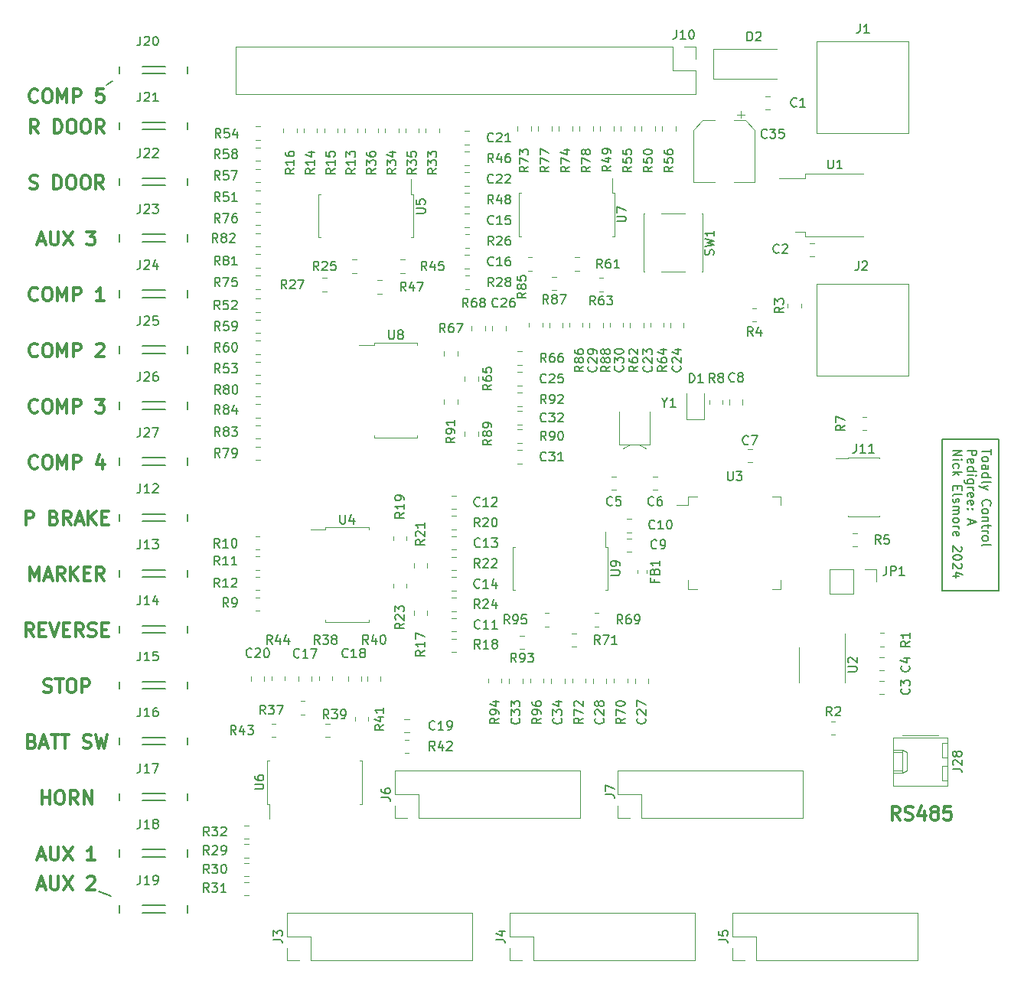
<source format=gbr>
%TF.GenerationSoftware,KiCad,Pcbnew,7.0.10*%
%TF.CreationDate,2024-04-30T00:05:15-07:00*%
%TF.ProjectId,control,636f6e74-726f-46c2-9e6b-696361645f70,A*%
%TF.SameCoordinates,Original*%
%TF.FileFunction,Legend,Top*%
%TF.FilePolarity,Positive*%
%FSLAX46Y46*%
G04 Gerber Fmt 4.6, Leading zero omitted, Abs format (unit mm)*
G04 Created by KiCad (PCBNEW 7.0.10) date 2024-04-30 00:05:15*
%MOMM*%
%LPD*%
G01*
G04 APERTURE LIST*
%ADD10C,0.200000*%
%ADD11C,0.300000*%
%ADD12C,0.150000*%
%ADD13C,0.127000*%
%ADD14C,0.120000*%
G04 APERTURE END LIST*
D10*
X178893980Y-92618416D02*
X178893980Y-93189844D01*
X177893980Y-92904130D02*
X178893980Y-92904130D01*
X177893980Y-93666035D02*
X177941600Y-93570797D01*
X177941600Y-93570797D02*
X177989219Y-93523178D01*
X177989219Y-93523178D02*
X178084457Y-93475559D01*
X178084457Y-93475559D02*
X178370171Y-93475559D01*
X178370171Y-93475559D02*
X178465409Y-93523178D01*
X178465409Y-93523178D02*
X178513028Y-93570797D01*
X178513028Y-93570797D02*
X178560647Y-93666035D01*
X178560647Y-93666035D02*
X178560647Y-93808892D01*
X178560647Y-93808892D02*
X178513028Y-93904130D01*
X178513028Y-93904130D02*
X178465409Y-93951749D01*
X178465409Y-93951749D02*
X178370171Y-93999368D01*
X178370171Y-93999368D02*
X178084457Y-93999368D01*
X178084457Y-93999368D02*
X177989219Y-93951749D01*
X177989219Y-93951749D02*
X177941600Y-93904130D01*
X177941600Y-93904130D02*
X177893980Y-93808892D01*
X177893980Y-93808892D02*
X177893980Y-93666035D01*
X177893980Y-94856511D02*
X178417790Y-94856511D01*
X178417790Y-94856511D02*
X178513028Y-94808892D01*
X178513028Y-94808892D02*
X178560647Y-94713654D01*
X178560647Y-94713654D02*
X178560647Y-94523178D01*
X178560647Y-94523178D02*
X178513028Y-94427940D01*
X177941600Y-94856511D02*
X177893980Y-94761273D01*
X177893980Y-94761273D02*
X177893980Y-94523178D01*
X177893980Y-94523178D02*
X177941600Y-94427940D01*
X177941600Y-94427940D02*
X178036838Y-94380321D01*
X178036838Y-94380321D02*
X178132076Y-94380321D01*
X178132076Y-94380321D02*
X178227314Y-94427940D01*
X178227314Y-94427940D02*
X178274933Y-94523178D01*
X178274933Y-94523178D02*
X178274933Y-94761273D01*
X178274933Y-94761273D02*
X178322552Y-94856511D01*
X177893980Y-95761273D02*
X178893980Y-95761273D01*
X177941600Y-95761273D02*
X177893980Y-95666035D01*
X177893980Y-95666035D02*
X177893980Y-95475559D01*
X177893980Y-95475559D02*
X177941600Y-95380321D01*
X177941600Y-95380321D02*
X177989219Y-95332702D01*
X177989219Y-95332702D02*
X178084457Y-95285083D01*
X178084457Y-95285083D02*
X178370171Y-95285083D01*
X178370171Y-95285083D02*
X178465409Y-95332702D01*
X178465409Y-95332702D02*
X178513028Y-95380321D01*
X178513028Y-95380321D02*
X178560647Y-95475559D01*
X178560647Y-95475559D02*
X178560647Y-95666035D01*
X178560647Y-95666035D02*
X178513028Y-95761273D01*
X177893980Y-96380321D02*
X177941600Y-96285083D01*
X177941600Y-96285083D02*
X178036838Y-96237464D01*
X178036838Y-96237464D02*
X178893980Y-96237464D01*
X178560647Y-96666036D02*
X177893980Y-96904131D01*
X178560647Y-97142226D02*
X177893980Y-96904131D01*
X177893980Y-96904131D02*
X177655885Y-96808893D01*
X177655885Y-96808893D02*
X177608266Y-96761274D01*
X177608266Y-96761274D02*
X177560647Y-96666036D01*
X177989219Y-98856512D02*
X177941600Y-98808893D01*
X177941600Y-98808893D02*
X177893980Y-98666036D01*
X177893980Y-98666036D02*
X177893980Y-98570798D01*
X177893980Y-98570798D02*
X177941600Y-98427941D01*
X177941600Y-98427941D02*
X178036838Y-98332703D01*
X178036838Y-98332703D02*
X178132076Y-98285084D01*
X178132076Y-98285084D02*
X178322552Y-98237465D01*
X178322552Y-98237465D02*
X178465409Y-98237465D01*
X178465409Y-98237465D02*
X178655885Y-98285084D01*
X178655885Y-98285084D02*
X178751123Y-98332703D01*
X178751123Y-98332703D02*
X178846361Y-98427941D01*
X178846361Y-98427941D02*
X178893980Y-98570798D01*
X178893980Y-98570798D02*
X178893980Y-98666036D01*
X178893980Y-98666036D02*
X178846361Y-98808893D01*
X178846361Y-98808893D02*
X178798742Y-98856512D01*
X177893980Y-99427941D02*
X177941600Y-99332703D01*
X177941600Y-99332703D02*
X177989219Y-99285084D01*
X177989219Y-99285084D02*
X178084457Y-99237465D01*
X178084457Y-99237465D02*
X178370171Y-99237465D01*
X178370171Y-99237465D02*
X178465409Y-99285084D01*
X178465409Y-99285084D02*
X178513028Y-99332703D01*
X178513028Y-99332703D02*
X178560647Y-99427941D01*
X178560647Y-99427941D02*
X178560647Y-99570798D01*
X178560647Y-99570798D02*
X178513028Y-99666036D01*
X178513028Y-99666036D02*
X178465409Y-99713655D01*
X178465409Y-99713655D02*
X178370171Y-99761274D01*
X178370171Y-99761274D02*
X178084457Y-99761274D01*
X178084457Y-99761274D02*
X177989219Y-99713655D01*
X177989219Y-99713655D02*
X177941600Y-99666036D01*
X177941600Y-99666036D02*
X177893980Y-99570798D01*
X177893980Y-99570798D02*
X177893980Y-99427941D01*
X178560647Y-100189846D02*
X177893980Y-100189846D01*
X178465409Y-100189846D02*
X178513028Y-100237465D01*
X178513028Y-100237465D02*
X178560647Y-100332703D01*
X178560647Y-100332703D02*
X178560647Y-100475560D01*
X178560647Y-100475560D02*
X178513028Y-100570798D01*
X178513028Y-100570798D02*
X178417790Y-100618417D01*
X178417790Y-100618417D02*
X177893980Y-100618417D01*
X178560647Y-100951751D02*
X178560647Y-101332703D01*
X178893980Y-101094608D02*
X178036838Y-101094608D01*
X178036838Y-101094608D02*
X177941600Y-101142227D01*
X177941600Y-101142227D02*
X177893980Y-101237465D01*
X177893980Y-101237465D02*
X177893980Y-101332703D01*
X177893980Y-101666037D02*
X178560647Y-101666037D01*
X178370171Y-101666037D02*
X178465409Y-101713656D01*
X178465409Y-101713656D02*
X178513028Y-101761275D01*
X178513028Y-101761275D02*
X178560647Y-101856513D01*
X178560647Y-101856513D02*
X178560647Y-101951751D01*
X177893980Y-102427942D02*
X177941600Y-102332704D01*
X177941600Y-102332704D02*
X177989219Y-102285085D01*
X177989219Y-102285085D02*
X178084457Y-102237466D01*
X178084457Y-102237466D02*
X178370171Y-102237466D01*
X178370171Y-102237466D02*
X178465409Y-102285085D01*
X178465409Y-102285085D02*
X178513028Y-102332704D01*
X178513028Y-102332704D02*
X178560647Y-102427942D01*
X178560647Y-102427942D02*
X178560647Y-102570799D01*
X178560647Y-102570799D02*
X178513028Y-102666037D01*
X178513028Y-102666037D02*
X178465409Y-102713656D01*
X178465409Y-102713656D02*
X178370171Y-102761275D01*
X178370171Y-102761275D02*
X178084457Y-102761275D01*
X178084457Y-102761275D02*
X177989219Y-102713656D01*
X177989219Y-102713656D02*
X177941600Y-102666037D01*
X177941600Y-102666037D02*
X177893980Y-102570799D01*
X177893980Y-102570799D02*
X177893980Y-102427942D01*
X177893980Y-103332704D02*
X177941600Y-103237466D01*
X177941600Y-103237466D02*
X178036838Y-103189847D01*
X178036838Y-103189847D02*
X178893980Y-103189847D01*
X176283980Y-92761273D02*
X177283980Y-92761273D01*
X177283980Y-92761273D02*
X177283980Y-93142225D01*
X177283980Y-93142225D02*
X177236361Y-93237463D01*
X177236361Y-93237463D02*
X177188742Y-93285082D01*
X177188742Y-93285082D02*
X177093504Y-93332701D01*
X177093504Y-93332701D02*
X176950647Y-93332701D01*
X176950647Y-93332701D02*
X176855409Y-93285082D01*
X176855409Y-93285082D02*
X176807790Y-93237463D01*
X176807790Y-93237463D02*
X176760171Y-93142225D01*
X176760171Y-93142225D02*
X176760171Y-92761273D01*
X176331600Y-94142225D02*
X176283980Y-94046987D01*
X176283980Y-94046987D02*
X176283980Y-93856511D01*
X176283980Y-93856511D02*
X176331600Y-93761273D01*
X176331600Y-93761273D02*
X176426838Y-93713654D01*
X176426838Y-93713654D02*
X176807790Y-93713654D01*
X176807790Y-93713654D02*
X176903028Y-93761273D01*
X176903028Y-93761273D02*
X176950647Y-93856511D01*
X176950647Y-93856511D02*
X176950647Y-94046987D01*
X176950647Y-94046987D02*
X176903028Y-94142225D01*
X176903028Y-94142225D02*
X176807790Y-94189844D01*
X176807790Y-94189844D02*
X176712552Y-94189844D01*
X176712552Y-94189844D02*
X176617314Y-93713654D01*
X176283980Y-95046987D02*
X177283980Y-95046987D01*
X176331600Y-95046987D02*
X176283980Y-94951749D01*
X176283980Y-94951749D02*
X176283980Y-94761273D01*
X176283980Y-94761273D02*
X176331600Y-94666035D01*
X176331600Y-94666035D02*
X176379219Y-94618416D01*
X176379219Y-94618416D02*
X176474457Y-94570797D01*
X176474457Y-94570797D02*
X176760171Y-94570797D01*
X176760171Y-94570797D02*
X176855409Y-94618416D01*
X176855409Y-94618416D02*
X176903028Y-94666035D01*
X176903028Y-94666035D02*
X176950647Y-94761273D01*
X176950647Y-94761273D02*
X176950647Y-94951749D01*
X176950647Y-94951749D02*
X176903028Y-95046987D01*
X176283980Y-95523178D02*
X176950647Y-95523178D01*
X177283980Y-95523178D02*
X177236361Y-95475559D01*
X177236361Y-95475559D02*
X177188742Y-95523178D01*
X177188742Y-95523178D02*
X177236361Y-95570797D01*
X177236361Y-95570797D02*
X177283980Y-95523178D01*
X177283980Y-95523178D02*
X177188742Y-95523178D01*
X176950647Y-96427939D02*
X176141123Y-96427939D01*
X176141123Y-96427939D02*
X176045885Y-96380320D01*
X176045885Y-96380320D02*
X175998266Y-96332701D01*
X175998266Y-96332701D02*
X175950647Y-96237463D01*
X175950647Y-96237463D02*
X175950647Y-96094606D01*
X175950647Y-96094606D02*
X175998266Y-95999368D01*
X176331600Y-96427939D02*
X176283980Y-96332701D01*
X176283980Y-96332701D02*
X176283980Y-96142225D01*
X176283980Y-96142225D02*
X176331600Y-96046987D01*
X176331600Y-96046987D02*
X176379219Y-95999368D01*
X176379219Y-95999368D02*
X176474457Y-95951749D01*
X176474457Y-95951749D02*
X176760171Y-95951749D01*
X176760171Y-95951749D02*
X176855409Y-95999368D01*
X176855409Y-95999368D02*
X176903028Y-96046987D01*
X176903028Y-96046987D02*
X176950647Y-96142225D01*
X176950647Y-96142225D02*
X176950647Y-96332701D01*
X176950647Y-96332701D02*
X176903028Y-96427939D01*
X176283980Y-96904130D02*
X176950647Y-96904130D01*
X176760171Y-96904130D02*
X176855409Y-96951749D01*
X176855409Y-96951749D02*
X176903028Y-96999368D01*
X176903028Y-96999368D02*
X176950647Y-97094606D01*
X176950647Y-97094606D02*
X176950647Y-97189844D01*
X176331600Y-97904130D02*
X176283980Y-97808892D01*
X176283980Y-97808892D02*
X176283980Y-97618416D01*
X176283980Y-97618416D02*
X176331600Y-97523178D01*
X176331600Y-97523178D02*
X176426838Y-97475559D01*
X176426838Y-97475559D02*
X176807790Y-97475559D01*
X176807790Y-97475559D02*
X176903028Y-97523178D01*
X176903028Y-97523178D02*
X176950647Y-97618416D01*
X176950647Y-97618416D02*
X176950647Y-97808892D01*
X176950647Y-97808892D02*
X176903028Y-97904130D01*
X176903028Y-97904130D02*
X176807790Y-97951749D01*
X176807790Y-97951749D02*
X176712552Y-97951749D01*
X176712552Y-97951749D02*
X176617314Y-97475559D01*
X176331600Y-98761273D02*
X176283980Y-98666035D01*
X176283980Y-98666035D02*
X176283980Y-98475559D01*
X176283980Y-98475559D02*
X176331600Y-98380321D01*
X176331600Y-98380321D02*
X176426838Y-98332702D01*
X176426838Y-98332702D02*
X176807790Y-98332702D01*
X176807790Y-98332702D02*
X176903028Y-98380321D01*
X176903028Y-98380321D02*
X176950647Y-98475559D01*
X176950647Y-98475559D02*
X176950647Y-98666035D01*
X176950647Y-98666035D02*
X176903028Y-98761273D01*
X176903028Y-98761273D02*
X176807790Y-98808892D01*
X176807790Y-98808892D02*
X176712552Y-98808892D01*
X176712552Y-98808892D02*
X176617314Y-98332702D01*
X176379219Y-99237464D02*
X176331600Y-99285083D01*
X176331600Y-99285083D02*
X176283980Y-99237464D01*
X176283980Y-99237464D02*
X176331600Y-99189845D01*
X176331600Y-99189845D02*
X176379219Y-99237464D01*
X176379219Y-99237464D02*
X176283980Y-99237464D01*
X176903028Y-99237464D02*
X176855409Y-99285083D01*
X176855409Y-99285083D02*
X176807790Y-99237464D01*
X176807790Y-99237464D02*
X176855409Y-99189845D01*
X176855409Y-99189845D02*
X176903028Y-99237464D01*
X176903028Y-99237464D02*
X176807790Y-99237464D01*
X176569695Y-100427940D02*
X176569695Y-100904130D01*
X176283980Y-100332702D02*
X177283980Y-100666035D01*
X177283980Y-100666035D02*
X176283980Y-100999368D01*
X174673980Y-92761273D02*
X175673980Y-92761273D01*
X175673980Y-92761273D02*
X174673980Y-93332701D01*
X174673980Y-93332701D02*
X175673980Y-93332701D01*
X174673980Y-93808892D02*
X175340647Y-93808892D01*
X175673980Y-93808892D02*
X175626361Y-93761273D01*
X175626361Y-93761273D02*
X175578742Y-93808892D01*
X175578742Y-93808892D02*
X175626361Y-93856511D01*
X175626361Y-93856511D02*
X175673980Y-93808892D01*
X175673980Y-93808892D02*
X175578742Y-93808892D01*
X174721600Y-94713653D02*
X174673980Y-94618415D01*
X174673980Y-94618415D02*
X174673980Y-94427939D01*
X174673980Y-94427939D02*
X174721600Y-94332701D01*
X174721600Y-94332701D02*
X174769219Y-94285082D01*
X174769219Y-94285082D02*
X174864457Y-94237463D01*
X174864457Y-94237463D02*
X175150171Y-94237463D01*
X175150171Y-94237463D02*
X175245409Y-94285082D01*
X175245409Y-94285082D02*
X175293028Y-94332701D01*
X175293028Y-94332701D02*
X175340647Y-94427939D01*
X175340647Y-94427939D02*
X175340647Y-94618415D01*
X175340647Y-94618415D02*
X175293028Y-94713653D01*
X174673980Y-95142225D02*
X175673980Y-95142225D01*
X175054933Y-95237463D02*
X174673980Y-95523177D01*
X175340647Y-95523177D02*
X174959695Y-95142225D01*
X175197790Y-96713654D02*
X175197790Y-97046987D01*
X174673980Y-97189844D02*
X174673980Y-96713654D01*
X174673980Y-96713654D02*
X175673980Y-96713654D01*
X175673980Y-96713654D02*
X175673980Y-97189844D01*
X174673980Y-97761273D02*
X174721600Y-97666035D01*
X174721600Y-97666035D02*
X174816838Y-97618416D01*
X174816838Y-97618416D02*
X175673980Y-97618416D01*
X174721600Y-98094607D02*
X174673980Y-98189845D01*
X174673980Y-98189845D02*
X174673980Y-98380321D01*
X174673980Y-98380321D02*
X174721600Y-98475559D01*
X174721600Y-98475559D02*
X174816838Y-98523178D01*
X174816838Y-98523178D02*
X174864457Y-98523178D01*
X174864457Y-98523178D02*
X174959695Y-98475559D01*
X174959695Y-98475559D02*
X175007314Y-98380321D01*
X175007314Y-98380321D02*
X175007314Y-98237464D01*
X175007314Y-98237464D02*
X175054933Y-98142226D01*
X175054933Y-98142226D02*
X175150171Y-98094607D01*
X175150171Y-98094607D02*
X175197790Y-98094607D01*
X175197790Y-98094607D02*
X175293028Y-98142226D01*
X175293028Y-98142226D02*
X175340647Y-98237464D01*
X175340647Y-98237464D02*
X175340647Y-98380321D01*
X175340647Y-98380321D02*
X175293028Y-98475559D01*
X174673980Y-98951750D02*
X175340647Y-98951750D01*
X175245409Y-98951750D02*
X175293028Y-98999369D01*
X175293028Y-98999369D02*
X175340647Y-99094607D01*
X175340647Y-99094607D02*
X175340647Y-99237464D01*
X175340647Y-99237464D02*
X175293028Y-99332702D01*
X175293028Y-99332702D02*
X175197790Y-99380321D01*
X175197790Y-99380321D02*
X174673980Y-99380321D01*
X175197790Y-99380321D02*
X175293028Y-99427940D01*
X175293028Y-99427940D02*
X175340647Y-99523178D01*
X175340647Y-99523178D02*
X175340647Y-99666035D01*
X175340647Y-99666035D02*
X175293028Y-99761274D01*
X175293028Y-99761274D02*
X175197790Y-99808893D01*
X175197790Y-99808893D02*
X174673980Y-99808893D01*
X174673980Y-100427940D02*
X174721600Y-100332702D01*
X174721600Y-100332702D02*
X174769219Y-100285083D01*
X174769219Y-100285083D02*
X174864457Y-100237464D01*
X174864457Y-100237464D02*
X175150171Y-100237464D01*
X175150171Y-100237464D02*
X175245409Y-100285083D01*
X175245409Y-100285083D02*
X175293028Y-100332702D01*
X175293028Y-100332702D02*
X175340647Y-100427940D01*
X175340647Y-100427940D02*
X175340647Y-100570797D01*
X175340647Y-100570797D02*
X175293028Y-100666035D01*
X175293028Y-100666035D02*
X175245409Y-100713654D01*
X175245409Y-100713654D02*
X175150171Y-100761273D01*
X175150171Y-100761273D02*
X174864457Y-100761273D01*
X174864457Y-100761273D02*
X174769219Y-100713654D01*
X174769219Y-100713654D02*
X174721600Y-100666035D01*
X174721600Y-100666035D02*
X174673980Y-100570797D01*
X174673980Y-100570797D02*
X174673980Y-100427940D01*
X174673980Y-101189845D02*
X175340647Y-101189845D01*
X175150171Y-101189845D02*
X175245409Y-101237464D01*
X175245409Y-101237464D02*
X175293028Y-101285083D01*
X175293028Y-101285083D02*
X175340647Y-101380321D01*
X175340647Y-101380321D02*
X175340647Y-101475559D01*
X174721600Y-102189845D02*
X174673980Y-102094607D01*
X174673980Y-102094607D02*
X174673980Y-101904131D01*
X174673980Y-101904131D02*
X174721600Y-101808893D01*
X174721600Y-101808893D02*
X174816838Y-101761274D01*
X174816838Y-101761274D02*
X175197790Y-101761274D01*
X175197790Y-101761274D02*
X175293028Y-101808893D01*
X175293028Y-101808893D02*
X175340647Y-101904131D01*
X175340647Y-101904131D02*
X175340647Y-102094607D01*
X175340647Y-102094607D02*
X175293028Y-102189845D01*
X175293028Y-102189845D02*
X175197790Y-102237464D01*
X175197790Y-102237464D02*
X175102552Y-102237464D01*
X175102552Y-102237464D02*
X175007314Y-101761274D01*
X175578742Y-103380322D02*
X175626361Y-103427941D01*
X175626361Y-103427941D02*
X175673980Y-103523179D01*
X175673980Y-103523179D02*
X175673980Y-103761274D01*
X175673980Y-103761274D02*
X175626361Y-103856512D01*
X175626361Y-103856512D02*
X175578742Y-103904131D01*
X175578742Y-103904131D02*
X175483504Y-103951750D01*
X175483504Y-103951750D02*
X175388266Y-103951750D01*
X175388266Y-103951750D02*
X175245409Y-103904131D01*
X175245409Y-103904131D02*
X174673980Y-103332703D01*
X174673980Y-103332703D02*
X174673980Y-103951750D01*
X175673980Y-104570798D02*
X175673980Y-104666036D01*
X175673980Y-104666036D02*
X175626361Y-104761274D01*
X175626361Y-104761274D02*
X175578742Y-104808893D01*
X175578742Y-104808893D02*
X175483504Y-104856512D01*
X175483504Y-104856512D02*
X175293028Y-104904131D01*
X175293028Y-104904131D02*
X175054933Y-104904131D01*
X175054933Y-104904131D02*
X174864457Y-104856512D01*
X174864457Y-104856512D02*
X174769219Y-104808893D01*
X174769219Y-104808893D02*
X174721600Y-104761274D01*
X174721600Y-104761274D02*
X174673980Y-104666036D01*
X174673980Y-104666036D02*
X174673980Y-104570798D01*
X174673980Y-104570798D02*
X174721600Y-104475560D01*
X174721600Y-104475560D02*
X174769219Y-104427941D01*
X174769219Y-104427941D02*
X174864457Y-104380322D01*
X174864457Y-104380322D02*
X175054933Y-104332703D01*
X175054933Y-104332703D02*
X175293028Y-104332703D01*
X175293028Y-104332703D02*
X175483504Y-104380322D01*
X175483504Y-104380322D02*
X175578742Y-104427941D01*
X175578742Y-104427941D02*
X175626361Y-104475560D01*
X175626361Y-104475560D02*
X175673980Y-104570798D01*
X175578742Y-105285084D02*
X175626361Y-105332703D01*
X175626361Y-105332703D02*
X175673980Y-105427941D01*
X175673980Y-105427941D02*
X175673980Y-105666036D01*
X175673980Y-105666036D02*
X175626361Y-105761274D01*
X175626361Y-105761274D02*
X175578742Y-105808893D01*
X175578742Y-105808893D02*
X175483504Y-105856512D01*
X175483504Y-105856512D02*
X175388266Y-105856512D01*
X175388266Y-105856512D02*
X175245409Y-105808893D01*
X175245409Y-105808893D02*
X174673980Y-105237465D01*
X174673980Y-105237465D02*
X174673980Y-105856512D01*
X175340647Y-106713655D02*
X174673980Y-106713655D01*
X175721600Y-106475560D02*
X175007314Y-106237465D01*
X175007314Y-106237465D02*
X175007314Y-106856512D01*
X179781200Y-91541600D02*
X173482000Y-91541600D01*
X173482000Y-108254800D01*
X179781200Y-108254800D01*
X179781200Y-91541600D01*
X80137000Y-141605000D02*
X81534000Y-142113000D01*
X81026000Y-52324000D02*
X81661000Y-51943000D01*
D11*
X73420653Y-54138171D02*
X73349225Y-54209600D01*
X73349225Y-54209600D02*
X73134939Y-54281028D01*
X73134939Y-54281028D02*
X72992082Y-54281028D01*
X72992082Y-54281028D02*
X72777796Y-54209600D01*
X72777796Y-54209600D02*
X72634939Y-54066742D01*
X72634939Y-54066742D02*
X72563510Y-53923885D01*
X72563510Y-53923885D02*
X72492082Y-53638171D01*
X72492082Y-53638171D02*
X72492082Y-53423885D01*
X72492082Y-53423885D02*
X72563510Y-53138171D01*
X72563510Y-53138171D02*
X72634939Y-52995314D01*
X72634939Y-52995314D02*
X72777796Y-52852457D01*
X72777796Y-52852457D02*
X72992082Y-52781028D01*
X72992082Y-52781028D02*
X73134939Y-52781028D01*
X73134939Y-52781028D02*
X73349225Y-52852457D01*
X73349225Y-52852457D02*
X73420653Y-52923885D01*
X74349225Y-52781028D02*
X74634939Y-52781028D01*
X74634939Y-52781028D02*
X74777796Y-52852457D01*
X74777796Y-52852457D02*
X74920653Y-52995314D01*
X74920653Y-52995314D02*
X74992082Y-53281028D01*
X74992082Y-53281028D02*
X74992082Y-53781028D01*
X74992082Y-53781028D02*
X74920653Y-54066742D01*
X74920653Y-54066742D02*
X74777796Y-54209600D01*
X74777796Y-54209600D02*
X74634939Y-54281028D01*
X74634939Y-54281028D02*
X74349225Y-54281028D01*
X74349225Y-54281028D02*
X74206368Y-54209600D01*
X74206368Y-54209600D02*
X74063510Y-54066742D01*
X74063510Y-54066742D02*
X73992082Y-53781028D01*
X73992082Y-53781028D02*
X73992082Y-53281028D01*
X73992082Y-53281028D02*
X74063510Y-52995314D01*
X74063510Y-52995314D02*
X74206368Y-52852457D01*
X74206368Y-52852457D02*
X74349225Y-52781028D01*
X75634939Y-54281028D02*
X75634939Y-52781028D01*
X75634939Y-52781028D02*
X76134939Y-53852457D01*
X76134939Y-53852457D02*
X76634939Y-52781028D01*
X76634939Y-52781028D02*
X76634939Y-54281028D01*
X77349225Y-54281028D02*
X77349225Y-52781028D01*
X77349225Y-52781028D02*
X77920654Y-52781028D01*
X77920654Y-52781028D02*
X78063511Y-52852457D01*
X78063511Y-52852457D02*
X78134940Y-52923885D01*
X78134940Y-52923885D02*
X78206368Y-53066742D01*
X78206368Y-53066742D02*
X78206368Y-53281028D01*
X78206368Y-53281028D02*
X78134940Y-53423885D01*
X78134940Y-53423885D02*
X78063511Y-53495314D01*
X78063511Y-53495314D02*
X77920654Y-53566742D01*
X77920654Y-53566742D02*
X77349225Y-53566742D01*
X80706368Y-52781028D02*
X79992082Y-52781028D01*
X79992082Y-52781028D02*
X79920654Y-53495314D01*
X79920654Y-53495314D02*
X79992082Y-53423885D01*
X79992082Y-53423885D02*
X80134940Y-53352457D01*
X80134940Y-53352457D02*
X80492082Y-53352457D01*
X80492082Y-53352457D02*
X80634940Y-53423885D01*
X80634940Y-53423885D02*
X80706368Y-53495314D01*
X80706368Y-53495314D02*
X80777797Y-53638171D01*
X80777797Y-53638171D02*
X80777797Y-53995314D01*
X80777797Y-53995314D02*
X80706368Y-54138171D01*
X80706368Y-54138171D02*
X80634940Y-54209600D01*
X80634940Y-54209600D02*
X80492082Y-54281028D01*
X80492082Y-54281028D02*
X80134940Y-54281028D01*
X80134940Y-54281028D02*
X79992082Y-54209600D01*
X79992082Y-54209600D02*
X79920654Y-54138171D01*
X72563510Y-107173628D02*
X72563510Y-105673628D01*
X72563510Y-105673628D02*
X73063510Y-106745057D01*
X73063510Y-106745057D02*
X73563510Y-105673628D01*
X73563510Y-105673628D02*
X73563510Y-107173628D01*
X74206368Y-106745057D02*
X74920654Y-106745057D01*
X74063511Y-107173628D02*
X74563511Y-105673628D01*
X74563511Y-105673628D02*
X75063511Y-107173628D01*
X76420653Y-107173628D02*
X75920653Y-106459342D01*
X75563510Y-107173628D02*
X75563510Y-105673628D01*
X75563510Y-105673628D02*
X76134939Y-105673628D01*
X76134939Y-105673628D02*
X76277796Y-105745057D01*
X76277796Y-105745057D02*
X76349225Y-105816485D01*
X76349225Y-105816485D02*
X76420653Y-105959342D01*
X76420653Y-105959342D02*
X76420653Y-106173628D01*
X76420653Y-106173628D02*
X76349225Y-106316485D01*
X76349225Y-106316485D02*
X76277796Y-106387914D01*
X76277796Y-106387914D02*
X76134939Y-106459342D01*
X76134939Y-106459342D02*
X75563510Y-106459342D01*
X77063510Y-107173628D02*
X77063510Y-105673628D01*
X77920653Y-107173628D02*
X77277796Y-106316485D01*
X77920653Y-105673628D02*
X77063510Y-106530771D01*
X78563510Y-106387914D02*
X79063510Y-106387914D01*
X79277796Y-107173628D02*
X78563510Y-107173628D01*
X78563510Y-107173628D02*
X78563510Y-105673628D01*
X78563510Y-105673628D02*
X79277796Y-105673628D01*
X80777796Y-107173628D02*
X80277796Y-106459342D01*
X79920653Y-107173628D02*
X79920653Y-105673628D01*
X79920653Y-105673628D02*
X80492082Y-105673628D01*
X80492082Y-105673628D02*
X80634939Y-105745057D01*
X80634939Y-105745057D02*
X80706368Y-105816485D01*
X80706368Y-105816485D02*
X80777796Y-105959342D01*
X80777796Y-105959342D02*
X80777796Y-106173628D01*
X80777796Y-106173628D02*
X80706368Y-106316485D01*
X80706368Y-106316485D02*
X80634939Y-106387914D01*
X80634939Y-106387914D02*
X80492082Y-106459342D01*
X80492082Y-106459342D02*
X79920653Y-106459342D01*
X73492082Y-137687057D02*
X74206368Y-137687057D01*
X73349225Y-138115628D02*
X73849225Y-136615628D01*
X73849225Y-136615628D02*
X74349225Y-138115628D01*
X74849224Y-136615628D02*
X74849224Y-137829914D01*
X74849224Y-137829914D02*
X74920653Y-137972771D01*
X74920653Y-137972771D02*
X74992082Y-138044200D01*
X74992082Y-138044200D02*
X75134939Y-138115628D01*
X75134939Y-138115628D02*
X75420653Y-138115628D01*
X75420653Y-138115628D02*
X75563510Y-138044200D01*
X75563510Y-138044200D02*
X75634939Y-137972771D01*
X75634939Y-137972771D02*
X75706367Y-137829914D01*
X75706367Y-137829914D02*
X75706367Y-136615628D01*
X76277796Y-136615628D02*
X77277796Y-138115628D01*
X77277796Y-136615628D02*
X76277796Y-138115628D01*
X79777796Y-138115628D02*
X78920653Y-138115628D01*
X79349224Y-138115628D02*
X79349224Y-136615628D01*
X79349224Y-136615628D02*
X79206367Y-136829914D01*
X79206367Y-136829914D02*
X79063510Y-136972771D01*
X79063510Y-136972771D02*
X78920653Y-137044200D01*
X72099224Y-100985228D02*
X72099224Y-99485228D01*
X72099224Y-99485228D02*
X72670653Y-99485228D01*
X72670653Y-99485228D02*
X72813510Y-99556657D01*
X72813510Y-99556657D02*
X72884939Y-99628085D01*
X72884939Y-99628085D02*
X72956367Y-99770942D01*
X72956367Y-99770942D02*
X72956367Y-99985228D01*
X72956367Y-99985228D02*
X72884939Y-100128085D01*
X72884939Y-100128085D02*
X72813510Y-100199514D01*
X72813510Y-100199514D02*
X72670653Y-100270942D01*
X72670653Y-100270942D02*
X72099224Y-100270942D01*
X75242081Y-100199514D02*
X75456367Y-100270942D01*
X75456367Y-100270942D02*
X75527796Y-100342371D01*
X75527796Y-100342371D02*
X75599224Y-100485228D01*
X75599224Y-100485228D02*
X75599224Y-100699514D01*
X75599224Y-100699514D02*
X75527796Y-100842371D01*
X75527796Y-100842371D02*
X75456367Y-100913800D01*
X75456367Y-100913800D02*
X75313510Y-100985228D01*
X75313510Y-100985228D02*
X74742081Y-100985228D01*
X74742081Y-100985228D02*
X74742081Y-99485228D01*
X74742081Y-99485228D02*
X75242081Y-99485228D01*
X75242081Y-99485228D02*
X75384939Y-99556657D01*
X75384939Y-99556657D02*
X75456367Y-99628085D01*
X75456367Y-99628085D02*
X75527796Y-99770942D01*
X75527796Y-99770942D02*
X75527796Y-99913800D01*
X75527796Y-99913800D02*
X75456367Y-100056657D01*
X75456367Y-100056657D02*
X75384939Y-100128085D01*
X75384939Y-100128085D02*
X75242081Y-100199514D01*
X75242081Y-100199514D02*
X74742081Y-100199514D01*
X77099224Y-100985228D02*
X76599224Y-100270942D01*
X76242081Y-100985228D02*
X76242081Y-99485228D01*
X76242081Y-99485228D02*
X76813510Y-99485228D01*
X76813510Y-99485228D02*
X76956367Y-99556657D01*
X76956367Y-99556657D02*
X77027796Y-99628085D01*
X77027796Y-99628085D02*
X77099224Y-99770942D01*
X77099224Y-99770942D02*
X77099224Y-99985228D01*
X77099224Y-99985228D02*
X77027796Y-100128085D01*
X77027796Y-100128085D02*
X76956367Y-100199514D01*
X76956367Y-100199514D02*
X76813510Y-100270942D01*
X76813510Y-100270942D02*
X76242081Y-100270942D01*
X77670653Y-100556657D02*
X78384939Y-100556657D01*
X77527796Y-100985228D02*
X78027796Y-99485228D01*
X78027796Y-99485228D02*
X78527796Y-100985228D01*
X79027795Y-100985228D02*
X79027795Y-99485228D01*
X79884938Y-100985228D02*
X79242081Y-100128085D01*
X79884938Y-99485228D02*
X79027795Y-100342371D01*
X80527795Y-100199514D02*
X81027795Y-100199514D01*
X81242081Y-100985228D02*
X80527795Y-100985228D01*
X80527795Y-100985228D02*
X80527795Y-99485228D01*
X80527795Y-99485228D02*
X81242081Y-99485228D01*
X73456367Y-57666428D02*
X72956367Y-56952142D01*
X72599224Y-57666428D02*
X72599224Y-56166428D01*
X72599224Y-56166428D02*
X73170653Y-56166428D01*
X73170653Y-56166428D02*
X73313510Y-56237857D01*
X73313510Y-56237857D02*
X73384939Y-56309285D01*
X73384939Y-56309285D02*
X73456367Y-56452142D01*
X73456367Y-56452142D02*
X73456367Y-56666428D01*
X73456367Y-56666428D02*
X73384939Y-56809285D01*
X73384939Y-56809285D02*
X73313510Y-56880714D01*
X73313510Y-56880714D02*
X73170653Y-56952142D01*
X73170653Y-56952142D02*
X72599224Y-56952142D01*
X75242081Y-57666428D02*
X75242081Y-56166428D01*
X75242081Y-56166428D02*
X75599224Y-56166428D01*
X75599224Y-56166428D02*
X75813510Y-56237857D01*
X75813510Y-56237857D02*
X75956367Y-56380714D01*
X75956367Y-56380714D02*
X76027796Y-56523571D01*
X76027796Y-56523571D02*
X76099224Y-56809285D01*
X76099224Y-56809285D02*
X76099224Y-57023571D01*
X76099224Y-57023571D02*
X76027796Y-57309285D01*
X76027796Y-57309285D02*
X75956367Y-57452142D01*
X75956367Y-57452142D02*
X75813510Y-57595000D01*
X75813510Y-57595000D02*
X75599224Y-57666428D01*
X75599224Y-57666428D02*
X75242081Y-57666428D01*
X77027796Y-56166428D02*
X77313510Y-56166428D01*
X77313510Y-56166428D02*
X77456367Y-56237857D01*
X77456367Y-56237857D02*
X77599224Y-56380714D01*
X77599224Y-56380714D02*
X77670653Y-56666428D01*
X77670653Y-56666428D02*
X77670653Y-57166428D01*
X77670653Y-57166428D02*
X77599224Y-57452142D01*
X77599224Y-57452142D02*
X77456367Y-57595000D01*
X77456367Y-57595000D02*
X77313510Y-57666428D01*
X77313510Y-57666428D02*
X77027796Y-57666428D01*
X77027796Y-57666428D02*
X76884939Y-57595000D01*
X76884939Y-57595000D02*
X76742081Y-57452142D01*
X76742081Y-57452142D02*
X76670653Y-57166428D01*
X76670653Y-57166428D02*
X76670653Y-56666428D01*
X76670653Y-56666428D02*
X76742081Y-56380714D01*
X76742081Y-56380714D02*
X76884939Y-56237857D01*
X76884939Y-56237857D02*
X77027796Y-56166428D01*
X78599225Y-56166428D02*
X78884939Y-56166428D01*
X78884939Y-56166428D02*
X79027796Y-56237857D01*
X79027796Y-56237857D02*
X79170653Y-56380714D01*
X79170653Y-56380714D02*
X79242082Y-56666428D01*
X79242082Y-56666428D02*
X79242082Y-57166428D01*
X79242082Y-57166428D02*
X79170653Y-57452142D01*
X79170653Y-57452142D02*
X79027796Y-57595000D01*
X79027796Y-57595000D02*
X78884939Y-57666428D01*
X78884939Y-57666428D02*
X78599225Y-57666428D01*
X78599225Y-57666428D02*
X78456368Y-57595000D01*
X78456368Y-57595000D02*
X78313510Y-57452142D01*
X78313510Y-57452142D02*
X78242082Y-57166428D01*
X78242082Y-57166428D02*
X78242082Y-56666428D01*
X78242082Y-56666428D02*
X78313510Y-56380714D01*
X78313510Y-56380714D02*
X78456368Y-56237857D01*
X78456368Y-56237857D02*
X78599225Y-56166428D01*
X80742082Y-57666428D02*
X80242082Y-56952142D01*
X79884939Y-57666428D02*
X79884939Y-56166428D01*
X79884939Y-56166428D02*
X80456368Y-56166428D01*
X80456368Y-56166428D02*
X80599225Y-56237857D01*
X80599225Y-56237857D02*
X80670654Y-56309285D01*
X80670654Y-56309285D02*
X80742082Y-56452142D01*
X80742082Y-56452142D02*
X80742082Y-56666428D01*
X80742082Y-56666428D02*
X80670654Y-56809285D01*
X80670654Y-56809285D02*
X80599225Y-56880714D01*
X80599225Y-56880714D02*
X80456368Y-56952142D01*
X80456368Y-56952142D02*
X79884939Y-56952142D01*
X74099225Y-119479000D02*
X74313511Y-119550428D01*
X74313511Y-119550428D02*
X74670653Y-119550428D01*
X74670653Y-119550428D02*
X74813511Y-119479000D01*
X74813511Y-119479000D02*
X74884939Y-119407571D01*
X74884939Y-119407571D02*
X74956368Y-119264714D01*
X74956368Y-119264714D02*
X74956368Y-119121857D01*
X74956368Y-119121857D02*
X74884939Y-118979000D01*
X74884939Y-118979000D02*
X74813511Y-118907571D01*
X74813511Y-118907571D02*
X74670653Y-118836142D01*
X74670653Y-118836142D02*
X74384939Y-118764714D01*
X74384939Y-118764714D02*
X74242082Y-118693285D01*
X74242082Y-118693285D02*
X74170653Y-118621857D01*
X74170653Y-118621857D02*
X74099225Y-118479000D01*
X74099225Y-118479000D02*
X74099225Y-118336142D01*
X74099225Y-118336142D02*
X74170653Y-118193285D01*
X74170653Y-118193285D02*
X74242082Y-118121857D01*
X74242082Y-118121857D02*
X74384939Y-118050428D01*
X74384939Y-118050428D02*
X74742082Y-118050428D01*
X74742082Y-118050428D02*
X74956368Y-118121857D01*
X75384939Y-118050428D02*
X76242082Y-118050428D01*
X75813510Y-119550428D02*
X75813510Y-118050428D01*
X77027796Y-118050428D02*
X77313510Y-118050428D01*
X77313510Y-118050428D02*
X77456367Y-118121857D01*
X77456367Y-118121857D02*
X77599224Y-118264714D01*
X77599224Y-118264714D02*
X77670653Y-118550428D01*
X77670653Y-118550428D02*
X77670653Y-119050428D01*
X77670653Y-119050428D02*
X77599224Y-119336142D01*
X77599224Y-119336142D02*
X77456367Y-119479000D01*
X77456367Y-119479000D02*
X77313510Y-119550428D01*
X77313510Y-119550428D02*
X77027796Y-119550428D01*
X77027796Y-119550428D02*
X76884939Y-119479000D01*
X76884939Y-119479000D02*
X76742081Y-119336142D01*
X76742081Y-119336142D02*
X76670653Y-119050428D01*
X76670653Y-119050428D02*
X76670653Y-118550428D01*
X76670653Y-118550428D02*
X76742081Y-118264714D01*
X76742081Y-118264714D02*
X76884939Y-118121857D01*
X76884939Y-118121857D02*
X77027796Y-118050428D01*
X78313510Y-119550428D02*
X78313510Y-118050428D01*
X78313510Y-118050428D02*
X78884939Y-118050428D01*
X78884939Y-118050428D02*
X79027796Y-118121857D01*
X79027796Y-118121857D02*
X79099225Y-118193285D01*
X79099225Y-118193285D02*
X79170653Y-118336142D01*
X79170653Y-118336142D02*
X79170653Y-118550428D01*
X79170653Y-118550428D02*
X79099225Y-118693285D01*
X79099225Y-118693285D02*
X79027796Y-118764714D01*
X79027796Y-118764714D02*
X78884939Y-118836142D01*
X78884939Y-118836142D02*
X78313510Y-118836142D01*
X73492082Y-140974457D02*
X74206368Y-140974457D01*
X73349225Y-141403028D02*
X73849225Y-139903028D01*
X73849225Y-139903028D02*
X74349225Y-141403028D01*
X74849224Y-139903028D02*
X74849224Y-141117314D01*
X74849224Y-141117314D02*
X74920653Y-141260171D01*
X74920653Y-141260171D02*
X74992082Y-141331600D01*
X74992082Y-141331600D02*
X75134939Y-141403028D01*
X75134939Y-141403028D02*
X75420653Y-141403028D01*
X75420653Y-141403028D02*
X75563510Y-141331600D01*
X75563510Y-141331600D02*
X75634939Y-141260171D01*
X75634939Y-141260171D02*
X75706367Y-141117314D01*
X75706367Y-141117314D02*
X75706367Y-139903028D01*
X76277796Y-139903028D02*
X77277796Y-141403028D01*
X77277796Y-139903028D02*
X76277796Y-141403028D01*
X78920653Y-140045885D02*
X78992081Y-139974457D01*
X78992081Y-139974457D02*
X79134939Y-139903028D01*
X79134939Y-139903028D02*
X79492081Y-139903028D01*
X79492081Y-139903028D02*
X79634939Y-139974457D01*
X79634939Y-139974457D02*
X79706367Y-140045885D01*
X79706367Y-140045885D02*
X79777796Y-140188742D01*
X79777796Y-140188742D02*
X79777796Y-140331600D01*
X79777796Y-140331600D02*
X79706367Y-140545885D01*
X79706367Y-140545885D02*
X78849224Y-141403028D01*
X78849224Y-141403028D02*
X79777796Y-141403028D01*
X72563510Y-63783400D02*
X72777796Y-63854828D01*
X72777796Y-63854828D02*
X73134938Y-63854828D01*
X73134938Y-63854828D02*
X73277796Y-63783400D01*
X73277796Y-63783400D02*
X73349224Y-63711971D01*
X73349224Y-63711971D02*
X73420653Y-63569114D01*
X73420653Y-63569114D02*
X73420653Y-63426257D01*
X73420653Y-63426257D02*
X73349224Y-63283400D01*
X73349224Y-63283400D02*
X73277796Y-63211971D01*
X73277796Y-63211971D02*
X73134938Y-63140542D01*
X73134938Y-63140542D02*
X72849224Y-63069114D01*
X72849224Y-63069114D02*
X72706367Y-62997685D01*
X72706367Y-62997685D02*
X72634938Y-62926257D01*
X72634938Y-62926257D02*
X72563510Y-62783400D01*
X72563510Y-62783400D02*
X72563510Y-62640542D01*
X72563510Y-62640542D02*
X72634938Y-62497685D01*
X72634938Y-62497685D02*
X72706367Y-62426257D01*
X72706367Y-62426257D02*
X72849224Y-62354828D01*
X72849224Y-62354828D02*
X73206367Y-62354828D01*
X73206367Y-62354828D02*
X73420653Y-62426257D01*
X75206366Y-63854828D02*
X75206366Y-62354828D01*
X75206366Y-62354828D02*
X75563509Y-62354828D01*
X75563509Y-62354828D02*
X75777795Y-62426257D01*
X75777795Y-62426257D02*
X75920652Y-62569114D01*
X75920652Y-62569114D02*
X75992081Y-62711971D01*
X75992081Y-62711971D02*
X76063509Y-62997685D01*
X76063509Y-62997685D02*
X76063509Y-63211971D01*
X76063509Y-63211971D02*
X75992081Y-63497685D01*
X75992081Y-63497685D02*
X75920652Y-63640542D01*
X75920652Y-63640542D02*
X75777795Y-63783400D01*
X75777795Y-63783400D02*
X75563509Y-63854828D01*
X75563509Y-63854828D02*
X75206366Y-63854828D01*
X76992081Y-62354828D02*
X77277795Y-62354828D01*
X77277795Y-62354828D02*
X77420652Y-62426257D01*
X77420652Y-62426257D02*
X77563509Y-62569114D01*
X77563509Y-62569114D02*
X77634938Y-62854828D01*
X77634938Y-62854828D02*
X77634938Y-63354828D01*
X77634938Y-63354828D02*
X77563509Y-63640542D01*
X77563509Y-63640542D02*
X77420652Y-63783400D01*
X77420652Y-63783400D02*
X77277795Y-63854828D01*
X77277795Y-63854828D02*
X76992081Y-63854828D01*
X76992081Y-63854828D02*
X76849224Y-63783400D01*
X76849224Y-63783400D02*
X76706366Y-63640542D01*
X76706366Y-63640542D02*
X76634938Y-63354828D01*
X76634938Y-63354828D02*
X76634938Y-62854828D01*
X76634938Y-62854828D02*
X76706366Y-62569114D01*
X76706366Y-62569114D02*
X76849224Y-62426257D01*
X76849224Y-62426257D02*
X76992081Y-62354828D01*
X78563510Y-62354828D02*
X78849224Y-62354828D01*
X78849224Y-62354828D02*
X78992081Y-62426257D01*
X78992081Y-62426257D02*
X79134938Y-62569114D01*
X79134938Y-62569114D02*
X79206367Y-62854828D01*
X79206367Y-62854828D02*
X79206367Y-63354828D01*
X79206367Y-63354828D02*
X79134938Y-63640542D01*
X79134938Y-63640542D02*
X78992081Y-63783400D01*
X78992081Y-63783400D02*
X78849224Y-63854828D01*
X78849224Y-63854828D02*
X78563510Y-63854828D01*
X78563510Y-63854828D02*
X78420653Y-63783400D01*
X78420653Y-63783400D02*
X78277795Y-63640542D01*
X78277795Y-63640542D02*
X78206367Y-63354828D01*
X78206367Y-63354828D02*
X78206367Y-62854828D01*
X78206367Y-62854828D02*
X78277795Y-62569114D01*
X78277795Y-62569114D02*
X78420653Y-62426257D01*
X78420653Y-62426257D02*
X78563510Y-62354828D01*
X80706367Y-63854828D02*
X80206367Y-63140542D01*
X79849224Y-63854828D02*
X79849224Y-62354828D01*
X79849224Y-62354828D02*
X80420653Y-62354828D01*
X80420653Y-62354828D02*
X80563510Y-62426257D01*
X80563510Y-62426257D02*
X80634939Y-62497685D01*
X80634939Y-62497685D02*
X80706367Y-62640542D01*
X80706367Y-62640542D02*
X80706367Y-62854828D01*
X80706367Y-62854828D02*
X80634939Y-62997685D01*
X80634939Y-62997685D02*
X80563510Y-63069114D01*
X80563510Y-63069114D02*
X80420653Y-63140542D01*
X80420653Y-63140542D02*
X79849224Y-63140542D01*
X168797653Y-133658828D02*
X168297653Y-132944542D01*
X167940510Y-133658828D02*
X167940510Y-132158828D01*
X167940510Y-132158828D02*
X168511939Y-132158828D01*
X168511939Y-132158828D02*
X168654796Y-132230257D01*
X168654796Y-132230257D02*
X168726225Y-132301685D01*
X168726225Y-132301685D02*
X168797653Y-132444542D01*
X168797653Y-132444542D02*
X168797653Y-132658828D01*
X168797653Y-132658828D02*
X168726225Y-132801685D01*
X168726225Y-132801685D02*
X168654796Y-132873114D01*
X168654796Y-132873114D02*
X168511939Y-132944542D01*
X168511939Y-132944542D02*
X167940510Y-132944542D01*
X169369082Y-133587400D02*
X169583368Y-133658828D01*
X169583368Y-133658828D02*
X169940510Y-133658828D01*
X169940510Y-133658828D02*
X170083368Y-133587400D01*
X170083368Y-133587400D02*
X170154796Y-133515971D01*
X170154796Y-133515971D02*
X170226225Y-133373114D01*
X170226225Y-133373114D02*
X170226225Y-133230257D01*
X170226225Y-133230257D02*
X170154796Y-133087400D01*
X170154796Y-133087400D02*
X170083368Y-133015971D01*
X170083368Y-133015971D02*
X169940510Y-132944542D01*
X169940510Y-132944542D02*
X169654796Y-132873114D01*
X169654796Y-132873114D02*
X169511939Y-132801685D01*
X169511939Y-132801685D02*
X169440510Y-132730257D01*
X169440510Y-132730257D02*
X169369082Y-132587400D01*
X169369082Y-132587400D02*
X169369082Y-132444542D01*
X169369082Y-132444542D02*
X169440510Y-132301685D01*
X169440510Y-132301685D02*
X169511939Y-132230257D01*
X169511939Y-132230257D02*
X169654796Y-132158828D01*
X169654796Y-132158828D02*
X170011939Y-132158828D01*
X170011939Y-132158828D02*
X170226225Y-132230257D01*
X171511939Y-132658828D02*
X171511939Y-133658828D01*
X171154796Y-132087400D02*
X170797653Y-133158828D01*
X170797653Y-133158828D02*
X171726224Y-133158828D01*
X172511938Y-132801685D02*
X172369081Y-132730257D01*
X172369081Y-132730257D02*
X172297652Y-132658828D01*
X172297652Y-132658828D02*
X172226224Y-132515971D01*
X172226224Y-132515971D02*
X172226224Y-132444542D01*
X172226224Y-132444542D02*
X172297652Y-132301685D01*
X172297652Y-132301685D02*
X172369081Y-132230257D01*
X172369081Y-132230257D02*
X172511938Y-132158828D01*
X172511938Y-132158828D02*
X172797652Y-132158828D01*
X172797652Y-132158828D02*
X172940510Y-132230257D01*
X172940510Y-132230257D02*
X173011938Y-132301685D01*
X173011938Y-132301685D02*
X173083367Y-132444542D01*
X173083367Y-132444542D02*
X173083367Y-132515971D01*
X173083367Y-132515971D02*
X173011938Y-132658828D01*
X173011938Y-132658828D02*
X172940510Y-132730257D01*
X172940510Y-132730257D02*
X172797652Y-132801685D01*
X172797652Y-132801685D02*
X172511938Y-132801685D01*
X172511938Y-132801685D02*
X172369081Y-132873114D01*
X172369081Y-132873114D02*
X172297652Y-132944542D01*
X172297652Y-132944542D02*
X172226224Y-133087400D01*
X172226224Y-133087400D02*
X172226224Y-133373114D01*
X172226224Y-133373114D02*
X172297652Y-133515971D01*
X172297652Y-133515971D02*
X172369081Y-133587400D01*
X172369081Y-133587400D02*
X172511938Y-133658828D01*
X172511938Y-133658828D02*
X172797652Y-133658828D01*
X172797652Y-133658828D02*
X172940510Y-133587400D01*
X172940510Y-133587400D02*
X173011938Y-133515971D01*
X173011938Y-133515971D02*
X173083367Y-133373114D01*
X173083367Y-133373114D02*
X173083367Y-133087400D01*
X173083367Y-133087400D02*
X173011938Y-132944542D01*
X173011938Y-132944542D02*
X172940510Y-132873114D01*
X172940510Y-132873114D02*
X172797652Y-132801685D01*
X174440509Y-132158828D02*
X173726223Y-132158828D01*
X173726223Y-132158828D02*
X173654795Y-132873114D01*
X173654795Y-132873114D02*
X173726223Y-132801685D01*
X173726223Y-132801685D02*
X173869081Y-132730257D01*
X173869081Y-132730257D02*
X174226223Y-132730257D01*
X174226223Y-132730257D02*
X174369081Y-132801685D01*
X174369081Y-132801685D02*
X174440509Y-132873114D01*
X174440509Y-132873114D02*
X174511938Y-133015971D01*
X174511938Y-133015971D02*
X174511938Y-133373114D01*
X174511938Y-133373114D02*
X174440509Y-133515971D01*
X174440509Y-133515971D02*
X174369081Y-133587400D01*
X174369081Y-133587400D02*
X174226223Y-133658828D01*
X174226223Y-133658828D02*
X173869081Y-133658828D01*
X173869081Y-133658828D02*
X173726223Y-133587400D01*
X173726223Y-133587400D02*
X173654795Y-133515971D01*
X72813510Y-124953114D02*
X73027796Y-125024542D01*
X73027796Y-125024542D02*
X73099225Y-125095971D01*
X73099225Y-125095971D02*
X73170653Y-125238828D01*
X73170653Y-125238828D02*
X73170653Y-125453114D01*
X73170653Y-125453114D02*
X73099225Y-125595971D01*
X73099225Y-125595971D02*
X73027796Y-125667400D01*
X73027796Y-125667400D02*
X72884939Y-125738828D01*
X72884939Y-125738828D02*
X72313510Y-125738828D01*
X72313510Y-125738828D02*
X72313510Y-124238828D01*
X72313510Y-124238828D02*
X72813510Y-124238828D01*
X72813510Y-124238828D02*
X72956368Y-124310257D01*
X72956368Y-124310257D02*
X73027796Y-124381685D01*
X73027796Y-124381685D02*
X73099225Y-124524542D01*
X73099225Y-124524542D02*
X73099225Y-124667400D01*
X73099225Y-124667400D02*
X73027796Y-124810257D01*
X73027796Y-124810257D02*
X72956368Y-124881685D01*
X72956368Y-124881685D02*
X72813510Y-124953114D01*
X72813510Y-124953114D02*
X72313510Y-124953114D01*
X73742082Y-125310257D02*
X74456368Y-125310257D01*
X73599225Y-125738828D02*
X74099225Y-124238828D01*
X74099225Y-124238828D02*
X74599225Y-125738828D01*
X74884939Y-124238828D02*
X75742082Y-124238828D01*
X75313510Y-125738828D02*
X75313510Y-124238828D01*
X76027796Y-124238828D02*
X76884939Y-124238828D01*
X76456367Y-125738828D02*
X76456367Y-124238828D01*
X78456367Y-125667400D02*
X78670653Y-125738828D01*
X78670653Y-125738828D02*
X79027795Y-125738828D01*
X79027795Y-125738828D02*
X79170653Y-125667400D01*
X79170653Y-125667400D02*
X79242081Y-125595971D01*
X79242081Y-125595971D02*
X79313510Y-125453114D01*
X79313510Y-125453114D02*
X79313510Y-125310257D01*
X79313510Y-125310257D02*
X79242081Y-125167400D01*
X79242081Y-125167400D02*
X79170653Y-125095971D01*
X79170653Y-125095971D02*
X79027795Y-125024542D01*
X79027795Y-125024542D02*
X78742081Y-124953114D01*
X78742081Y-124953114D02*
X78599224Y-124881685D01*
X78599224Y-124881685D02*
X78527795Y-124810257D01*
X78527795Y-124810257D02*
X78456367Y-124667400D01*
X78456367Y-124667400D02*
X78456367Y-124524542D01*
X78456367Y-124524542D02*
X78527795Y-124381685D01*
X78527795Y-124381685D02*
X78599224Y-124310257D01*
X78599224Y-124310257D02*
X78742081Y-124238828D01*
X78742081Y-124238828D02*
X79099224Y-124238828D01*
X79099224Y-124238828D02*
X79313510Y-124310257D01*
X79813509Y-124238828D02*
X80170652Y-125738828D01*
X80170652Y-125738828D02*
X80456366Y-124667400D01*
X80456366Y-124667400D02*
X80742081Y-125738828D01*
X80742081Y-125738828D02*
X81099224Y-124238828D01*
X73420653Y-82277171D02*
X73349225Y-82348600D01*
X73349225Y-82348600D02*
X73134939Y-82420028D01*
X73134939Y-82420028D02*
X72992082Y-82420028D01*
X72992082Y-82420028D02*
X72777796Y-82348600D01*
X72777796Y-82348600D02*
X72634939Y-82205742D01*
X72634939Y-82205742D02*
X72563510Y-82062885D01*
X72563510Y-82062885D02*
X72492082Y-81777171D01*
X72492082Y-81777171D02*
X72492082Y-81562885D01*
X72492082Y-81562885D02*
X72563510Y-81277171D01*
X72563510Y-81277171D02*
X72634939Y-81134314D01*
X72634939Y-81134314D02*
X72777796Y-80991457D01*
X72777796Y-80991457D02*
X72992082Y-80920028D01*
X72992082Y-80920028D02*
X73134939Y-80920028D01*
X73134939Y-80920028D02*
X73349225Y-80991457D01*
X73349225Y-80991457D02*
X73420653Y-81062885D01*
X74349225Y-80920028D02*
X74634939Y-80920028D01*
X74634939Y-80920028D02*
X74777796Y-80991457D01*
X74777796Y-80991457D02*
X74920653Y-81134314D01*
X74920653Y-81134314D02*
X74992082Y-81420028D01*
X74992082Y-81420028D02*
X74992082Y-81920028D01*
X74992082Y-81920028D02*
X74920653Y-82205742D01*
X74920653Y-82205742D02*
X74777796Y-82348600D01*
X74777796Y-82348600D02*
X74634939Y-82420028D01*
X74634939Y-82420028D02*
X74349225Y-82420028D01*
X74349225Y-82420028D02*
X74206368Y-82348600D01*
X74206368Y-82348600D02*
X74063510Y-82205742D01*
X74063510Y-82205742D02*
X73992082Y-81920028D01*
X73992082Y-81920028D02*
X73992082Y-81420028D01*
X73992082Y-81420028D02*
X74063510Y-81134314D01*
X74063510Y-81134314D02*
X74206368Y-80991457D01*
X74206368Y-80991457D02*
X74349225Y-80920028D01*
X75634939Y-82420028D02*
X75634939Y-80920028D01*
X75634939Y-80920028D02*
X76134939Y-81991457D01*
X76134939Y-81991457D02*
X76634939Y-80920028D01*
X76634939Y-80920028D02*
X76634939Y-82420028D01*
X77349225Y-82420028D02*
X77349225Y-80920028D01*
X77349225Y-80920028D02*
X77920654Y-80920028D01*
X77920654Y-80920028D02*
X78063511Y-80991457D01*
X78063511Y-80991457D02*
X78134940Y-81062885D01*
X78134940Y-81062885D02*
X78206368Y-81205742D01*
X78206368Y-81205742D02*
X78206368Y-81420028D01*
X78206368Y-81420028D02*
X78134940Y-81562885D01*
X78134940Y-81562885D02*
X78063511Y-81634314D01*
X78063511Y-81634314D02*
X77920654Y-81705742D01*
X77920654Y-81705742D02*
X77349225Y-81705742D01*
X79920654Y-81062885D02*
X79992082Y-80991457D01*
X79992082Y-80991457D02*
X80134940Y-80920028D01*
X80134940Y-80920028D02*
X80492082Y-80920028D01*
X80492082Y-80920028D02*
X80634940Y-80991457D01*
X80634940Y-80991457D02*
X80706368Y-81062885D01*
X80706368Y-81062885D02*
X80777797Y-81205742D01*
X80777797Y-81205742D02*
X80777797Y-81348600D01*
X80777797Y-81348600D02*
X80706368Y-81562885D01*
X80706368Y-81562885D02*
X79849225Y-82420028D01*
X79849225Y-82420028D02*
X80777797Y-82420028D01*
X73420653Y-94653971D02*
X73349225Y-94725400D01*
X73349225Y-94725400D02*
X73134939Y-94796828D01*
X73134939Y-94796828D02*
X72992082Y-94796828D01*
X72992082Y-94796828D02*
X72777796Y-94725400D01*
X72777796Y-94725400D02*
X72634939Y-94582542D01*
X72634939Y-94582542D02*
X72563510Y-94439685D01*
X72563510Y-94439685D02*
X72492082Y-94153971D01*
X72492082Y-94153971D02*
X72492082Y-93939685D01*
X72492082Y-93939685D02*
X72563510Y-93653971D01*
X72563510Y-93653971D02*
X72634939Y-93511114D01*
X72634939Y-93511114D02*
X72777796Y-93368257D01*
X72777796Y-93368257D02*
X72992082Y-93296828D01*
X72992082Y-93296828D02*
X73134939Y-93296828D01*
X73134939Y-93296828D02*
X73349225Y-93368257D01*
X73349225Y-93368257D02*
X73420653Y-93439685D01*
X74349225Y-93296828D02*
X74634939Y-93296828D01*
X74634939Y-93296828D02*
X74777796Y-93368257D01*
X74777796Y-93368257D02*
X74920653Y-93511114D01*
X74920653Y-93511114D02*
X74992082Y-93796828D01*
X74992082Y-93796828D02*
X74992082Y-94296828D01*
X74992082Y-94296828D02*
X74920653Y-94582542D01*
X74920653Y-94582542D02*
X74777796Y-94725400D01*
X74777796Y-94725400D02*
X74634939Y-94796828D01*
X74634939Y-94796828D02*
X74349225Y-94796828D01*
X74349225Y-94796828D02*
X74206368Y-94725400D01*
X74206368Y-94725400D02*
X74063510Y-94582542D01*
X74063510Y-94582542D02*
X73992082Y-94296828D01*
X73992082Y-94296828D02*
X73992082Y-93796828D01*
X73992082Y-93796828D02*
X74063510Y-93511114D01*
X74063510Y-93511114D02*
X74206368Y-93368257D01*
X74206368Y-93368257D02*
X74349225Y-93296828D01*
X75634939Y-94796828D02*
X75634939Y-93296828D01*
X75634939Y-93296828D02*
X76134939Y-94368257D01*
X76134939Y-94368257D02*
X76634939Y-93296828D01*
X76634939Y-93296828D02*
X76634939Y-94796828D01*
X77349225Y-94796828D02*
X77349225Y-93296828D01*
X77349225Y-93296828D02*
X77920654Y-93296828D01*
X77920654Y-93296828D02*
X78063511Y-93368257D01*
X78063511Y-93368257D02*
X78134940Y-93439685D01*
X78134940Y-93439685D02*
X78206368Y-93582542D01*
X78206368Y-93582542D02*
X78206368Y-93796828D01*
X78206368Y-93796828D02*
X78134940Y-93939685D01*
X78134940Y-93939685D02*
X78063511Y-94011114D01*
X78063511Y-94011114D02*
X77920654Y-94082542D01*
X77920654Y-94082542D02*
X77349225Y-94082542D01*
X80634940Y-93796828D02*
X80634940Y-94796828D01*
X80277797Y-93225400D02*
X79920654Y-94296828D01*
X79920654Y-94296828D02*
X80849225Y-94296828D01*
X73420653Y-88465571D02*
X73349225Y-88537000D01*
X73349225Y-88537000D02*
X73134939Y-88608428D01*
X73134939Y-88608428D02*
X72992082Y-88608428D01*
X72992082Y-88608428D02*
X72777796Y-88537000D01*
X72777796Y-88537000D02*
X72634939Y-88394142D01*
X72634939Y-88394142D02*
X72563510Y-88251285D01*
X72563510Y-88251285D02*
X72492082Y-87965571D01*
X72492082Y-87965571D02*
X72492082Y-87751285D01*
X72492082Y-87751285D02*
X72563510Y-87465571D01*
X72563510Y-87465571D02*
X72634939Y-87322714D01*
X72634939Y-87322714D02*
X72777796Y-87179857D01*
X72777796Y-87179857D02*
X72992082Y-87108428D01*
X72992082Y-87108428D02*
X73134939Y-87108428D01*
X73134939Y-87108428D02*
X73349225Y-87179857D01*
X73349225Y-87179857D02*
X73420653Y-87251285D01*
X74349225Y-87108428D02*
X74634939Y-87108428D01*
X74634939Y-87108428D02*
X74777796Y-87179857D01*
X74777796Y-87179857D02*
X74920653Y-87322714D01*
X74920653Y-87322714D02*
X74992082Y-87608428D01*
X74992082Y-87608428D02*
X74992082Y-88108428D01*
X74992082Y-88108428D02*
X74920653Y-88394142D01*
X74920653Y-88394142D02*
X74777796Y-88537000D01*
X74777796Y-88537000D02*
X74634939Y-88608428D01*
X74634939Y-88608428D02*
X74349225Y-88608428D01*
X74349225Y-88608428D02*
X74206368Y-88537000D01*
X74206368Y-88537000D02*
X74063510Y-88394142D01*
X74063510Y-88394142D02*
X73992082Y-88108428D01*
X73992082Y-88108428D02*
X73992082Y-87608428D01*
X73992082Y-87608428D02*
X74063510Y-87322714D01*
X74063510Y-87322714D02*
X74206368Y-87179857D01*
X74206368Y-87179857D02*
X74349225Y-87108428D01*
X75634939Y-88608428D02*
X75634939Y-87108428D01*
X75634939Y-87108428D02*
X76134939Y-88179857D01*
X76134939Y-88179857D02*
X76634939Y-87108428D01*
X76634939Y-87108428D02*
X76634939Y-88608428D01*
X77349225Y-88608428D02*
X77349225Y-87108428D01*
X77349225Y-87108428D02*
X77920654Y-87108428D01*
X77920654Y-87108428D02*
X78063511Y-87179857D01*
X78063511Y-87179857D02*
X78134940Y-87251285D01*
X78134940Y-87251285D02*
X78206368Y-87394142D01*
X78206368Y-87394142D02*
X78206368Y-87608428D01*
X78206368Y-87608428D02*
X78134940Y-87751285D01*
X78134940Y-87751285D02*
X78063511Y-87822714D01*
X78063511Y-87822714D02*
X77920654Y-87894142D01*
X77920654Y-87894142D02*
X77349225Y-87894142D01*
X79849225Y-87108428D02*
X80777797Y-87108428D01*
X80777797Y-87108428D02*
X80277797Y-87679857D01*
X80277797Y-87679857D02*
X80492082Y-87679857D01*
X80492082Y-87679857D02*
X80634940Y-87751285D01*
X80634940Y-87751285D02*
X80706368Y-87822714D01*
X80706368Y-87822714D02*
X80777797Y-87965571D01*
X80777797Y-87965571D02*
X80777797Y-88322714D01*
X80777797Y-88322714D02*
X80706368Y-88465571D01*
X80706368Y-88465571D02*
X80634940Y-88537000D01*
X80634940Y-88537000D02*
X80492082Y-88608428D01*
X80492082Y-88608428D02*
X80063511Y-88608428D01*
X80063511Y-88608428D02*
X79920654Y-88537000D01*
X79920654Y-88537000D02*
X79849225Y-88465571D01*
X73884938Y-131927228D02*
X73884938Y-130427228D01*
X73884938Y-131141514D02*
X74742081Y-131141514D01*
X74742081Y-131927228D02*
X74742081Y-130427228D01*
X75742082Y-130427228D02*
X76027796Y-130427228D01*
X76027796Y-130427228D02*
X76170653Y-130498657D01*
X76170653Y-130498657D02*
X76313510Y-130641514D01*
X76313510Y-130641514D02*
X76384939Y-130927228D01*
X76384939Y-130927228D02*
X76384939Y-131427228D01*
X76384939Y-131427228D02*
X76313510Y-131712942D01*
X76313510Y-131712942D02*
X76170653Y-131855800D01*
X76170653Y-131855800D02*
X76027796Y-131927228D01*
X76027796Y-131927228D02*
X75742082Y-131927228D01*
X75742082Y-131927228D02*
X75599225Y-131855800D01*
X75599225Y-131855800D02*
X75456367Y-131712942D01*
X75456367Y-131712942D02*
X75384939Y-131427228D01*
X75384939Y-131427228D02*
X75384939Y-130927228D01*
X75384939Y-130927228D02*
X75456367Y-130641514D01*
X75456367Y-130641514D02*
X75599225Y-130498657D01*
X75599225Y-130498657D02*
X75742082Y-130427228D01*
X77884939Y-131927228D02*
X77384939Y-131212942D01*
X77027796Y-131927228D02*
X77027796Y-130427228D01*
X77027796Y-130427228D02*
X77599225Y-130427228D01*
X77599225Y-130427228D02*
X77742082Y-130498657D01*
X77742082Y-130498657D02*
X77813511Y-130570085D01*
X77813511Y-130570085D02*
X77884939Y-130712942D01*
X77884939Y-130712942D02*
X77884939Y-130927228D01*
X77884939Y-130927228D02*
X77813511Y-131070085D01*
X77813511Y-131070085D02*
X77742082Y-131141514D01*
X77742082Y-131141514D02*
X77599225Y-131212942D01*
X77599225Y-131212942D02*
X77027796Y-131212942D01*
X78527796Y-131927228D02*
X78527796Y-130427228D01*
X78527796Y-130427228D02*
X79384939Y-131927228D01*
X79384939Y-131927228D02*
X79384939Y-130427228D01*
X73420653Y-76088771D02*
X73349225Y-76160200D01*
X73349225Y-76160200D02*
X73134939Y-76231628D01*
X73134939Y-76231628D02*
X72992082Y-76231628D01*
X72992082Y-76231628D02*
X72777796Y-76160200D01*
X72777796Y-76160200D02*
X72634939Y-76017342D01*
X72634939Y-76017342D02*
X72563510Y-75874485D01*
X72563510Y-75874485D02*
X72492082Y-75588771D01*
X72492082Y-75588771D02*
X72492082Y-75374485D01*
X72492082Y-75374485D02*
X72563510Y-75088771D01*
X72563510Y-75088771D02*
X72634939Y-74945914D01*
X72634939Y-74945914D02*
X72777796Y-74803057D01*
X72777796Y-74803057D02*
X72992082Y-74731628D01*
X72992082Y-74731628D02*
X73134939Y-74731628D01*
X73134939Y-74731628D02*
X73349225Y-74803057D01*
X73349225Y-74803057D02*
X73420653Y-74874485D01*
X74349225Y-74731628D02*
X74634939Y-74731628D01*
X74634939Y-74731628D02*
X74777796Y-74803057D01*
X74777796Y-74803057D02*
X74920653Y-74945914D01*
X74920653Y-74945914D02*
X74992082Y-75231628D01*
X74992082Y-75231628D02*
X74992082Y-75731628D01*
X74992082Y-75731628D02*
X74920653Y-76017342D01*
X74920653Y-76017342D02*
X74777796Y-76160200D01*
X74777796Y-76160200D02*
X74634939Y-76231628D01*
X74634939Y-76231628D02*
X74349225Y-76231628D01*
X74349225Y-76231628D02*
X74206368Y-76160200D01*
X74206368Y-76160200D02*
X74063510Y-76017342D01*
X74063510Y-76017342D02*
X73992082Y-75731628D01*
X73992082Y-75731628D02*
X73992082Y-75231628D01*
X73992082Y-75231628D02*
X74063510Y-74945914D01*
X74063510Y-74945914D02*
X74206368Y-74803057D01*
X74206368Y-74803057D02*
X74349225Y-74731628D01*
X75634939Y-76231628D02*
X75634939Y-74731628D01*
X75634939Y-74731628D02*
X76134939Y-75803057D01*
X76134939Y-75803057D02*
X76634939Y-74731628D01*
X76634939Y-74731628D02*
X76634939Y-76231628D01*
X77349225Y-76231628D02*
X77349225Y-74731628D01*
X77349225Y-74731628D02*
X77920654Y-74731628D01*
X77920654Y-74731628D02*
X78063511Y-74803057D01*
X78063511Y-74803057D02*
X78134940Y-74874485D01*
X78134940Y-74874485D02*
X78206368Y-75017342D01*
X78206368Y-75017342D02*
X78206368Y-75231628D01*
X78206368Y-75231628D02*
X78134940Y-75374485D01*
X78134940Y-75374485D02*
X78063511Y-75445914D01*
X78063511Y-75445914D02*
X77920654Y-75517342D01*
X77920654Y-75517342D02*
X77349225Y-75517342D01*
X80777797Y-76231628D02*
X79920654Y-76231628D01*
X80349225Y-76231628D02*
X80349225Y-74731628D01*
X80349225Y-74731628D02*
X80206368Y-74945914D01*
X80206368Y-74945914D02*
X80063511Y-75088771D01*
X80063511Y-75088771D02*
X79920654Y-75160200D01*
X72956367Y-113362028D02*
X72456367Y-112647742D01*
X72099224Y-113362028D02*
X72099224Y-111862028D01*
X72099224Y-111862028D02*
X72670653Y-111862028D01*
X72670653Y-111862028D02*
X72813510Y-111933457D01*
X72813510Y-111933457D02*
X72884939Y-112004885D01*
X72884939Y-112004885D02*
X72956367Y-112147742D01*
X72956367Y-112147742D02*
X72956367Y-112362028D01*
X72956367Y-112362028D02*
X72884939Y-112504885D01*
X72884939Y-112504885D02*
X72813510Y-112576314D01*
X72813510Y-112576314D02*
X72670653Y-112647742D01*
X72670653Y-112647742D02*
X72099224Y-112647742D01*
X73599224Y-112576314D02*
X74099224Y-112576314D01*
X74313510Y-113362028D02*
X73599224Y-113362028D01*
X73599224Y-113362028D02*
X73599224Y-111862028D01*
X73599224Y-111862028D02*
X74313510Y-111862028D01*
X74742082Y-111862028D02*
X75242082Y-113362028D01*
X75242082Y-113362028D02*
X75742082Y-111862028D01*
X76242081Y-112576314D02*
X76742081Y-112576314D01*
X76956367Y-113362028D02*
X76242081Y-113362028D01*
X76242081Y-113362028D02*
X76242081Y-111862028D01*
X76242081Y-111862028D02*
X76956367Y-111862028D01*
X78456367Y-113362028D02*
X77956367Y-112647742D01*
X77599224Y-113362028D02*
X77599224Y-111862028D01*
X77599224Y-111862028D02*
X78170653Y-111862028D01*
X78170653Y-111862028D02*
X78313510Y-111933457D01*
X78313510Y-111933457D02*
X78384939Y-112004885D01*
X78384939Y-112004885D02*
X78456367Y-112147742D01*
X78456367Y-112147742D02*
X78456367Y-112362028D01*
X78456367Y-112362028D02*
X78384939Y-112504885D01*
X78384939Y-112504885D02*
X78313510Y-112576314D01*
X78313510Y-112576314D02*
X78170653Y-112647742D01*
X78170653Y-112647742D02*
X77599224Y-112647742D01*
X79027796Y-113290600D02*
X79242082Y-113362028D01*
X79242082Y-113362028D02*
X79599224Y-113362028D01*
X79599224Y-113362028D02*
X79742082Y-113290600D01*
X79742082Y-113290600D02*
X79813510Y-113219171D01*
X79813510Y-113219171D02*
X79884939Y-113076314D01*
X79884939Y-113076314D02*
X79884939Y-112933457D01*
X79884939Y-112933457D02*
X79813510Y-112790600D01*
X79813510Y-112790600D02*
X79742082Y-112719171D01*
X79742082Y-112719171D02*
X79599224Y-112647742D01*
X79599224Y-112647742D02*
X79313510Y-112576314D01*
X79313510Y-112576314D02*
X79170653Y-112504885D01*
X79170653Y-112504885D02*
X79099224Y-112433457D01*
X79099224Y-112433457D02*
X79027796Y-112290600D01*
X79027796Y-112290600D02*
X79027796Y-112147742D01*
X79027796Y-112147742D02*
X79099224Y-112004885D01*
X79099224Y-112004885D02*
X79170653Y-111933457D01*
X79170653Y-111933457D02*
X79313510Y-111862028D01*
X79313510Y-111862028D02*
X79670653Y-111862028D01*
X79670653Y-111862028D02*
X79884939Y-111933457D01*
X80527795Y-112576314D02*
X81027795Y-112576314D01*
X81242081Y-113362028D02*
X80527795Y-113362028D01*
X80527795Y-113362028D02*
X80527795Y-111862028D01*
X80527795Y-111862028D02*
X81242081Y-111862028D01*
X73492082Y-69614657D02*
X74206368Y-69614657D01*
X73349225Y-70043228D02*
X73849225Y-68543228D01*
X73849225Y-68543228D02*
X74349225Y-70043228D01*
X74849224Y-68543228D02*
X74849224Y-69757514D01*
X74849224Y-69757514D02*
X74920653Y-69900371D01*
X74920653Y-69900371D02*
X74992082Y-69971800D01*
X74992082Y-69971800D02*
X75134939Y-70043228D01*
X75134939Y-70043228D02*
X75420653Y-70043228D01*
X75420653Y-70043228D02*
X75563510Y-69971800D01*
X75563510Y-69971800D02*
X75634939Y-69900371D01*
X75634939Y-69900371D02*
X75706367Y-69757514D01*
X75706367Y-69757514D02*
X75706367Y-68543228D01*
X76277796Y-68543228D02*
X77277796Y-70043228D01*
X77277796Y-68543228D02*
X76277796Y-70043228D01*
X78849224Y-68543228D02*
X79777796Y-68543228D01*
X79777796Y-68543228D02*
X79277796Y-69114657D01*
X79277796Y-69114657D02*
X79492081Y-69114657D01*
X79492081Y-69114657D02*
X79634939Y-69186085D01*
X79634939Y-69186085D02*
X79706367Y-69257514D01*
X79706367Y-69257514D02*
X79777796Y-69400371D01*
X79777796Y-69400371D02*
X79777796Y-69757514D01*
X79777796Y-69757514D02*
X79706367Y-69900371D01*
X79706367Y-69900371D02*
X79634939Y-69971800D01*
X79634939Y-69971800D02*
X79492081Y-70043228D01*
X79492081Y-70043228D02*
X79063510Y-70043228D01*
X79063510Y-70043228D02*
X78920653Y-69971800D01*
X78920653Y-69971800D02*
X78849224Y-69900371D01*
D12*
X84786086Y-90276462D02*
X84786086Y-90991934D01*
X84786086Y-90991934D02*
X84738388Y-91135028D01*
X84738388Y-91135028D02*
X84642992Y-91230425D01*
X84642992Y-91230425D02*
X84499897Y-91278123D01*
X84499897Y-91278123D02*
X84404501Y-91278123D01*
X85215369Y-90371858D02*
X85263067Y-90324160D01*
X85263067Y-90324160D02*
X85358464Y-90276462D01*
X85358464Y-90276462D02*
X85596954Y-90276462D01*
X85596954Y-90276462D02*
X85692351Y-90324160D01*
X85692351Y-90324160D02*
X85740049Y-90371858D01*
X85740049Y-90371858D02*
X85787747Y-90467254D01*
X85787747Y-90467254D02*
X85787747Y-90562651D01*
X85787747Y-90562651D02*
X85740049Y-90705745D01*
X85740049Y-90705745D02*
X85167671Y-91278123D01*
X85167671Y-91278123D02*
X85787747Y-91278123D01*
X86121634Y-90276462D02*
X86789408Y-90276462D01*
X86789408Y-90276462D02*
X86360125Y-91278123D01*
X84786086Y-84088062D02*
X84786086Y-84803534D01*
X84786086Y-84803534D02*
X84738388Y-84946628D01*
X84738388Y-84946628D02*
X84642992Y-85042025D01*
X84642992Y-85042025D02*
X84499897Y-85089723D01*
X84499897Y-85089723D02*
X84404501Y-85089723D01*
X85215369Y-84183458D02*
X85263067Y-84135760D01*
X85263067Y-84135760D02*
X85358464Y-84088062D01*
X85358464Y-84088062D02*
X85596954Y-84088062D01*
X85596954Y-84088062D02*
X85692351Y-84135760D01*
X85692351Y-84135760D02*
X85740049Y-84183458D01*
X85740049Y-84183458D02*
X85787747Y-84278854D01*
X85787747Y-84278854D02*
X85787747Y-84374251D01*
X85787747Y-84374251D02*
X85740049Y-84517345D01*
X85740049Y-84517345D02*
X85167671Y-85089723D01*
X85167671Y-85089723D02*
X85787747Y-85089723D01*
X86646314Y-84088062D02*
X86455521Y-84088062D01*
X86455521Y-84088062D02*
X86360125Y-84135760D01*
X86360125Y-84135760D02*
X86312427Y-84183458D01*
X86312427Y-84183458D02*
X86217030Y-84326552D01*
X86217030Y-84326552D02*
X86169332Y-84517345D01*
X86169332Y-84517345D02*
X86169332Y-84898930D01*
X86169332Y-84898930D02*
X86217030Y-84994326D01*
X86217030Y-84994326D02*
X86264728Y-85042025D01*
X86264728Y-85042025D02*
X86360125Y-85089723D01*
X86360125Y-85089723D02*
X86550917Y-85089723D01*
X86550917Y-85089723D02*
X86646314Y-85042025D01*
X86646314Y-85042025D02*
X86694012Y-84994326D01*
X86694012Y-84994326D02*
X86741710Y-84898930D01*
X86741710Y-84898930D02*
X86741710Y-84660439D01*
X86741710Y-84660439D02*
X86694012Y-84565043D01*
X86694012Y-84565043D02*
X86646314Y-84517345D01*
X86646314Y-84517345D02*
X86550917Y-84469647D01*
X86550917Y-84469647D02*
X86360125Y-84469647D01*
X86360125Y-84469647D02*
X86264728Y-84517345D01*
X86264728Y-84517345D02*
X86217030Y-84565043D01*
X86217030Y-84565043D02*
X86169332Y-84660439D01*
X84786086Y-77899662D02*
X84786086Y-78615134D01*
X84786086Y-78615134D02*
X84738388Y-78758228D01*
X84738388Y-78758228D02*
X84642992Y-78853625D01*
X84642992Y-78853625D02*
X84499897Y-78901323D01*
X84499897Y-78901323D02*
X84404501Y-78901323D01*
X85215369Y-77995058D02*
X85263067Y-77947360D01*
X85263067Y-77947360D02*
X85358464Y-77899662D01*
X85358464Y-77899662D02*
X85596954Y-77899662D01*
X85596954Y-77899662D02*
X85692351Y-77947360D01*
X85692351Y-77947360D02*
X85740049Y-77995058D01*
X85740049Y-77995058D02*
X85787747Y-78090454D01*
X85787747Y-78090454D02*
X85787747Y-78185851D01*
X85787747Y-78185851D02*
X85740049Y-78328945D01*
X85740049Y-78328945D02*
X85167671Y-78901323D01*
X85167671Y-78901323D02*
X85787747Y-78901323D01*
X86694012Y-77899662D02*
X86217030Y-77899662D01*
X86217030Y-77899662D02*
X86169332Y-78376643D01*
X86169332Y-78376643D02*
X86217030Y-78328945D01*
X86217030Y-78328945D02*
X86312427Y-78281247D01*
X86312427Y-78281247D02*
X86550917Y-78281247D01*
X86550917Y-78281247D02*
X86646314Y-78328945D01*
X86646314Y-78328945D02*
X86694012Y-78376643D01*
X86694012Y-78376643D02*
X86741710Y-78472039D01*
X86741710Y-78472039D02*
X86741710Y-78710530D01*
X86741710Y-78710530D02*
X86694012Y-78805926D01*
X86694012Y-78805926D02*
X86646314Y-78853625D01*
X86646314Y-78853625D02*
X86550917Y-78901323D01*
X86550917Y-78901323D02*
X86312427Y-78901323D01*
X86312427Y-78901323D02*
X86217030Y-78853625D01*
X86217030Y-78853625D02*
X86169332Y-78805926D01*
X84786086Y-71711262D02*
X84786086Y-72426734D01*
X84786086Y-72426734D02*
X84738388Y-72569828D01*
X84738388Y-72569828D02*
X84642992Y-72665225D01*
X84642992Y-72665225D02*
X84499897Y-72712923D01*
X84499897Y-72712923D02*
X84404501Y-72712923D01*
X85215369Y-71806658D02*
X85263067Y-71758960D01*
X85263067Y-71758960D02*
X85358464Y-71711262D01*
X85358464Y-71711262D02*
X85596954Y-71711262D01*
X85596954Y-71711262D02*
X85692351Y-71758960D01*
X85692351Y-71758960D02*
X85740049Y-71806658D01*
X85740049Y-71806658D02*
X85787747Y-71902054D01*
X85787747Y-71902054D02*
X85787747Y-71997451D01*
X85787747Y-71997451D02*
X85740049Y-72140545D01*
X85740049Y-72140545D02*
X85167671Y-72712923D01*
X85167671Y-72712923D02*
X85787747Y-72712923D01*
X86646314Y-72045149D02*
X86646314Y-72712923D01*
X86407823Y-71663564D02*
X86169332Y-72379036D01*
X86169332Y-72379036D02*
X86789408Y-72379036D01*
X84786086Y-65522862D02*
X84786086Y-66238334D01*
X84786086Y-66238334D02*
X84738388Y-66381428D01*
X84738388Y-66381428D02*
X84642992Y-66476825D01*
X84642992Y-66476825D02*
X84499897Y-66524523D01*
X84499897Y-66524523D02*
X84404501Y-66524523D01*
X85215369Y-65618258D02*
X85263067Y-65570560D01*
X85263067Y-65570560D02*
X85358464Y-65522862D01*
X85358464Y-65522862D02*
X85596954Y-65522862D01*
X85596954Y-65522862D02*
X85692351Y-65570560D01*
X85692351Y-65570560D02*
X85740049Y-65618258D01*
X85740049Y-65618258D02*
X85787747Y-65713654D01*
X85787747Y-65713654D02*
X85787747Y-65809051D01*
X85787747Y-65809051D02*
X85740049Y-65952145D01*
X85740049Y-65952145D02*
X85167671Y-66524523D01*
X85167671Y-66524523D02*
X85787747Y-66524523D01*
X86121634Y-65522862D02*
X86741710Y-65522862D01*
X86741710Y-65522862D02*
X86407823Y-65904447D01*
X86407823Y-65904447D02*
X86550917Y-65904447D01*
X86550917Y-65904447D02*
X86646314Y-65952145D01*
X86646314Y-65952145D02*
X86694012Y-65999843D01*
X86694012Y-65999843D02*
X86741710Y-66095239D01*
X86741710Y-66095239D02*
X86741710Y-66333730D01*
X86741710Y-66333730D02*
X86694012Y-66429126D01*
X86694012Y-66429126D02*
X86646314Y-66476825D01*
X86646314Y-66476825D02*
X86550917Y-66524523D01*
X86550917Y-66524523D02*
X86264728Y-66524523D01*
X86264728Y-66524523D02*
X86169332Y-66476825D01*
X86169332Y-66476825D02*
X86121634Y-66429126D01*
X84786086Y-59334462D02*
X84786086Y-60049934D01*
X84786086Y-60049934D02*
X84738388Y-60193028D01*
X84738388Y-60193028D02*
X84642992Y-60288425D01*
X84642992Y-60288425D02*
X84499897Y-60336123D01*
X84499897Y-60336123D02*
X84404501Y-60336123D01*
X85215369Y-59429858D02*
X85263067Y-59382160D01*
X85263067Y-59382160D02*
X85358464Y-59334462D01*
X85358464Y-59334462D02*
X85596954Y-59334462D01*
X85596954Y-59334462D02*
X85692351Y-59382160D01*
X85692351Y-59382160D02*
X85740049Y-59429858D01*
X85740049Y-59429858D02*
X85787747Y-59525254D01*
X85787747Y-59525254D02*
X85787747Y-59620651D01*
X85787747Y-59620651D02*
X85740049Y-59763745D01*
X85740049Y-59763745D02*
X85167671Y-60336123D01*
X85167671Y-60336123D02*
X85787747Y-60336123D01*
X86169332Y-59429858D02*
X86217030Y-59382160D01*
X86217030Y-59382160D02*
X86312427Y-59334462D01*
X86312427Y-59334462D02*
X86550917Y-59334462D01*
X86550917Y-59334462D02*
X86646314Y-59382160D01*
X86646314Y-59382160D02*
X86694012Y-59429858D01*
X86694012Y-59429858D02*
X86741710Y-59525254D01*
X86741710Y-59525254D02*
X86741710Y-59620651D01*
X86741710Y-59620651D02*
X86694012Y-59763745D01*
X86694012Y-59763745D02*
X86121634Y-60336123D01*
X86121634Y-60336123D02*
X86741710Y-60336123D01*
X84786086Y-53146062D02*
X84786086Y-53861534D01*
X84786086Y-53861534D02*
X84738388Y-54004628D01*
X84738388Y-54004628D02*
X84642992Y-54100025D01*
X84642992Y-54100025D02*
X84499897Y-54147723D01*
X84499897Y-54147723D02*
X84404501Y-54147723D01*
X85215369Y-53241458D02*
X85263067Y-53193760D01*
X85263067Y-53193760D02*
X85358464Y-53146062D01*
X85358464Y-53146062D02*
X85596954Y-53146062D01*
X85596954Y-53146062D02*
X85692351Y-53193760D01*
X85692351Y-53193760D02*
X85740049Y-53241458D01*
X85740049Y-53241458D02*
X85787747Y-53336854D01*
X85787747Y-53336854D02*
X85787747Y-53432251D01*
X85787747Y-53432251D02*
X85740049Y-53575345D01*
X85740049Y-53575345D02*
X85167671Y-54147723D01*
X85167671Y-54147723D02*
X85787747Y-54147723D01*
X86741710Y-54147723D02*
X86169332Y-54147723D01*
X86455521Y-54147723D02*
X86455521Y-53146062D01*
X86455521Y-53146062D02*
X86360125Y-53289156D01*
X86360125Y-53289156D02*
X86264728Y-53384552D01*
X86264728Y-53384552D02*
X86169332Y-53432251D01*
X84786086Y-46957662D02*
X84786086Y-47673134D01*
X84786086Y-47673134D02*
X84738388Y-47816228D01*
X84738388Y-47816228D02*
X84642992Y-47911625D01*
X84642992Y-47911625D02*
X84499897Y-47959323D01*
X84499897Y-47959323D02*
X84404501Y-47959323D01*
X85215369Y-47053058D02*
X85263067Y-47005360D01*
X85263067Y-47005360D02*
X85358464Y-46957662D01*
X85358464Y-46957662D02*
X85596954Y-46957662D01*
X85596954Y-46957662D02*
X85692351Y-47005360D01*
X85692351Y-47005360D02*
X85740049Y-47053058D01*
X85740049Y-47053058D02*
X85787747Y-47148454D01*
X85787747Y-47148454D02*
X85787747Y-47243851D01*
X85787747Y-47243851D02*
X85740049Y-47386945D01*
X85740049Y-47386945D02*
X85167671Y-47959323D01*
X85167671Y-47959323D02*
X85787747Y-47959323D01*
X86407823Y-46957662D02*
X86503219Y-46957662D01*
X86503219Y-46957662D02*
X86598615Y-47005360D01*
X86598615Y-47005360D02*
X86646314Y-47053058D01*
X86646314Y-47053058D02*
X86694012Y-47148454D01*
X86694012Y-47148454D02*
X86741710Y-47339247D01*
X86741710Y-47339247D02*
X86741710Y-47577738D01*
X86741710Y-47577738D02*
X86694012Y-47768530D01*
X86694012Y-47768530D02*
X86646314Y-47863926D01*
X86646314Y-47863926D02*
X86598615Y-47911625D01*
X86598615Y-47911625D02*
X86503219Y-47959323D01*
X86503219Y-47959323D02*
X86407823Y-47959323D01*
X86407823Y-47959323D02*
X86312427Y-47911625D01*
X86312427Y-47911625D02*
X86264728Y-47863926D01*
X86264728Y-47863926D02*
X86217030Y-47768530D01*
X86217030Y-47768530D02*
X86169332Y-47577738D01*
X86169332Y-47577738D02*
X86169332Y-47339247D01*
X86169332Y-47339247D02*
X86217030Y-47148454D01*
X86217030Y-47148454D02*
X86264728Y-47053058D01*
X86264728Y-47053058D02*
X86312427Y-47005360D01*
X86312427Y-47005360D02*
X86407823Y-46957662D01*
X84786086Y-139783662D02*
X84786086Y-140499134D01*
X84786086Y-140499134D02*
X84738388Y-140642228D01*
X84738388Y-140642228D02*
X84642992Y-140737625D01*
X84642992Y-140737625D02*
X84499897Y-140785323D01*
X84499897Y-140785323D02*
X84404501Y-140785323D01*
X85787747Y-140785323D02*
X85215369Y-140785323D01*
X85501558Y-140785323D02*
X85501558Y-139783662D01*
X85501558Y-139783662D02*
X85406162Y-139926756D01*
X85406162Y-139926756D02*
X85310765Y-140022152D01*
X85310765Y-140022152D02*
X85215369Y-140069851D01*
X86264728Y-140785323D02*
X86455521Y-140785323D01*
X86455521Y-140785323D02*
X86550917Y-140737625D01*
X86550917Y-140737625D02*
X86598615Y-140689926D01*
X86598615Y-140689926D02*
X86694012Y-140546832D01*
X86694012Y-140546832D02*
X86741710Y-140356039D01*
X86741710Y-140356039D02*
X86741710Y-139974454D01*
X86741710Y-139974454D02*
X86694012Y-139879058D01*
X86694012Y-139879058D02*
X86646314Y-139831360D01*
X86646314Y-139831360D02*
X86550917Y-139783662D01*
X86550917Y-139783662D02*
X86360125Y-139783662D01*
X86360125Y-139783662D02*
X86264728Y-139831360D01*
X86264728Y-139831360D02*
X86217030Y-139879058D01*
X86217030Y-139879058D02*
X86169332Y-139974454D01*
X86169332Y-139974454D02*
X86169332Y-140212945D01*
X86169332Y-140212945D02*
X86217030Y-140308341D01*
X86217030Y-140308341D02*
X86264728Y-140356039D01*
X86264728Y-140356039D02*
X86360125Y-140403738D01*
X86360125Y-140403738D02*
X86550917Y-140403738D01*
X86550917Y-140403738D02*
X86646314Y-140356039D01*
X86646314Y-140356039D02*
X86694012Y-140308341D01*
X86694012Y-140308341D02*
X86741710Y-140212945D01*
X84786086Y-133595262D02*
X84786086Y-134310734D01*
X84786086Y-134310734D02*
X84738388Y-134453828D01*
X84738388Y-134453828D02*
X84642992Y-134549225D01*
X84642992Y-134549225D02*
X84499897Y-134596923D01*
X84499897Y-134596923D02*
X84404501Y-134596923D01*
X85787747Y-134596923D02*
X85215369Y-134596923D01*
X85501558Y-134596923D02*
X85501558Y-133595262D01*
X85501558Y-133595262D02*
X85406162Y-133738356D01*
X85406162Y-133738356D02*
X85310765Y-133833752D01*
X85310765Y-133833752D02*
X85215369Y-133881451D01*
X86360125Y-134024545D02*
X86264728Y-133976847D01*
X86264728Y-133976847D02*
X86217030Y-133929149D01*
X86217030Y-133929149D02*
X86169332Y-133833752D01*
X86169332Y-133833752D02*
X86169332Y-133786054D01*
X86169332Y-133786054D02*
X86217030Y-133690658D01*
X86217030Y-133690658D02*
X86264728Y-133642960D01*
X86264728Y-133642960D02*
X86360125Y-133595262D01*
X86360125Y-133595262D02*
X86550917Y-133595262D01*
X86550917Y-133595262D02*
X86646314Y-133642960D01*
X86646314Y-133642960D02*
X86694012Y-133690658D01*
X86694012Y-133690658D02*
X86741710Y-133786054D01*
X86741710Y-133786054D02*
X86741710Y-133833752D01*
X86741710Y-133833752D02*
X86694012Y-133929149D01*
X86694012Y-133929149D02*
X86646314Y-133976847D01*
X86646314Y-133976847D02*
X86550917Y-134024545D01*
X86550917Y-134024545D02*
X86360125Y-134024545D01*
X86360125Y-134024545D02*
X86264728Y-134072243D01*
X86264728Y-134072243D02*
X86217030Y-134119941D01*
X86217030Y-134119941D02*
X86169332Y-134215338D01*
X86169332Y-134215338D02*
X86169332Y-134406130D01*
X86169332Y-134406130D02*
X86217030Y-134501526D01*
X86217030Y-134501526D02*
X86264728Y-134549225D01*
X86264728Y-134549225D02*
X86360125Y-134596923D01*
X86360125Y-134596923D02*
X86550917Y-134596923D01*
X86550917Y-134596923D02*
X86646314Y-134549225D01*
X86646314Y-134549225D02*
X86694012Y-134501526D01*
X86694012Y-134501526D02*
X86741710Y-134406130D01*
X86741710Y-134406130D02*
X86741710Y-134215338D01*
X86741710Y-134215338D02*
X86694012Y-134119941D01*
X86694012Y-134119941D02*
X86646314Y-134072243D01*
X86646314Y-134072243D02*
X86550917Y-134024545D01*
X84786086Y-127406862D02*
X84786086Y-128122334D01*
X84786086Y-128122334D02*
X84738388Y-128265428D01*
X84738388Y-128265428D02*
X84642992Y-128360825D01*
X84642992Y-128360825D02*
X84499897Y-128408523D01*
X84499897Y-128408523D02*
X84404501Y-128408523D01*
X85787747Y-128408523D02*
X85215369Y-128408523D01*
X85501558Y-128408523D02*
X85501558Y-127406862D01*
X85501558Y-127406862D02*
X85406162Y-127549956D01*
X85406162Y-127549956D02*
X85310765Y-127645352D01*
X85310765Y-127645352D02*
X85215369Y-127693051D01*
X86121634Y-127406862D02*
X86789408Y-127406862D01*
X86789408Y-127406862D02*
X86360125Y-128408523D01*
X84786086Y-121218462D02*
X84786086Y-121933934D01*
X84786086Y-121933934D02*
X84738388Y-122077028D01*
X84738388Y-122077028D02*
X84642992Y-122172425D01*
X84642992Y-122172425D02*
X84499897Y-122220123D01*
X84499897Y-122220123D02*
X84404501Y-122220123D01*
X85787747Y-122220123D02*
X85215369Y-122220123D01*
X85501558Y-122220123D02*
X85501558Y-121218462D01*
X85501558Y-121218462D02*
X85406162Y-121361556D01*
X85406162Y-121361556D02*
X85310765Y-121456952D01*
X85310765Y-121456952D02*
X85215369Y-121504651D01*
X86646314Y-121218462D02*
X86455521Y-121218462D01*
X86455521Y-121218462D02*
X86360125Y-121266160D01*
X86360125Y-121266160D02*
X86312427Y-121313858D01*
X86312427Y-121313858D02*
X86217030Y-121456952D01*
X86217030Y-121456952D02*
X86169332Y-121647745D01*
X86169332Y-121647745D02*
X86169332Y-122029330D01*
X86169332Y-122029330D02*
X86217030Y-122124726D01*
X86217030Y-122124726D02*
X86264728Y-122172425D01*
X86264728Y-122172425D02*
X86360125Y-122220123D01*
X86360125Y-122220123D02*
X86550917Y-122220123D01*
X86550917Y-122220123D02*
X86646314Y-122172425D01*
X86646314Y-122172425D02*
X86694012Y-122124726D01*
X86694012Y-122124726D02*
X86741710Y-122029330D01*
X86741710Y-122029330D02*
X86741710Y-121790839D01*
X86741710Y-121790839D02*
X86694012Y-121695443D01*
X86694012Y-121695443D02*
X86646314Y-121647745D01*
X86646314Y-121647745D02*
X86550917Y-121600047D01*
X86550917Y-121600047D02*
X86360125Y-121600047D01*
X86360125Y-121600047D02*
X86264728Y-121647745D01*
X86264728Y-121647745D02*
X86217030Y-121695443D01*
X86217030Y-121695443D02*
X86169332Y-121790839D01*
X84786086Y-115030062D02*
X84786086Y-115745534D01*
X84786086Y-115745534D02*
X84738388Y-115888628D01*
X84738388Y-115888628D02*
X84642992Y-115984025D01*
X84642992Y-115984025D02*
X84499897Y-116031723D01*
X84499897Y-116031723D02*
X84404501Y-116031723D01*
X85787747Y-116031723D02*
X85215369Y-116031723D01*
X85501558Y-116031723D02*
X85501558Y-115030062D01*
X85501558Y-115030062D02*
X85406162Y-115173156D01*
X85406162Y-115173156D02*
X85310765Y-115268552D01*
X85310765Y-115268552D02*
X85215369Y-115316251D01*
X86694012Y-115030062D02*
X86217030Y-115030062D01*
X86217030Y-115030062D02*
X86169332Y-115507043D01*
X86169332Y-115507043D02*
X86217030Y-115459345D01*
X86217030Y-115459345D02*
X86312427Y-115411647D01*
X86312427Y-115411647D02*
X86550917Y-115411647D01*
X86550917Y-115411647D02*
X86646314Y-115459345D01*
X86646314Y-115459345D02*
X86694012Y-115507043D01*
X86694012Y-115507043D02*
X86741710Y-115602439D01*
X86741710Y-115602439D02*
X86741710Y-115840930D01*
X86741710Y-115840930D02*
X86694012Y-115936326D01*
X86694012Y-115936326D02*
X86646314Y-115984025D01*
X86646314Y-115984025D02*
X86550917Y-116031723D01*
X86550917Y-116031723D02*
X86312427Y-116031723D01*
X86312427Y-116031723D02*
X86217030Y-115984025D01*
X86217030Y-115984025D02*
X86169332Y-115936326D01*
X84786086Y-108841662D02*
X84786086Y-109557134D01*
X84786086Y-109557134D02*
X84738388Y-109700228D01*
X84738388Y-109700228D02*
X84642992Y-109795625D01*
X84642992Y-109795625D02*
X84499897Y-109843323D01*
X84499897Y-109843323D02*
X84404501Y-109843323D01*
X85787747Y-109843323D02*
X85215369Y-109843323D01*
X85501558Y-109843323D02*
X85501558Y-108841662D01*
X85501558Y-108841662D02*
X85406162Y-108984756D01*
X85406162Y-108984756D02*
X85310765Y-109080152D01*
X85310765Y-109080152D02*
X85215369Y-109127851D01*
X86646314Y-109175549D02*
X86646314Y-109843323D01*
X86407823Y-108793964D02*
X86169332Y-109509436D01*
X86169332Y-109509436D02*
X86789408Y-109509436D01*
X84786086Y-102653262D02*
X84786086Y-103368734D01*
X84786086Y-103368734D02*
X84738388Y-103511828D01*
X84738388Y-103511828D02*
X84642992Y-103607225D01*
X84642992Y-103607225D02*
X84499897Y-103654923D01*
X84499897Y-103654923D02*
X84404501Y-103654923D01*
X85787747Y-103654923D02*
X85215369Y-103654923D01*
X85501558Y-103654923D02*
X85501558Y-102653262D01*
X85501558Y-102653262D02*
X85406162Y-102796356D01*
X85406162Y-102796356D02*
X85310765Y-102891752D01*
X85310765Y-102891752D02*
X85215369Y-102939451D01*
X86121634Y-102653262D02*
X86741710Y-102653262D01*
X86741710Y-102653262D02*
X86407823Y-103034847D01*
X86407823Y-103034847D02*
X86550917Y-103034847D01*
X86550917Y-103034847D02*
X86646314Y-103082545D01*
X86646314Y-103082545D02*
X86694012Y-103130243D01*
X86694012Y-103130243D02*
X86741710Y-103225639D01*
X86741710Y-103225639D02*
X86741710Y-103464130D01*
X86741710Y-103464130D02*
X86694012Y-103559526D01*
X86694012Y-103559526D02*
X86646314Y-103607225D01*
X86646314Y-103607225D02*
X86550917Y-103654923D01*
X86550917Y-103654923D02*
X86264728Y-103654923D01*
X86264728Y-103654923D02*
X86169332Y-103607225D01*
X86169332Y-103607225D02*
X86121634Y-103559526D01*
X84786086Y-96464862D02*
X84786086Y-97180334D01*
X84786086Y-97180334D02*
X84738388Y-97323428D01*
X84738388Y-97323428D02*
X84642992Y-97418825D01*
X84642992Y-97418825D02*
X84499897Y-97466523D01*
X84499897Y-97466523D02*
X84404501Y-97466523D01*
X85787747Y-97466523D02*
X85215369Y-97466523D01*
X85501558Y-97466523D02*
X85501558Y-96464862D01*
X85501558Y-96464862D02*
X85406162Y-96607956D01*
X85406162Y-96607956D02*
X85310765Y-96703352D01*
X85310765Y-96703352D02*
X85215369Y-96751051D01*
X86169332Y-96560258D02*
X86217030Y-96512560D01*
X86217030Y-96512560D02*
X86312427Y-96464862D01*
X86312427Y-96464862D02*
X86550917Y-96464862D01*
X86550917Y-96464862D02*
X86646314Y-96512560D01*
X86646314Y-96512560D02*
X86694012Y-96560258D01*
X86694012Y-96560258D02*
X86741710Y-96655654D01*
X86741710Y-96655654D02*
X86741710Y-96751051D01*
X86741710Y-96751051D02*
X86694012Y-96894145D01*
X86694012Y-96894145D02*
X86121634Y-97466523D01*
X86121634Y-97466523D02*
X86741710Y-97466523D01*
X136743919Y-83446857D02*
X136267728Y-83780190D01*
X136743919Y-84018285D02*
X135743919Y-84018285D01*
X135743919Y-84018285D02*
X135743919Y-83637333D01*
X135743919Y-83637333D02*
X135791538Y-83542095D01*
X135791538Y-83542095D02*
X135839157Y-83494476D01*
X135839157Y-83494476D02*
X135934395Y-83446857D01*
X135934395Y-83446857D02*
X136077252Y-83446857D01*
X136077252Y-83446857D02*
X136172490Y-83494476D01*
X136172490Y-83494476D02*
X136220109Y-83542095D01*
X136220109Y-83542095D02*
X136267728Y-83637333D01*
X136267728Y-83637333D02*
X136267728Y-84018285D01*
X136172490Y-82875428D02*
X136124871Y-82970666D01*
X136124871Y-82970666D02*
X136077252Y-83018285D01*
X136077252Y-83018285D02*
X135982014Y-83065904D01*
X135982014Y-83065904D02*
X135934395Y-83065904D01*
X135934395Y-83065904D02*
X135839157Y-83018285D01*
X135839157Y-83018285D02*
X135791538Y-82970666D01*
X135791538Y-82970666D02*
X135743919Y-82875428D01*
X135743919Y-82875428D02*
X135743919Y-82684952D01*
X135743919Y-82684952D02*
X135791538Y-82589714D01*
X135791538Y-82589714D02*
X135839157Y-82542095D01*
X135839157Y-82542095D02*
X135934395Y-82494476D01*
X135934395Y-82494476D02*
X135982014Y-82494476D01*
X135982014Y-82494476D02*
X136077252Y-82542095D01*
X136077252Y-82542095D02*
X136124871Y-82589714D01*
X136124871Y-82589714D02*
X136172490Y-82684952D01*
X136172490Y-82684952D02*
X136172490Y-82875428D01*
X136172490Y-82875428D02*
X136220109Y-82970666D01*
X136220109Y-82970666D02*
X136267728Y-83018285D01*
X136267728Y-83018285D02*
X136362966Y-83065904D01*
X136362966Y-83065904D02*
X136553442Y-83065904D01*
X136553442Y-83065904D02*
X136648680Y-83018285D01*
X136648680Y-83018285D02*
X136696300Y-82970666D01*
X136696300Y-82970666D02*
X136743919Y-82875428D01*
X136743919Y-82875428D02*
X136743919Y-82684952D01*
X136743919Y-82684952D02*
X136696300Y-82589714D01*
X136696300Y-82589714D02*
X136648680Y-82542095D01*
X136648680Y-82542095D02*
X136553442Y-82494476D01*
X136553442Y-82494476D02*
X136362966Y-82494476D01*
X136362966Y-82494476D02*
X136267728Y-82542095D01*
X136267728Y-82542095D02*
X136220109Y-82589714D01*
X136220109Y-82589714D02*
X136172490Y-82684952D01*
X136172490Y-81923047D02*
X136124871Y-82018285D01*
X136124871Y-82018285D02*
X136077252Y-82065904D01*
X136077252Y-82065904D02*
X135982014Y-82113523D01*
X135982014Y-82113523D02*
X135934395Y-82113523D01*
X135934395Y-82113523D02*
X135839157Y-82065904D01*
X135839157Y-82065904D02*
X135791538Y-82018285D01*
X135791538Y-82018285D02*
X135743919Y-81923047D01*
X135743919Y-81923047D02*
X135743919Y-81732571D01*
X135743919Y-81732571D02*
X135791538Y-81637333D01*
X135791538Y-81637333D02*
X135839157Y-81589714D01*
X135839157Y-81589714D02*
X135934395Y-81542095D01*
X135934395Y-81542095D02*
X135982014Y-81542095D01*
X135982014Y-81542095D02*
X136077252Y-81589714D01*
X136077252Y-81589714D02*
X136124871Y-81637333D01*
X136124871Y-81637333D02*
X136172490Y-81732571D01*
X136172490Y-81732571D02*
X136172490Y-81923047D01*
X136172490Y-81923047D02*
X136220109Y-82018285D01*
X136220109Y-82018285D02*
X136267728Y-82065904D01*
X136267728Y-82065904D02*
X136362966Y-82113523D01*
X136362966Y-82113523D02*
X136553442Y-82113523D01*
X136553442Y-82113523D02*
X136648680Y-82065904D01*
X136648680Y-82065904D02*
X136696300Y-82018285D01*
X136696300Y-82018285D02*
X136743919Y-81923047D01*
X136743919Y-81923047D02*
X136743919Y-81732571D01*
X136743919Y-81732571D02*
X136696300Y-81637333D01*
X136696300Y-81637333D02*
X136648680Y-81589714D01*
X136648680Y-81589714D02*
X136553442Y-81542095D01*
X136553442Y-81542095D02*
X136362966Y-81542095D01*
X136362966Y-81542095D02*
X136267728Y-81589714D01*
X136267728Y-81589714D02*
X136220109Y-81637333D01*
X136220109Y-81637333D02*
X136172490Y-81732571D01*
X148170400Y-71132532D02*
X148218019Y-70989675D01*
X148218019Y-70989675D02*
X148218019Y-70751580D01*
X148218019Y-70751580D02*
X148170400Y-70656342D01*
X148170400Y-70656342D02*
X148122780Y-70608723D01*
X148122780Y-70608723D02*
X148027542Y-70561104D01*
X148027542Y-70561104D02*
X147932304Y-70561104D01*
X147932304Y-70561104D02*
X147837066Y-70608723D01*
X147837066Y-70608723D02*
X147789447Y-70656342D01*
X147789447Y-70656342D02*
X147741828Y-70751580D01*
X147741828Y-70751580D02*
X147694209Y-70942056D01*
X147694209Y-70942056D02*
X147646590Y-71037294D01*
X147646590Y-71037294D02*
X147598971Y-71084913D01*
X147598971Y-71084913D02*
X147503733Y-71132532D01*
X147503733Y-71132532D02*
X147408495Y-71132532D01*
X147408495Y-71132532D02*
X147313257Y-71084913D01*
X147313257Y-71084913D02*
X147265638Y-71037294D01*
X147265638Y-71037294D02*
X147218019Y-70942056D01*
X147218019Y-70942056D02*
X147218019Y-70703961D01*
X147218019Y-70703961D02*
X147265638Y-70561104D01*
X147218019Y-70227770D02*
X148218019Y-69989675D01*
X148218019Y-69989675D02*
X147503733Y-69799199D01*
X147503733Y-69799199D02*
X148218019Y-69608723D01*
X148218019Y-69608723D02*
X147218019Y-69370628D01*
X148218019Y-68465866D02*
X148218019Y-69037294D01*
X148218019Y-68751580D02*
X147218019Y-68751580D01*
X147218019Y-68751580D02*
X147360876Y-68846818D01*
X147360876Y-68846818D02*
X147456114Y-68942056D01*
X147456114Y-68942056D02*
X147503733Y-69037294D01*
X99357142Y-114204819D02*
X99023809Y-113728628D01*
X98785714Y-114204819D02*
X98785714Y-113204819D01*
X98785714Y-113204819D02*
X99166666Y-113204819D01*
X99166666Y-113204819D02*
X99261904Y-113252438D01*
X99261904Y-113252438D02*
X99309523Y-113300057D01*
X99309523Y-113300057D02*
X99357142Y-113395295D01*
X99357142Y-113395295D02*
X99357142Y-113538152D01*
X99357142Y-113538152D02*
X99309523Y-113633390D01*
X99309523Y-113633390D02*
X99261904Y-113681009D01*
X99261904Y-113681009D02*
X99166666Y-113728628D01*
X99166666Y-113728628D02*
X98785714Y-113728628D01*
X100214285Y-113538152D02*
X100214285Y-114204819D01*
X99976190Y-113157200D02*
X99738095Y-113871485D01*
X99738095Y-113871485D02*
X100357142Y-113871485D01*
X101166666Y-113538152D02*
X101166666Y-114204819D01*
X100928571Y-113157200D02*
X100690476Y-113871485D01*
X100690476Y-113871485D02*
X101309523Y-113871485D01*
X163048019Y-117236304D02*
X163857542Y-117236304D01*
X163857542Y-117236304D02*
X163952780Y-117188685D01*
X163952780Y-117188685D02*
X164000400Y-117141066D01*
X164000400Y-117141066D02*
X164048019Y-117045828D01*
X164048019Y-117045828D02*
X164048019Y-116855352D01*
X164048019Y-116855352D02*
X164000400Y-116760114D01*
X164000400Y-116760114D02*
X163952780Y-116712495D01*
X163952780Y-116712495D02*
X163857542Y-116664876D01*
X163857542Y-116664876D02*
X163048019Y-116664876D01*
X163143257Y-116236304D02*
X163095638Y-116188685D01*
X163095638Y-116188685D02*
X163048019Y-116093447D01*
X163048019Y-116093447D02*
X163048019Y-115855352D01*
X163048019Y-115855352D02*
X163095638Y-115760114D01*
X163095638Y-115760114D02*
X163143257Y-115712495D01*
X163143257Y-115712495D02*
X163238495Y-115664876D01*
X163238495Y-115664876D02*
X163333733Y-115664876D01*
X163333733Y-115664876D02*
X163476590Y-115712495D01*
X163476590Y-115712495D02*
X164048019Y-116283923D01*
X164048019Y-116283923D02*
X164048019Y-115664876D01*
X122357142Y-103381280D02*
X122309523Y-103428900D01*
X122309523Y-103428900D02*
X122166666Y-103476519D01*
X122166666Y-103476519D02*
X122071428Y-103476519D01*
X122071428Y-103476519D02*
X121928571Y-103428900D01*
X121928571Y-103428900D02*
X121833333Y-103333661D01*
X121833333Y-103333661D02*
X121785714Y-103238423D01*
X121785714Y-103238423D02*
X121738095Y-103047947D01*
X121738095Y-103047947D02*
X121738095Y-102905090D01*
X121738095Y-102905090D02*
X121785714Y-102714614D01*
X121785714Y-102714614D02*
X121833333Y-102619376D01*
X121833333Y-102619376D02*
X121928571Y-102524138D01*
X121928571Y-102524138D02*
X122071428Y-102476519D01*
X122071428Y-102476519D02*
X122166666Y-102476519D01*
X122166666Y-102476519D02*
X122309523Y-102524138D01*
X122309523Y-102524138D02*
X122357142Y-102571757D01*
X123309523Y-103476519D02*
X122738095Y-103476519D01*
X123023809Y-103476519D02*
X123023809Y-102476519D01*
X123023809Y-102476519D02*
X122928571Y-102619376D01*
X122928571Y-102619376D02*
X122833333Y-102714614D01*
X122833333Y-102714614D02*
X122738095Y-102762233D01*
X123642857Y-102476519D02*
X124261904Y-102476519D01*
X124261904Y-102476519D02*
X123928571Y-102857471D01*
X123928571Y-102857471D02*
X124071428Y-102857471D01*
X124071428Y-102857471D02*
X124166666Y-102905090D01*
X124166666Y-102905090D02*
X124214285Y-102952709D01*
X124214285Y-102952709D02*
X124261904Y-103047947D01*
X124261904Y-103047947D02*
X124261904Y-103286042D01*
X124261904Y-103286042D02*
X124214285Y-103381280D01*
X124214285Y-103381280D02*
X124166666Y-103428900D01*
X124166666Y-103428900D02*
X124071428Y-103476519D01*
X124071428Y-103476519D02*
X123785714Y-103476519D01*
X123785714Y-103476519D02*
X123690476Y-103428900D01*
X123690476Y-103428900D02*
X123642857Y-103381280D01*
X152538133Y-80109219D02*
X152204800Y-79633028D01*
X151966705Y-80109219D02*
X151966705Y-79109219D01*
X151966705Y-79109219D02*
X152347657Y-79109219D01*
X152347657Y-79109219D02*
X152442895Y-79156838D01*
X152442895Y-79156838D02*
X152490514Y-79204457D01*
X152490514Y-79204457D02*
X152538133Y-79299695D01*
X152538133Y-79299695D02*
X152538133Y-79442552D01*
X152538133Y-79442552D02*
X152490514Y-79537790D01*
X152490514Y-79537790D02*
X152442895Y-79585409D01*
X152442895Y-79585409D02*
X152347657Y-79633028D01*
X152347657Y-79633028D02*
X151966705Y-79633028D01*
X153395276Y-79442552D02*
X153395276Y-80109219D01*
X153157181Y-79061600D02*
X152919086Y-79775885D01*
X152919086Y-79775885D02*
X153538133Y-79775885D01*
X129659142Y-89513580D02*
X129611523Y-89561200D01*
X129611523Y-89561200D02*
X129468666Y-89608819D01*
X129468666Y-89608819D02*
X129373428Y-89608819D01*
X129373428Y-89608819D02*
X129230571Y-89561200D01*
X129230571Y-89561200D02*
X129135333Y-89465961D01*
X129135333Y-89465961D02*
X129087714Y-89370723D01*
X129087714Y-89370723D02*
X129040095Y-89180247D01*
X129040095Y-89180247D02*
X129040095Y-89037390D01*
X129040095Y-89037390D02*
X129087714Y-88846914D01*
X129087714Y-88846914D02*
X129135333Y-88751676D01*
X129135333Y-88751676D02*
X129230571Y-88656438D01*
X129230571Y-88656438D02*
X129373428Y-88608819D01*
X129373428Y-88608819D02*
X129468666Y-88608819D01*
X129468666Y-88608819D02*
X129611523Y-88656438D01*
X129611523Y-88656438D02*
X129659142Y-88704057D01*
X129992476Y-88608819D02*
X130611523Y-88608819D01*
X130611523Y-88608819D02*
X130278190Y-88989771D01*
X130278190Y-88989771D02*
X130421047Y-88989771D01*
X130421047Y-88989771D02*
X130516285Y-89037390D01*
X130516285Y-89037390D02*
X130563904Y-89085009D01*
X130563904Y-89085009D02*
X130611523Y-89180247D01*
X130611523Y-89180247D02*
X130611523Y-89418342D01*
X130611523Y-89418342D02*
X130563904Y-89513580D01*
X130563904Y-89513580D02*
X130516285Y-89561200D01*
X130516285Y-89561200D02*
X130421047Y-89608819D01*
X130421047Y-89608819D02*
X130135333Y-89608819D01*
X130135333Y-89608819D02*
X130040095Y-89561200D01*
X130040095Y-89561200D02*
X129992476Y-89513580D01*
X130992476Y-88704057D02*
X131040095Y-88656438D01*
X131040095Y-88656438D02*
X131135333Y-88608819D01*
X131135333Y-88608819D02*
X131373428Y-88608819D01*
X131373428Y-88608819D02*
X131468666Y-88656438D01*
X131468666Y-88656438D02*
X131516285Y-88704057D01*
X131516285Y-88704057D02*
X131563904Y-88799295D01*
X131563904Y-88799295D02*
X131563904Y-88894533D01*
X131563904Y-88894533D02*
X131516285Y-89037390D01*
X131516285Y-89037390D02*
X130944857Y-89608819D01*
X130944857Y-89608819D02*
X131563904Y-89608819D01*
X148321733Y-85240019D02*
X147988400Y-84763828D01*
X147750305Y-85240019D02*
X147750305Y-84240019D01*
X147750305Y-84240019D02*
X148131257Y-84240019D01*
X148131257Y-84240019D02*
X148226495Y-84287638D01*
X148226495Y-84287638D02*
X148274114Y-84335257D01*
X148274114Y-84335257D02*
X148321733Y-84430495D01*
X148321733Y-84430495D02*
X148321733Y-84573352D01*
X148321733Y-84573352D02*
X148274114Y-84668590D01*
X148274114Y-84668590D02*
X148226495Y-84716209D01*
X148226495Y-84716209D02*
X148131257Y-84763828D01*
X148131257Y-84763828D02*
X147750305Y-84763828D01*
X148893162Y-84668590D02*
X148797924Y-84620971D01*
X148797924Y-84620971D02*
X148750305Y-84573352D01*
X148750305Y-84573352D02*
X148702686Y-84478114D01*
X148702686Y-84478114D02*
X148702686Y-84430495D01*
X148702686Y-84430495D02*
X148750305Y-84335257D01*
X148750305Y-84335257D02*
X148797924Y-84287638D01*
X148797924Y-84287638D02*
X148893162Y-84240019D01*
X148893162Y-84240019D02*
X149083638Y-84240019D01*
X149083638Y-84240019D02*
X149178876Y-84287638D01*
X149178876Y-84287638D02*
X149226495Y-84335257D01*
X149226495Y-84335257D02*
X149274114Y-84430495D01*
X149274114Y-84430495D02*
X149274114Y-84478114D01*
X149274114Y-84478114D02*
X149226495Y-84573352D01*
X149226495Y-84573352D02*
X149178876Y-84620971D01*
X149178876Y-84620971D02*
X149083638Y-84668590D01*
X149083638Y-84668590D02*
X148893162Y-84668590D01*
X148893162Y-84668590D02*
X148797924Y-84716209D01*
X148797924Y-84716209D02*
X148750305Y-84763828D01*
X148750305Y-84763828D02*
X148702686Y-84859066D01*
X148702686Y-84859066D02*
X148702686Y-85049542D01*
X148702686Y-85049542D02*
X148750305Y-85144780D01*
X148750305Y-85144780D02*
X148797924Y-85192400D01*
X148797924Y-85192400D02*
X148893162Y-85240019D01*
X148893162Y-85240019D02*
X149083638Y-85240019D01*
X149083638Y-85240019D02*
X149178876Y-85192400D01*
X149178876Y-85192400D02*
X149226495Y-85144780D01*
X149226495Y-85144780D02*
X149274114Y-85049542D01*
X149274114Y-85049542D02*
X149274114Y-84859066D01*
X149274114Y-84859066D02*
X149226495Y-84763828D01*
X149226495Y-84763828D02*
X149178876Y-84716209D01*
X149178876Y-84716209D02*
X149083638Y-84668590D01*
X113954819Y-99642857D02*
X113478628Y-99976190D01*
X113954819Y-100214285D02*
X112954819Y-100214285D01*
X112954819Y-100214285D02*
X112954819Y-99833333D01*
X112954819Y-99833333D02*
X113002438Y-99738095D01*
X113002438Y-99738095D02*
X113050057Y-99690476D01*
X113050057Y-99690476D02*
X113145295Y-99642857D01*
X113145295Y-99642857D02*
X113288152Y-99642857D01*
X113288152Y-99642857D02*
X113383390Y-99690476D01*
X113383390Y-99690476D02*
X113431009Y-99738095D01*
X113431009Y-99738095D02*
X113478628Y-99833333D01*
X113478628Y-99833333D02*
X113478628Y-100214285D01*
X113954819Y-98690476D02*
X113954819Y-99261904D01*
X113954819Y-98976190D02*
X112954819Y-98976190D01*
X112954819Y-98976190D02*
X113097676Y-99071428D01*
X113097676Y-99071428D02*
X113192914Y-99166666D01*
X113192914Y-99166666D02*
X113240533Y-99261904D01*
X113954819Y-98214285D02*
X113954819Y-98023809D01*
X113954819Y-98023809D02*
X113907200Y-97928571D01*
X113907200Y-97928571D02*
X113859580Y-97880952D01*
X113859580Y-97880952D02*
X113716723Y-97785714D01*
X113716723Y-97785714D02*
X113526247Y-97738095D01*
X113526247Y-97738095D02*
X113145295Y-97738095D01*
X113145295Y-97738095D02*
X113050057Y-97785714D01*
X113050057Y-97785714D02*
X113002438Y-97833333D01*
X113002438Y-97833333D02*
X112954819Y-97928571D01*
X112954819Y-97928571D02*
X112954819Y-98119047D01*
X112954819Y-98119047D02*
X113002438Y-98214285D01*
X113002438Y-98214285D02*
X113050057Y-98261904D01*
X113050057Y-98261904D02*
X113145295Y-98309523D01*
X113145295Y-98309523D02*
X113383390Y-98309523D01*
X113383390Y-98309523D02*
X113478628Y-98261904D01*
X113478628Y-98261904D02*
X113526247Y-98214285D01*
X113526247Y-98214285D02*
X113573866Y-98119047D01*
X113573866Y-98119047D02*
X113573866Y-97928571D01*
X113573866Y-97928571D02*
X113526247Y-97833333D01*
X113526247Y-97833333D02*
X113478628Y-97785714D01*
X113478628Y-97785714D02*
X113383390Y-97738095D01*
X115299119Y-61586857D02*
X114822928Y-61920190D01*
X115299119Y-62158285D02*
X114299119Y-62158285D01*
X114299119Y-62158285D02*
X114299119Y-61777333D01*
X114299119Y-61777333D02*
X114346738Y-61682095D01*
X114346738Y-61682095D02*
X114394357Y-61634476D01*
X114394357Y-61634476D02*
X114489595Y-61586857D01*
X114489595Y-61586857D02*
X114632452Y-61586857D01*
X114632452Y-61586857D02*
X114727690Y-61634476D01*
X114727690Y-61634476D02*
X114775309Y-61682095D01*
X114775309Y-61682095D02*
X114822928Y-61777333D01*
X114822928Y-61777333D02*
X114822928Y-62158285D01*
X114299119Y-61253523D02*
X114299119Y-60634476D01*
X114299119Y-60634476D02*
X114680071Y-60967809D01*
X114680071Y-60967809D02*
X114680071Y-60824952D01*
X114680071Y-60824952D02*
X114727690Y-60729714D01*
X114727690Y-60729714D02*
X114775309Y-60682095D01*
X114775309Y-60682095D02*
X114870547Y-60634476D01*
X114870547Y-60634476D02*
X115108642Y-60634476D01*
X115108642Y-60634476D02*
X115203880Y-60682095D01*
X115203880Y-60682095D02*
X115251500Y-60729714D01*
X115251500Y-60729714D02*
X115299119Y-60824952D01*
X115299119Y-60824952D02*
X115299119Y-61110666D01*
X115299119Y-61110666D02*
X115251500Y-61205904D01*
X115251500Y-61205904D02*
X115203880Y-61253523D01*
X114299119Y-59729714D02*
X114299119Y-60205904D01*
X114299119Y-60205904D02*
X114775309Y-60253523D01*
X114775309Y-60253523D02*
X114727690Y-60205904D01*
X114727690Y-60205904D02*
X114680071Y-60110666D01*
X114680071Y-60110666D02*
X114680071Y-59872571D01*
X114680071Y-59872571D02*
X114727690Y-59777333D01*
X114727690Y-59777333D02*
X114775309Y-59729714D01*
X114775309Y-59729714D02*
X114870547Y-59682095D01*
X114870547Y-59682095D02*
X115108642Y-59682095D01*
X115108642Y-59682095D02*
X115203880Y-59729714D01*
X115203880Y-59729714D02*
X115251500Y-59777333D01*
X115251500Y-59777333D02*
X115299119Y-59872571D01*
X115299119Y-59872571D02*
X115299119Y-60110666D01*
X115299119Y-60110666D02*
X115251500Y-60205904D01*
X115251500Y-60205904D02*
X115203880Y-60253523D01*
X150506133Y-85093980D02*
X150458514Y-85141600D01*
X150458514Y-85141600D02*
X150315657Y-85189219D01*
X150315657Y-85189219D02*
X150220419Y-85189219D01*
X150220419Y-85189219D02*
X150077562Y-85141600D01*
X150077562Y-85141600D02*
X149982324Y-85046361D01*
X149982324Y-85046361D02*
X149934705Y-84951123D01*
X149934705Y-84951123D02*
X149887086Y-84760647D01*
X149887086Y-84760647D02*
X149887086Y-84617790D01*
X149887086Y-84617790D02*
X149934705Y-84427314D01*
X149934705Y-84427314D02*
X149982324Y-84332076D01*
X149982324Y-84332076D02*
X150077562Y-84236838D01*
X150077562Y-84236838D02*
X150220419Y-84189219D01*
X150220419Y-84189219D02*
X150315657Y-84189219D01*
X150315657Y-84189219D02*
X150458514Y-84236838D01*
X150458514Y-84236838D02*
X150506133Y-84284457D01*
X151077562Y-84617790D02*
X150982324Y-84570171D01*
X150982324Y-84570171D02*
X150934705Y-84522552D01*
X150934705Y-84522552D02*
X150887086Y-84427314D01*
X150887086Y-84427314D02*
X150887086Y-84379695D01*
X150887086Y-84379695D02*
X150934705Y-84284457D01*
X150934705Y-84284457D02*
X150982324Y-84236838D01*
X150982324Y-84236838D02*
X151077562Y-84189219D01*
X151077562Y-84189219D02*
X151268038Y-84189219D01*
X151268038Y-84189219D02*
X151363276Y-84236838D01*
X151363276Y-84236838D02*
X151410895Y-84284457D01*
X151410895Y-84284457D02*
X151458514Y-84379695D01*
X151458514Y-84379695D02*
X151458514Y-84427314D01*
X151458514Y-84427314D02*
X151410895Y-84522552D01*
X151410895Y-84522552D02*
X151363276Y-84570171D01*
X151363276Y-84570171D02*
X151268038Y-84617790D01*
X151268038Y-84617790D02*
X151077562Y-84617790D01*
X151077562Y-84617790D02*
X150982324Y-84665409D01*
X150982324Y-84665409D02*
X150934705Y-84713028D01*
X150934705Y-84713028D02*
X150887086Y-84808266D01*
X150887086Y-84808266D02*
X150887086Y-84998742D01*
X150887086Y-84998742D02*
X150934705Y-85093980D01*
X150934705Y-85093980D02*
X150982324Y-85141600D01*
X150982324Y-85141600D02*
X151077562Y-85189219D01*
X151077562Y-85189219D02*
X151268038Y-85189219D01*
X151268038Y-85189219D02*
X151363276Y-85141600D01*
X151363276Y-85141600D02*
X151410895Y-85093980D01*
X151410895Y-85093980D02*
X151458514Y-84998742D01*
X151458514Y-84998742D02*
X151458514Y-84808266D01*
X151458514Y-84808266D02*
X151410895Y-84713028D01*
X151410895Y-84713028D02*
X151363276Y-84665409D01*
X151363276Y-84665409D02*
X151268038Y-84617790D01*
X123817142Y-63097580D02*
X123769523Y-63145200D01*
X123769523Y-63145200D02*
X123626666Y-63192819D01*
X123626666Y-63192819D02*
X123531428Y-63192819D01*
X123531428Y-63192819D02*
X123388571Y-63145200D01*
X123388571Y-63145200D02*
X123293333Y-63049961D01*
X123293333Y-63049961D02*
X123245714Y-62954723D01*
X123245714Y-62954723D02*
X123198095Y-62764247D01*
X123198095Y-62764247D02*
X123198095Y-62621390D01*
X123198095Y-62621390D02*
X123245714Y-62430914D01*
X123245714Y-62430914D02*
X123293333Y-62335676D01*
X123293333Y-62335676D02*
X123388571Y-62240438D01*
X123388571Y-62240438D02*
X123531428Y-62192819D01*
X123531428Y-62192819D02*
X123626666Y-62192819D01*
X123626666Y-62192819D02*
X123769523Y-62240438D01*
X123769523Y-62240438D02*
X123817142Y-62288057D01*
X124198095Y-62288057D02*
X124245714Y-62240438D01*
X124245714Y-62240438D02*
X124340952Y-62192819D01*
X124340952Y-62192819D02*
X124579047Y-62192819D01*
X124579047Y-62192819D02*
X124674285Y-62240438D01*
X124674285Y-62240438D02*
X124721904Y-62288057D01*
X124721904Y-62288057D02*
X124769523Y-62383295D01*
X124769523Y-62383295D02*
X124769523Y-62478533D01*
X124769523Y-62478533D02*
X124721904Y-62621390D01*
X124721904Y-62621390D02*
X124150476Y-63192819D01*
X124150476Y-63192819D02*
X124769523Y-63192819D01*
X125150476Y-62288057D02*
X125198095Y-62240438D01*
X125198095Y-62240438D02*
X125293333Y-62192819D01*
X125293333Y-62192819D02*
X125531428Y-62192819D01*
X125531428Y-62192819D02*
X125626666Y-62240438D01*
X125626666Y-62240438D02*
X125674285Y-62288057D01*
X125674285Y-62288057D02*
X125721904Y-62383295D01*
X125721904Y-62383295D02*
X125721904Y-62478533D01*
X125721904Y-62478533D02*
X125674285Y-62621390D01*
X125674285Y-62621390D02*
X125102857Y-63192819D01*
X125102857Y-63192819D02*
X125721904Y-63192819D01*
X93575142Y-67547119D02*
X93241809Y-67070928D01*
X93003714Y-67547119D02*
X93003714Y-66547119D01*
X93003714Y-66547119D02*
X93384666Y-66547119D01*
X93384666Y-66547119D02*
X93479904Y-66594738D01*
X93479904Y-66594738D02*
X93527523Y-66642357D01*
X93527523Y-66642357D02*
X93575142Y-66737595D01*
X93575142Y-66737595D02*
X93575142Y-66880452D01*
X93575142Y-66880452D02*
X93527523Y-66975690D01*
X93527523Y-66975690D02*
X93479904Y-67023309D01*
X93479904Y-67023309D02*
X93384666Y-67070928D01*
X93384666Y-67070928D02*
X93003714Y-67070928D01*
X93908476Y-66547119D02*
X94575142Y-66547119D01*
X94575142Y-66547119D02*
X94146571Y-67547119D01*
X95384666Y-66547119D02*
X95194190Y-66547119D01*
X95194190Y-66547119D02*
X95098952Y-66594738D01*
X95098952Y-66594738D02*
X95051333Y-66642357D01*
X95051333Y-66642357D02*
X94956095Y-66785214D01*
X94956095Y-66785214D02*
X94908476Y-66975690D01*
X94908476Y-66975690D02*
X94908476Y-67356642D01*
X94908476Y-67356642D02*
X94956095Y-67451880D01*
X94956095Y-67451880D02*
X95003714Y-67499500D01*
X95003714Y-67499500D02*
X95098952Y-67547119D01*
X95098952Y-67547119D02*
X95289428Y-67547119D01*
X95289428Y-67547119D02*
X95384666Y-67499500D01*
X95384666Y-67499500D02*
X95432285Y-67451880D01*
X95432285Y-67451880D02*
X95479904Y-67356642D01*
X95479904Y-67356642D02*
X95479904Y-67118547D01*
X95479904Y-67118547D02*
X95432285Y-67023309D01*
X95432285Y-67023309D02*
X95384666Y-66975690D01*
X95384666Y-66975690D02*
X95289428Y-66928071D01*
X95289428Y-66928071D02*
X95098952Y-66928071D01*
X95098952Y-66928071D02*
X95003714Y-66975690D01*
X95003714Y-66975690D02*
X94956095Y-67023309D01*
X94956095Y-67023309D02*
X94908476Y-67118547D01*
X93591142Y-84176319D02*
X93257809Y-83700128D01*
X93019714Y-84176319D02*
X93019714Y-83176319D01*
X93019714Y-83176319D02*
X93400666Y-83176319D01*
X93400666Y-83176319D02*
X93495904Y-83223938D01*
X93495904Y-83223938D02*
X93543523Y-83271557D01*
X93543523Y-83271557D02*
X93591142Y-83366795D01*
X93591142Y-83366795D02*
X93591142Y-83509652D01*
X93591142Y-83509652D02*
X93543523Y-83604890D01*
X93543523Y-83604890D02*
X93495904Y-83652509D01*
X93495904Y-83652509D02*
X93400666Y-83700128D01*
X93400666Y-83700128D02*
X93019714Y-83700128D01*
X94495904Y-83176319D02*
X94019714Y-83176319D01*
X94019714Y-83176319D02*
X93972095Y-83652509D01*
X93972095Y-83652509D02*
X94019714Y-83604890D01*
X94019714Y-83604890D02*
X94114952Y-83557271D01*
X94114952Y-83557271D02*
X94353047Y-83557271D01*
X94353047Y-83557271D02*
X94448285Y-83604890D01*
X94448285Y-83604890D02*
X94495904Y-83652509D01*
X94495904Y-83652509D02*
X94543523Y-83747747D01*
X94543523Y-83747747D02*
X94543523Y-83985842D01*
X94543523Y-83985842D02*
X94495904Y-84081080D01*
X94495904Y-84081080D02*
X94448285Y-84128700D01*
X94448285Y-84128700D02*
X94353047Y-84176319D01*
X94353047Y-84176319D02*
X94114952Y-84176319D01*
X94114952Y-84176319D02*
X94019714Y-84128700D01*
X94019714Y-84128700D02*
X93972095Y-84081080D01*
X94876857Y-83176319D02*
X95495904Y-83176319D01*
X95495904Y-83176319D02*
X95162571Y-83557271D01*
X95162571Y-83557271D02*
X95305428Y-83557271D01*
X95305428Y-83557271D02*
X95400666Y-83604890D01*
X95400666Y-83604890D02*
X95448285Y-83652509D01*
X95448285Y-83652509D02*
X95495904Y-83747747D01*
X95495904Y-83747747D02*
X95495904Y-83985842D01*
X95495904Y-83985842D02*
X95448285Y-84081080D01*
X95448285Y-84081080D02*
X95400666Y-84128700D01*
X95400666Y-84128700D02*
X95305428Y-84176319D01*
X95305428Y-84176319D02*
X95019714Y-84176319D01*
X95019714Y-84176319D02*
X94924476Y-84128700D01*
X94924476Y-84128700D02*
X94876857Y-84081080D01*
X98607142Y-121954819D02*
X98273809Y-121478628D01*
X98035714Y-121954819D02*
X98035714Y-120954819D01*
X98035714Y-120954819D02*
X98416666Y-120954819D01*
X98416666Y-120954819D02*
X98511904Y-121002438D01*
X98511904Y-121002438D02*
X98559523Y-121050057D01*
X98559523Y-121050057D02*
X98607142Y-121145295D01*
X98607142Y-121145295D02*
X98607142Y-121288152D01*
X98607142Y-121288152D02*
X98559523Y-121383390D01*
X98559523Y-121383390D02*
X98511904Y-121431009D01*
X98511904Y-121431009D02*
X98416666Y-121478628D01*
X98416666Y-121478628D02*
X98035714Y-121478628D01*
X98940476Y-120954819D02*
X99559523Y-120954819D01*
X99559523Y-120954819D02*
X99226190Y-121335771D01*
X99226190Y-121335771D02*
X99369047Y-121335771D01*
X99369047Y-121335771D02*
X99464285Y-121383390D01*
X99464285Y-121383390D02*
X99511904Y-121431009D01*
X99511904Y-121431009D02*
X99559523Y-121526247D01*
X99559523Y-121526247D02*
X99559523Y-121764342D01*
X99559523Y-121764342D02*
X99511904Y-121859580D01*
X99511904Y-121859580D02*
X99464285Y-121907200D01*
X99464285Y-121907200D02*
X99369047Y-121954819D01*
X99369047Y-121954819D02*
X99083333Y-121954819D01*
X99083333Y-121954819D02*
X98988095Y-121907200D01*
X98988095Y-121907200D02*
X98940476Y-121859580D01*
X99892857Y-120954819D02*
X100559523Y-120954819D01*
X100559523Y-120954819D02*
X100130952Y-121954819D01*
X133804819Y-83446857D02*
X133328628Y-83780190D01*
X133804819Y-84018285D02*
X132804819Y-84018285D01*
X132804819Y-84018285D02*
X132804819Y-83637333D01*
X132804819Y-83637333D02*
X132852438Y-83542095D01*
X132852438Y-83542095D02*
X132900057Y-83494476D01*
X132900057Y-83494476D02*
X132995295Y-83446857D01*
X132995295Y-83446857D02*
X133138152Y-83446857D01*
X133138152Y-83446857D02*
X133233390Y-83494476D01*
X133233390Y-83494476D02*
X133281009Y-83542095D01*
X133281009Y-83542095D02*
X133328628Y-83637333D01*
X133328628Y-83637333D02*
X133328628Y-84018285D01*
X133233390Y-82875428D02*
X133185771Y-82970666D01*
X133185771Y-82970666D02*
X133138152Y-83018285D01*
X133138152Y-83018285D02*
X133042914Y-83065904D01*
X133042914Y-83065904D02*
X132995295Y-83065904D01*
X132995295Y-83065904D02*
X132900057Y-83018285D01*
X132900057Y-83018285D02*
X132852438Y-82970666D01*
X132852438Y-82970666D02*
X132804819Y-82875428D01*
X132804819Y-82875428D02*
X132804819Y-82684952D01*
X132804819Y-82684952D02*
X132852438Y-82589714D01*
X132852438Y-82589714D02*
X132900057Y-82542095D01*
X132900057Y-82542095D02*
X132995295Y-82494476D01*
X132995295Y-82494476D02*
X133042914Y-82494476D01*
X133042914Y-82494476D02*
X133138152Y-82542095D01*
X133138152Y-82542095D02*
X133185771Y-82589714D01*
X133185771Y-82589714D02*
X133233390Y-82684952D01*
X133233390Y-82684952D02*
X133233390Y-82875428D01*
X133233390Y-82875428D02*
X133281009Y-82970666D01*
X133281009Y-82970666D02*
X133328628Y-83018285D01*
X133328628Y-83018285D02*
X133423866Y-83065904D01*
X133423866Y-83065904D02*
X133614342Y-83065904D01*
X133614342Y-83065904D02*
X133709580Y-83018285D01*
X133709580Y-83018285D02*
X133757200Y-82970666D01*
X133757200Y-82970666D02*
X133804819Y-82875428D01*
X133804819Y-82875428D02*
X133804819Y-82684952D01*
X133804819Y-82684952D02*
X133757200Y-82589714D01*
X133757200Y-82589714D02*
X133709580Y-82542095D01*
X133709580Y-82542095D02*
X133614342Y-82494476D01*
X133614342Y-82494476D02*
X133423866Y-82494476D01*
X133423866Y-82494476D02*
X133328628Y-82542095D01*
X133328628Y-82542095D02*
X133281009Y-82589714D01*
X133281009Y-82589714D02*
X133233390Y-82684952D01*
X132804819Y-81637333D02*
X132804819Y-81827809D01*
X132804819Y-81827809D02*
X132852438Y-81923047D01*
X132852438Y-81923047D02*
X132900057Y-81970666D01*
X132900057Y-81970666D02*
X133042914Y-82065904D01*
X133042914Y-82065904D02*
X133233390Y-82113523D01*
X133233390Y-82113523D02*
X133614342Y-82113523D01*
X133614342Y-82113523D02*
X133709580Y-82065904D01*
X133709580Y-82065904D02*
X133757200Y-82018285D01*
X133757200Y-82018285D02*
X133804819Y-81923047D01*
X133804819Y-81923047D02*
X133804819Y-81732571D01*
X133804819Y-81732571D02*
X133757200Y-81637333D01*
X133757200Y-81637333D02*
X133709580Y-81589714D01*
X133709580Y-81589714D02*
X133614342Y-81542095D01*
X133614342Y-81542095D02*
X133376247Y-81542095D01*
X133376247Y-81542095D02*
X133281009Y-81589714D01*
X133281009Y-81589714D02*
X133233390Y-81637333D01*
X133233390Y-81637333D02*
X133185771Y-81732571D01*
X133185771Y-81732571D02*
X133185771Y-81923047D01*
X133185771Y-81923047D02*
X133233390Y-82018285D01*
X133233390Y-82018285D02*
X133281009Y-82065904D01*
X133281009Y-82065904D02*
X133376247Y-82113523D01*
X139138819Y-61348857D02*
X138662628Y-61682190D01*
X139138819Y-61920285D02*
X138138819Y-61920285D01*
X138138819Y-61920285D02*
X138138819Y-61539333D01*
X138138819Y-61539333D02*
X138186438Y-61444095D01*
X138186438Y-61444095D02*
X138234057Y-61396476D01*
X138234057Y-61396476D02*
X138329295Y-61348857D01*
X138329295Y-61348857D02*
X138472152Y-61348857D01*
X138472152Y-61348857D02*
X138567390Y-61396476D01*
X138567390Y-61396476D02*
X138615009Y-61444095D01*
X138615009Y-61444095D02*
X138662628Y-61539333D01*
X138662628Y-61539333D02*
X138662628Y-61920285D01*
X138138819Y-60444095D02*
X138138819Y-60920285D01*
X138138819Y-60920285D02*
X138615009Y-60967904D01*
X138615009Y-60967904D02*
X138567390Y-60920285D01*
X138567390Y-60920285D02*
X138519771Y-60825047D01*
X138519771Y-60825047D02*
X138519771Y-60586952D01*
X138519771Y-60586952D02*
X138567390Y-60491714D01*
X138567390Y-60491714D02*
X138615009Y-60444095D01*
X138615009Y-60444095D02*
X138710247Y-60396476D01*
X138710247Y-60396476D02*
X138948342Y-60396476D01*
X138948342Y-60396476D02*
X139043580Y-60444095D01*
X139043580Y-60444095D02*
X139091200Y-60491714D01*
X139091200Y-60491714D02*
X139138819Y-60586952D01*
X139138819Y-60586952D02*
X139138819Y-60825047D01*
X139138819Y-60825047D02*
X139091200Y-60920285D01*
X139091200Y-60920285D02*
X139043580Y-60967904D01*
X138138819Y-59491714D02*
X138138819Y-59967904D01*
X138138819Y-59967904D02*
X138615009Y-60015523D01*
X138615009Y-60015523D02*
X138567390Y-59967904D01*
X138567390Y-59967904D02*
X138519771Y-59872666D01*
X138519771Y-59872666D02*
X138519771Y-59634571D01*
X138519771Y-59634571D02*
X138567390Y-59539333D01*
X138567390Y-59539333D02*
X138615009Y-59491714D01*
X138615009Y-59491714D02*
X138710247Y-59444095D01*
X138710247Y-59444095D02*
X138948342Y-59444095D01*
X138948342Y-59444095D02*
X139043580Y-59491714D01*
X139043580Y-59491714D02*
X139091200Y-59539333D01*
X139091200Y-59539333D02*
X139138819Y-59634571D01*
X139138819Y-59634571D02*
X139138819Y-59872666D01*
X139138819Y-59872666D02*
X139091200Y-59967904D01*
X139091200Y-59967904D02*
X139043580Y-60015523D01*
X93661142Y-58170819D02*
X93327809Y-57694628D01*
X93089714Y-58170819D02*
X93089714Y-57170819D01*
X93089714Y-57170819D02*
X93470666Y-57170819D01*
X93470666Y-57170819D02*
X93565904Y-57218438D01*
X93565904Y-57218438D02*
X93613523Y-57266057D01*
X93613523Y-57266057D02*
X93661142Y-57361295D01*
X93661142Y-57361295D02*
X93661142Y-57504152D01*
X93661142Y-57504152D02*
X93613523Y-57599390D01*
X93613523Y-57599390D02*
X93565904Y-57647009D01*
X93565904Y-57647009D02*
X93470666Y-57694628D01*
X93470666Y-57694628D02*
X93089714Y-57694628D01*
X94565904Y-57170819D02*
X94089714Y-57170819D01*
X94089714Y-57170819D02*
X94042095Y-57647009D01*
X94042095Y-57647009D02*
X94089714Y-57599390D01*
X94089714Y-57599390D02*
X94184952Y-57551771D01*
X94184952Y-57551771D02*
X94423047Y-57551771D01*
X94423047Y-57551771D02*
X94518285Y-57599390D01*
X94518285Y-57599390D02*
X94565904Y-57647009D01*
X94565904Y-57647009D02*
X94613523Y-57742247D01*
X94613523Y-57742247D02*
X94613523Y-57980342D01*
X94613523Y-57980342D02*
X94565904Y-58075580D01*
X94565904Y-58075580D02*
X94518285Y-58123200D01*
X94518285Y-58123200D02*
X94423047Y-58170819D01*
X94423047Y-58170819D02*
X94184952Y-58170819D01*
X94184952Y-58170819D02*
X94089714Y-58123200D01*
X94089714Y-58123200D02*
X94042095Y-58075580D01*
X95470666Y-57504152D02*
X95470666Y-58170819D01*
X95232571Y-57123200D02*
X94994476Y-57837485D01*
X94994476Y-57837485D02*
X95613523Y-57837485D01*
X116204819Y-114892857D02*
X115728628Y-115226190D01*
X116204819Y-115464285D02*
X115204819Y-115464285D01*
X115204819Y-115464285D02*
X115204819Y-115083333D01*
X115204819Y-115083333D02*
X115252438Y-114988095D01*
X115252438Y-114988095D02*
X115300057Y-114940476D01*
X115300057Y-114940476D02*
X115395295Y-114892857D01*
X115395295Y-114892857D02*
X115538152Y-114892857D01*
X115538152Y-114892857D02*
X115633390Y-114940476D01*
X115633390Y-114940476D02*
X115681009Y-114988095D01*
X115681009Y-114988095D02*
X115728628Y-115083333D01*
X115728628Y-115083333D02*
X115728628Y-115464285D01*
X116204819Y-113940476D02*
X116204819Y-114511904D01*
X116204819Y-114226190D02*
X115204819Y-114226190D01*
X115204819Y-114226190D02*
X115347676Y-114321428D01*
X115347676Y-114321428D02*
X115442914Y-114416666D01*
X115442914Y-114416666D02*
X115490533Y-114511904D01*
X115204819Y-113607142D02*
X115204819Y-112940476D01*
X115204819Y-112940476D02*
X116204819Y-113369047D01*
X155404933Y-70864780D02*
X155357314Y-70912400D01*
X155357314Y-70912400D02*
X155214457Y-70960019D01*
X155214457Y-70960019D02*
X155119219Y-70960019D01*
X155119219Y-70960019D02*
X154976362Y-70912400D01*
X154976362Y-70912400D02*
X154881124Y-70817161D01*
X154881124Y-70817161D02*
X154833505Y-70721923D01*
X154833505Y-70721923D02*
X154785886Y-70531447D01*
X154785886Y-70531447D02*
X154785886Y-70388590D01*
X154785886Y-70388590D02*
X154833505Y-70198114D01*
X154833505Y-70198114D02*
X154881124Y-70102876D01*
X154881124Y-70102876D02*
X154976362Y-70007638D01*
X154976362Y-70007638D02*
X155119219Y-69960019D01*
X155119219Y-69960019D02*
X155214457Y-69960019D01*
X155214457Y-69960019D02*
X155357314Y-70007638D01*
X155357314Y-70007638D02*
X155404933Y-70055257D01*
X155785886Y-70055257D02*
X155833505Y-70007638D01*
X155833505Y-70007638D02*
X155928743Y-69960019D01*
X155928743Y-69960019D02*
X156166838Y-69960019D01*
X156166838Y-69960019D02*
X156262076Y-70007638D01*
X156262076Y-70007638D02*
X156309695Y-70055257D01*
X156309695Y-70055257D02*
X156357314Y-70150495D01*
X156357314Y-70150495D02*
X156357314Y-70245733D01*
X156357314Y-70245733D02*
X156309695Y-70388590D01*
X156309695Y-70388590D02*
X155738267Y-70960019D01*
X155738267Y-70960019D02*
X156357314Y-70960019D01*
X119580819Y-91320857D02*
X119104628Y-91654190D01*
X119580819Y-91892285D02*
X118580819Y-91892285D01*
X118580819Y-91892285D02*
X118580819Y-91511333D01*
X118580819Y-91511333D02*
X118628438Y-91416095D01*
X118628438Y-91416095D02*
X118676057Y-91368476D01*
X118676057Y-91368476D02*
X118771295Y-91320857D01*
X118771295Y-91320857D02*
X118914152Y-91320857D01*
X118914152Y-91320857D02*
X119009390Y-91368476D01*
X119009390Y-91368476D02*
X119057009Y-91416095D01*
X119057009Y-91416095D02*
X119104628Y-91511333D01*
X119104628Y-91511333D02*
X119104628Y-91892285D01*
X119580819Y-90844666D02*
X119580819Y-90654190D01*
X119580819Y-90654190D02*
X119533200Y-90558952D01*
X119533200Y-90558952D02*
X119485580Y-90511333D01*
X119485580Y-90511333D02*
X119342723Y-90416095D01*
X119342723Y-90416095D02*
X119152247Y-90368476D01*
X119152247Y-90368476D02*
X118771295Y-90368476D01*
X118771295Y-90368476D02*
X118676057Y-90416095D01*
X118676057Y-90416095D02*
X118628438Y-90463714D01*
X118628438Y-90463714D02*
X118580819Y-90558952D01*
X118580819Y-90558952D02*
X118580819Y-90749428D01*
X118580819Y-90749428D02*
X118628438Y-90844666D01*
X118628438Y-90844666D02*
X118676057Y-90892285D01*
X118676057Y-90892285D02*
X118771295Y-90939904D01*
X118771295Y-90939904D02*
X119009390Y-90939904D01*
X119009390Y-90939904D02*
X119104628Y-90892285D01*
X119104628Y-90892285D02*
X119152247Y-90844666D01*
X119152247Y-90844666D02*
X119199866Y-90749428D01*
X119199866Y-90749428D02*
X119199866Y-90558952D01*
X119199866Y-90558952D02*
X119152247Y-90463714D01*
X119152247Y-90463714D02*
X119104628Y-90416095D01*
X119104628Y-90416095D02*
X119009390Y-90368476D01*
X119580819Y-89416095D02*
X119580819Y-89987523D01*
X119580819Y-89701809D02*
X118580819Y-89701809D01*
X118580819Y-89701809D02*
X118723676Y-89797047D01*
X118723676Y-89797047D02*
X118818914Y-89892285D01*
X118818914Y-89892285D02*
X118866533Y-89987523D01*
X112268095Y-79460819D02*
X112268095Y-80270342D01*
X112268095Y-80270342D02*
X112315714Y-80365580D01*
X112315714Y-80365580D02*
X112363333Y-80413200D01*
X112363333Y-80413200D02*
X112458571Y-80460819D01*
X112458571Y-80460819D02*
X112649047Y-80460819D01*
X112649047Y-80460819D02*
X112744285Y-80413200D01*
X112744285Y-80413200D02*
X112791904Y-80365580D01*
X112791904Y-80365580D02*
X112839523Y-80270342D01*
X112839523Y-80270342D02*
X112839523Y-79460819D01*
X113458571Y-79889390D02*
X113363333Y-79841771D01*
X113363333Y-79841771D02*
X113315714Y-79794152D01*
X113315714Y-79794152D02*
X113268095Y-79698914D01*
X113268095Y-79698914D02*
X113268095Y-79651295D01*
X113268095Y-79651295D02*
X113315714Y-79556057D01*
X113315714Y-79556057D02*
X113363333Y-79508438D01*
X113363333Y-79508438D02*
X113458571Y-79460819D01*
X113458571Y-79460819D02*
X113649047Y-79460819D01*
X113649047Y-79460819D02*
X113744285Y-79508438D01*
X113744285Y-79508438D02*
X113791904Y-79556057D01*
X113791904Y-79556057D02*
X113839523Y-79651295D01*
X113839523Y-79651295D02*
X113839523Y-79698914D01*
X113839523Y-79698914D02*
X113791904Y-79794152D01*
X113791904Y-79794152D02*
X113744285Y-79841771D01*
X113744285Y-79841771D02*
X113649047Y-79889390D01*
X113649047Y-79889390D02*
X113458571Y-79889390D01*
X113458571Y-79889390D02*
X113363333Y-79937009D01*
X113363333Y-79937009D02*
X113315714Y-79984628D01*
X113315714Y-79984628D02*
X113268095Y-80079866D01*
X113268095Y-80079866D02*
X113268095Y-80270342D01*
X113268095Y-80270342D02*
X113315714Y-80365580D01*
X113315714Y-80365580D02*
X113363333Y-80413200D01*
X113363333Y-80413200D02*
X113458571Y-80460819D01*
X113458571Y-80460819D02*
X113649047Y-80460819D01*
X113649047Y-80460819D02*
X113744285Y-80413200D01*
X113744285Y-80413200D02*
X113791904Y-80365580D01*
X113791904Y-80365580D02*
X113839523Y-80270342D01*
X113839523Y-80270342D02*
X113839523Y-80079866D01*
X113839523Y-80079866D02*
X113791904Y-79984628D01*
X113791904Y-79984628D02*
X113744285Y-79937009D01*
X113744285Y-79937009D02*
X113649047Y-79889390D01*
X106300219Y-61586857D02*
X105824028Y-61920190D01*
X106300219Y-62158285D02*
X105300219Y-62158285D01*
X105300219Y-62158285D02*
X105300219Y-61777333D01*
X105300219Y-61777333D02*
X105347838Y-61682095D01*
X105347838Y-61682095D02*
X105395457Y-61634476D01*
X105395457Y-61634476D02*
X105490695Y-61586857D01*
X105490695Y-61586857D02*
X105633552Y-61586857D01*
X105633552Y-61586857D02*
X105728790Y-61634476D01*
X105728790Y-61634476D02*
X105776409Y-61682095D01*
X105776409Y-61682095D02*
X105824028Y-61777333D01*
X105824028Y-61777333D02*
X105824028Y-62158285D01*
X106300219Y-60634476D02*
X106300219Y-61205904D01*
X106300219Y-60920190D02*
X105300219Y-60920190D01*
X105300219Y-60920190D02*
X105443076Y-61015428D01*
X105443076Y-61015428D02*
X105538314Y-61110666D01*
X105538314Y-61110666D02*
X105585933Y-61205904D01*
X105300219Y-59729714D02*
X105300219Y-60205904D01*
X105300219Y-60205904D02*
X105776409Y-60253523D01*
X105776409Y-60253523D02*
X105728790Y-60205904D01*
X105728790Y-60205904D02*
X105681171Y-60110666D01*
X105681171Y-60110666D02*
X105681171Y-59872571D01*
X105681171Y-59872571D02*
X105728790Y-59777333D01*
X105728790Y-59777333D02*
X105776409Y-59729714D01*
X105776409Y-59729714D02*
X105871647Y-59682095D01*
X105871647Y-59682095D02*
X106109742Y-59682095D01*
X106109742Y-59682095D02*
X106204980Y-59729714D01*
X106204980Y-59729714D02*
X106252600Y-59777333D01*
X106252600Y-59777333D02*
X106300219Y-59872571D01*
X106300219Y-59872571D02*
X106300219Y-60110666D01*
X106300219Y-60110666D02*
X106252600Y-60205904D01*
X106252600Y-60205904D02*
X106204980Y-60253523D01*
X134566819Y-61348857D02*
X134090628Y-61682190D01*
X134566819Y-61920285D02*
X133566819Y-61920285D01*
X133566819Y-61920285D02*
X133566819Y-61539333D01*
X133566819Y-61539333D02*
X133614438Y-61444095D01*
X133614438Y-61444095D02*
X133662057Y-61396476D01*
X133662057Y-61396476D02*
X133757295Y-61348857D01*
X133757295Y-61348857D02*
X133900152Y-61348857D01*
X133900152Y-61348857D02*
X133995390Y-61396476D01*
X133995390Y-61396476D02*
X134043009Y-61444095D01*
X134043009Y-61444095D02*
X134090628Y-61539333D01*
X134090628Y-61539333D02*
X134090628Y-61920285D01*
X133566819Y-61015523D02*
X133566819Y-60348857D01*
X133566819Y-60348857D02*
X134566819Y-60777428D01*
X133995390Y-59825047D02*
X133947771Y-59920285D01*
X133947771Y-59920285D02*
X133900152Y-59967904D01*
X133900152Y-59967904D02*
X133804914Y-60015523D01*
X133804914Y-60015523D02*
X133757295Y-60015523D01*
X133757295Y-60015523D02*
X133662057Y-59967904D01*
X133662057Y-59967904D02*
X133614438Y-59920285D01*
X133614438Y-59920285D02*
X133566819Y-59825047D01*
X133566819Y-59825047D02*
X133566819Y-59634571D01*
X133566819Y-59634571D02*
X133614438Y-59539333D01*
X133614438Y-59539333D02*
X133662057Y-59491714D01*
X133662057Y-59491714D02*
X133757295Y-59444095D01*
X133757295Y-59444095D02*
X133804914Y-59444095D01*
X133804914Y-59444095D02*
X133900152Y-59491714D01*
X133900152Y-59491714D02*
X133947771Y-59539333D01*
X133947771Y-59539333D02*
X133995390Y-59634571D01*
X133995390Y-59634571D02*
X133995390Y-59825047D01*
X133995390Y-59825047D02*
X134043009Y-59920285D01*
X134043009Y-59920285D02*
X134090628Y-59967904D01*
X134090628Y-59967904D02*
X134185866Y-60015523D01*
X134185866Y-60015523D02*
X134376342Y-60015523D01*
X134376342Y-60015523D02*
X134471580Y-59967904D01*
X134471580Y-59967904D02*
X134519200Y-59920285D01*
X134519200Y-59920285D02*
X134566819Y-59825047D01*
X134566819Y-59825047D02*
X134566819Y-59634571D01*
X134566819Y-59634571D02*
X134519200Y-59539333D01*
X134519200Y-59539333D02*
X134471580Y-59491714D01*
X134471580Y-59491714D02*
X134376342Y-59444095D01*
X134376342Y-59444095D02*
X134185866Y-59444095D01*
X134185866Y-59444095D02*
X134090628Y-59491714D01*
X134090628Y-59491714D02*
X134043009Y-59539333D01*
X134043009Y-59539333D02*
X133995390Y-59634571D01*
X135966680Y-122392857D02*
X136014300Y-122440476D01*
X136014300Y-122440476D02*
X136061919Y-122583333D01*
X136061919Y-122583333D02*
X136061919Y-122678571D01*
X136061919Y-122678571D02*
X136014300Y-122821428D01*
X136014300Y-122821428D02*
X135919061Y-122916666D01*
X135919061Y-122916666D02*
X135823823Y-122964285D01*
X135823823Y-122964285D02*
X135633347Y-123011904D01*
X135633347Y-123011904D02*
X135490490Y-123011904D01*
X135490490Y-123011904D02*
X135300014Y-122964285D01*
X135300014Y-122964285D02*
X135204776Y-122916666D01*
X135204776Y-122916666D02*
X135109538Y-122821428D01*
X135109538Y-122821428D02*
X135061919Y-122678571D01*
X135061919Y-122678571D02*
X135061919Y-122583333D01*
X135061919Y-122583333D02*
X135109538Y-122440476D01*
X135109538Y-122440476D02*
X135157157Y-122392857D01*
X135157157Y-122011904D02*
X135109538Y-121964285D01*
X135109538Y-121964285D02*
X135061919Y-121869047D01*
X135061919Y-121869047D02*
X135061919Y-121630952D01*
X135061919Y-121630952D02*
X135109538Y-121535714D01*
X135109538Y-121535714D02*
X135157157Y-121488095D01*
X135157157Y-121488095D02*
X135252395Y-121440476D01*
X135252395Y-121440476D02*
X135347633Y-121440476D01*
X135347633Y-121440476D02*
X135490490Y-121488095D01*
X135490490Y-121488095D02*
X136061919Y-122059523D01*
X136061919Y-122059523D02*
X136061919Y-121440476D01*
X135490490Y-120869047D02*
X135442871Y-120964285D01*
X135442871Y-120964285D02*
X135395252Y-121011904D01*
X135395252Y-121011904D02*
X135300014Y-121059523D01*
X135300014Y-121059523D02*
X135252395Y-121059523D01*
X135252395Y-121059523D02*
X135157157Y-121011904D01*
X135157157Y-121011904D02*
X135109538Y-120964285D01*
X135109538Y-120964285D02*
X135061919Y-120869047D01*
X135061919Y-120869047D02*
X135061919Y-120678571D01*
X135061919Y-120678571D02*
X135109538Y-120583333D01*
X135109538Y-120583333D02*
X135157157Y-120535714D01*
X135157157Y-120535714D02*
X135252395Y-120488095D01*
X135252395Y-120488095D02*
X135300014Y-120488095D01*
X135300014Y-120488095D02*
X135395252Y-120535714D01*
X135395252Y-120535714D02*
X135442871Y-120583333D01*
X135442871Y-120583333D02*
X135490490Y-120678571D01*
X135490490Y-120678571D02*
X135490490Y-120869047D01*
X135490490Y-120869047D02*
X135538109Y-120964285D01*
X135538109Y-120964285D02*
X135585728Y-121011904D01*
X135585728Y-121011904D02*
X135680966Y-121059523D01*
X135680966Y-121059523D02*
X135871442Y-121059523D01*
X135871442Y-121059523D02*
X135966680Y-121011904D01*
X135966680Y-121011904D02*
X136014300Y-120964285D01*
X136014300Y-120964285D02*
X136061919Y-120869047D01*
X136061919Y-120869047D02*
X136061919Y-120678571D01*
X136061919Y-120678571D02*
X136014300Y-120583333D01*
X136014300Y-120583333D02*
X135966680Y-120535714D01*
X135966680Y-120535714D02*
X135871442Y-120488095D01*
X135871442Y-120488095D02*
X135680966Y-120488095D01*
X135680966Y-120488095D02*
X135585728Y-120535714D01*
X135585728Y-120535714D02*
X135538109Y-120583333D01*
X135538109Y-120583333D02*
X135490490Y-120678571D01*
X161275733Y-122120819D02*
X160942400Y-121644628D01*
X160704305Y-122120819D02*
X160704305Y-121120819D01*
X160704305Y-121120819D02*
X161085257Y-121120819D01*
X161085257Y-121120819D02*
X161180495Y-121168438D01*
X161180495Y-121168438D02*
X161228114Y-121216057D01*
X161228114Y-121216057D02*
X161275733Y-121311295D01*
X161275733Y-121311295D02*
X161275733Y-121454152D01*
X161275733Y-121454152D02*
X161228114Y-121549390D01*
X161228114Y-121549390D02*
X161180495Y-121597009D01*
X161180495Y-121597009D02*
X161085257Y-121644628D01*
X161085257Y-121644628D02*
X160704305Y-121644628D01*
X161656686Y-121216057D02*
X161704305Y-121168438D01*
X161704305Y-121168438D02*
X161799543Y-121120819D01*
X161799543Y-121120819D02*
X162037638Y-121120819D01*
X162037638Y-121120819D02*
X162132876Y-121168438D01*
X162132876Y-121168438D02*
X162180495Y-121216057D01*
X162180495Y-121216057D02*
X162228114Y-121311295D01*
X162228114Y-121311295D02*
X162228114Y-121406533D01*
X162228114Y-121406533D02*
X162180495Y-121549390D01*
X162180495Y-121549390D02*
X161609067Y-122120819D01*
X161609067Y-122120819D02*
X162228114Y-122120819D01*
X116451142Y-72844819D02*
X116117809Y-72368628D01*
X115879714Y-72844819D02*
X115879714Y-71844819D01*
X115879714Y-71844819D02*
X116260666Y-71844819D01*
X116260666Y-71844819D02*
X116355904Y-71892438D01*
X116355904Y-71892438D02*
X116403523Y-71940057D01*
X116403523Y-71940057D02*
X116451142Y-72035295D01*
X116451142Y-72035295D02*
X116451142Y-72178152D01*
X116451142Y-72178152D02*
X116403523Y-72273390D01*
X116403523Y-72273390D02*
X116355904Y-72321009D01*
X116355904Y-72321009D02*
X116260666Y-72368628D01*
X116260666Y-72368628D02*
X115879714Y-72368628D01*
X117308285Y-72178152D02*
X117308285Y-72844819D01*
X117070190Y-71797200D02*
X116832095Y-72511485D01*
X116832095Y-72511485D02*
X117451142Y-72511485D01*
X118308285Y-71844819D02*
X117832095Y-71844819D01*
X117832095Y-71844819D02*
X117784476Y-72321009D01*
X117784476Y-72321009D02*
X117832095Y-72273390D01*
X117832095Y-72273390D02*
X117927333Y-72225771D01*
X117927333Y-72225771D02*
X118165428Y-72225771D01*
X118165428Y-72225771D02*
X118260666Y-72273390D01*
X118260666Y-72273390D02*
X118308285Y-72321009D01*
X118308285Y-72321009D02*
X118355904Y-72416247D01*
X118355904Y-72416247D02*
X118355904Y-72654342D01*
X118355904Y-72654342D02*
X118308285Y-72749580D01*
X118308285Y-72749580D02*
X118260666Y-72797200D01*
X118260666Y-72797200D02*
X118165428Y-72844819D01*
X118165428Y-72844819D02*
X117927333Y-72844819D01*
X117927333Y-72844819D02*
X117832095Y-72797200D01*
X117832095Y-72797200D02*
X117784476Y-72749580D01*
X132280819Y-61348857D02*
X131804628Y-61682190D01*
X132280819Y-61920285D02*
X131280819Y-61920285D01*
X131280819Y-61920285D02*
X131280819Y-61539333D01*
X131280819Y-61539333D02*
X131328438Y-61444095D01*
X131328438Y-61444095D02*
X131376057Y-61396476D01*
X131376057Y-61396476D02*
X131471295Y-61348857D01*
X131471295Y-61348857D02*
X131614152Y-61348857D01*
X131614152Y-61348857D02*
X131709390Y-61396476D01*
X131709390Y-61396476D02*
X131757009Y-61444095D01*
X131757009Y-61444095D02*
X131804628Y-61539333D01*
X131804628Y-61539333D02*
X131804628Y-61920285D01*
X131280819Y-61015523D02*
X131280819Y-60348857D01*
X131280819Y-60348857D02*
X132280819Y-60777428D01*
X131614152Y-59539333D02*
X132280819Y-59539333D01*
X131233200Y-59777428D02*
X131947485Y-60015523D01*
X131947485Y-60015523D02*
X131947485Y-59396476D01*
X123817142Y-65478819D02*
X123483809Y-65002628D01*
X123245714Y-65478819D02*
X123245714Y-64478819D01*
X123245714Y-64478819D02*
X123626666Y-64478819D01*
X123626666Y-64478819D02*
X123721904Y-64526438D01*
X123721904Y-64526438D02*
X123769523Y-64574057D01*
X123769523Y-64574057D02*
X123817142Y-64669295D01*
X123817142Y-64669295D02*
X123817142Y-64812152D01*
X123817142Y-64812152D02*
X123769523Y-64907390D01*
X123769523Y-64907390D02*
X123721904Y-64955009D01*
X123721904Y-64955009D02*
X123626666Y-65002628D01*
X123626666Y-65002628D02*
X123245714Y-65002628D01*
X124674285Y-64812152D02*
X124674285Y-65478819D01*
X124436190Y-64431200D02*
X124198095Y-65145485D01*
X124198095Y-65145485D02*
X124817142Y-65145485D01*
X125340952Y-64907390D02*
X125245714Y-64859771D01*
X125245714Y-64859771D02*
X125198095Y-64812152D01*
X125198095Y-64812152D02*
X125150476Y-64716914D01*
X125150476Y-64716914D02*
X125150476Y-64669295D01*
X125150476Y-64669295D02*
X125198095Y-64574057D01*
X125198095Y-64574057D02*
X125245714Y-64526438D01*
X125245714Y-64526438D02*
X125340952Y-64478819D01*
X125340952Y-64478819D02*
X125531428Y-64478819D01*
X125531428Y-64478819D02*
X125626666Y-64526438D01*
X125626666Y-64526438D02*
X125674285Y-64574057D01*
X125674285Y-64574057D02*
X125721904Y-64669295D01*
X125721904Y-64669295D02*
X125721904Y-64716914D01*
X125721904Y-64716914D02*
X125674285Y-64812152D01*
X125674285Y-64812152D02*
X125626666Y-64859771D01*
X125626666Y-64859771D02*
X125531428Y-64907390D01*
X125531428Y-64907390D02*
X125340952Y-64907390D01*
X125340952Y-64907390D02*
X125245714Y-64955009D01*
X125245714Y-64955009D02*
X125198095Y-65002628D01*
X125198095Y-65002628D02*
X125150476Y-65097866D01*
X125150476Y-65097866D02*
X125150476Y-65288342D01*
X125150476Y-65288342D02*
X125198095Y-65383580D01*
X125198095Y-65383580D02*
X125245714Y-65431200D01*
X125245714Y-65431200D02*
X125340952Y-65478819D01*
X125340952Y-65478819D02*
X125531428Y-65478819D01*
X125531428Y-65478819D02*
X125626666Y-65431200D01*
X125626666Y-65431200D02*
X125674285Y-65383580D01*
X125674285Y-65383580D02*
X125721904Y-65288342D01*
X125721904Y-65288342D02*
X125721904Y-65097866D01*
X125721904Y-65097866D02*
X125674285Y-65002628D01*
X125674285Y-65002628D02*
X125626666Y-64955009D01*
X125626666Y-64955009D02*
X125531428Y-64907390D01*
X124325142Y-76813580D02*
X124277523Y-76861200D01*
X124277523Y-76861200D02*
X124134666Y-76908819D01*
X124134666Y-76908819D02*
X124039428Y-76908819D01*
X124039428Y-76908819D02*
X123896571Y-76861200D01*
X123896571Y-76861200D02*
X123801333Y-76765961D01*
X123801333Y-76765961D02*
X123753714Y-76670723D01*
X123753714Y-76670723D02*
X123706095Y-76480247D01*
X123706095Y-76480247D02*
X123706095Y-76337390D01*
X123706095Y-76337390D02*
X123753714Y-76146914D01*
X123753714Y-76146914D02*
X123801333Y-76051676D01*
X123801333Y-76051676D02*
X123896571Y-75956438D01*
X123896571Y-75956438D02*
X124039428Y-75908819D01*
X124039428Y-75908819D02*
X124134666Y-75908819D01*
X124134666Y-75908819D02*
X124277523Y-75956438D01*
X124277523Y-75956438D02*
X124325142Y-76004057D01*
X124706095Y-76004057D02*
X124753714Y-75956438D01*
X124753714Y-75956438D02*
X124848952Y-75908819D01*
X124848952Y-75908819D02*
X125087047Y-75908819D01*
X125087047Y-75908819D02*
X125182285Y-75956438D01*
X125182285Y-75956438D02*
X125229904Y-76004057D01*
X125229904Y-76004057D02*
X125277523Y-76099295D01*
X125277523Y-76099295D02*
X125277523Y-76194533D01*
X125277523Y-76194533D02*
X125229904Y-76337390D01*
X125229904Y-76337390D02*
X124658476Y-76908819D01*
X124658476Y-76908819D02*
X125277523Y-76908819D01*
X126134666Y-75908819D02*
X125944190Y-75908819D01*
X125944190Y-75908819D02*
X125848952Y-75956438D01*
X125848952Y-75956438D02*
X125801333Y-76004057D01*
X125801333Y-76004057D02*
X125706095Y-76146914D01*
X125706095Y-76146914D02*
X125658476Y-76337390D01*
X125658476Y-76337390D02*
X125658476Y-76718342D01*
X125658476Y-76718342D02*
X125706095Y-76813580D01*
X125706095Y-76813580D02*
X125753714Y-76861200D01*
X125753714Y-76861200D02*
X125848952Y-76908819D01*
X125848952Y-76908819D02*
X126039428Y-76908819D01*
X126039428Y-76908819D02*
X126134666Y-76861200D01*
X126134666Y-76861200D02*
X126182285Y-76813580D01*
X126182285Y-76813580D02*
X126229904Y-76718342D01*
X126229904Y-76718342D02*
X126229904Y-76480247D01*
X126229904Y-76480247D02*
X126182285Y-76385009D01*
X126182285Y-76385009D02*
X126134666Y-76337390D01*
X126134666Y-76337390D02*
X126039428Y-76289771D01*
X126039428Y-76289771D02*
X125848952Y-76289771D01*
X125848952Y-76289771D02*
X125753714Y-76337390D01*
X125753714Y-76337390D02*
X125706095Y-76385009D01*
X125706095Y-76385009D02*
X125658476Y-76480247D01*
X167314666Y-105576019D02*
X167314666Y-106290304D01*
X167314666Y-106290304D02*
X167267047Y-106433161D01*
X167267047Y-106433161D02*
X167171809Y-106528400D01*
X167171809Y-106528400D02*
X167028952Y-106576019D01*
X167028952Y-106576019D02*
X166933714Y-106576019D01*
X167790857Y-106576019D02*
X167790857Y-105576019D01*
X167790857Y-105576019D02*
X168171809Y-105576019D01*
X168171809Y-105576019D02*
X168267047Y-105623638D01*
X168267047Y-105623638D02*
X168314666Y-105671257D01*
X168314666Y-105671257D02*
X168362285Y-105766495D01*
X168362285Y-105766495D02*
X168362285Y-105909352D01*
X168362285Y-105909352D02*
X168314666Y-106004590D01*
X168314666Y-106004590D02*
X168267047Y-106052209D01*
X168267047Y-106052209D02*
X168171809Y-106099828D01*
X168171809Y-106099828D02*
X167790857Y-106099828D01*
X169314666Y-106576019D02*
X168743238Y-106576019D01*
X169028952Y-106576019D02*
X169028952Y-105576019D01*
X169028952Y-105576019D02*
X168933714Y-105718876D01*
X168933714Y-105718876D02*
X168838476Y-105814114D01*
X168838476Y-105814114D02*
X168743238Y-105861733D01*
X123838642Y-67669580D02*
X123791023Y-67717200D01*
X123791023Y-67717200D02*
X123648166Y-67764819D01*
X123648166Y-67764819D02*
X123552928Y-67764819D01*
X123552928Y-67764819D02*
X123410071Y-67717200D01*
X123410071Y-67717200D02*
X123314833Y-67621961D01*
X123314833Y-67621961D02*
X123267214Y-67526723D01*
X123267214Y-67526723D02*
X123219595Y-67336247D01*
X123219595Y-67336247D02*
X123219595Y-67193390D01*
X123219595Y-67193390D02*
X123267214Y-67002914D01*
X123267214Y-67002914D02*
X123314833Y-66907676D01*
X123314833Y-66907676D02*
X123410071Y-66812438D01*
X123410071Y-66812438D02*
X123552928Y-66764819D01*
X123552928Y-66764819D02*
X123648166Y-66764819D01*
X123648166Y-66764819D02*
X123791023Y-66812438D01*
X123791023Y-66812438D02*
X123838642Y-66860057D01*
X124791023Y-67764819D02*
X124219595Y-67764819D01*
X124505309Y-67764819D02*
X124505309Y-66764819D01*
X124505309Y-66764819D02*
X124410071Y-66907676D01*
X124410071Y-66907676D02*
X124314833Y-67002914D01*
X124314833Y-67002914D02*
X124219595Y-67050533D01*
X125695785Y-66764819D02*
X125219595Y-66764819D01*
X125219595Y-66764819D02*
X125171976Y-67241009D01*
X125171976Y-67241009D02*
X125219595Y-67193390D01*
X125219595Y-67193390D02*
X125314833Y-67145771D01*
X125314833Y-67145771D02*
X125552928Y-67145771D01*
X125552928Y-67145771D02*
X125648166Y-67193390D01*
X125648166Y-67193390D02*
X125695785Y-67241009D01*
X125695785Y-67241009D02*
X125743404Y-67336247D01*
X125743404Y-67336247D02*
X125743404Y-67574342D01*
X125743404Y-67574342D02*
X125695785Y-67669580D01*
X125695785Y-67669580D02*
X125648166Y-67717200D01*
X125648166Y-67717200D02*
X125552928Y-67764819D01*
X125552928Y-67764819D02*
X125314833Y-67764819D01*
X125314833Y-67764819D02*
X125219595Y-67717200D01*
X125219595Y-67717200D02*
X125171976Y-67669580D01*
X104497142Y-72844819D02*
X104163809Y-72368628D01*
X103925714Y-72844819D02*
X103925714Y-71844819D01*
X103925714Y-71844819D02*
X104306666Y-71844819D01*
X104306666Y-71844819D02*
X104401904Y-71892438D01*
X104401904Y-71892438D02*
X104449523Y-71940057D01*
X104449523Y-71940057D02*
X104497142Y-72035295D01*
X104497142Y-72035295D02*
X104497142Y-72178152D01*
X104497142Y-72178152D02*
X104449523Y-72273390D01*
X104449523Y-72273390D02*
X104401904Y-72321009D01*
X104401904Y-72321009D02*
X104306666Y-72368628D01*
X104306666Y-72368628D02*
X103925714Y-72368628D01*
X104878095Y-71940057D02*
X104925714Y-71892438D01*
X104925714Y-71892438D02*
X105020952Y-71844819D01*
X105020952Y-71844819D02*
X105259047Y-71844819D01*
X105259047Y-71844819D02*
X105354285Y-71892438D01*
X105354285Y-71892438D02*
X105401904Y-71940057D01*
X105401904Y-71940057D02*
X105449523Y-72035295D01*
X105449523Y-72035295D02*
X105449523Y-72130533D01*
X105449523Y-72130533D02*
X105401904Y-72273390D01*
X105401904Y-72273390D02*
X104830476Y-72844819D01*
X104830476Y-72844819D02*
X105449523Y-72844819D01*
X106354285Y-71844819D02*
X105878095Y-71844819D01*
X105878095Y-71844819D02*
X105830476Y-72321009D01*
X105830476Y-72321009D02*
X105878095Y-72273390D01*
X105878095Y-72273390D02*
X105973333Y-72225771D01*
X105973333Y-72225771D02*
X106211428Y-72225771D01*
X106211428Y-72225771D02*
X106306666Y-72273390D01*
X106306666Y-72273390D02*
X106354285Y-72321009D01*
X106354285Y-72321009D02*
X106401904Y-72416247D01*
X106401904Y-72416247D02*
X106401904Y-72654342D01*
X106401904Y-72654342D02*
X106354285Y-72749580D01*
X106354285Y-72749580D02*
X106306666Y-72797200D01*
X106306666Y-72797200D02*
X106211428Y-72844819D01*
X106211428Y-72844819D02*
X105973333Y-72844819D01*
X105973333Y-72844819D02*
X105878095Y-72797200D01*
X105878095Y-72797200D02*
X105830476Y-72749580D01*
X122319642Y-110259119D02*
X121986309Y-109782928D01*
X121748214Y-110259119D02*
X121748214Y-109259119D01*
X121748214Y-109259119D02*
X122129166Y-109259119D01*
X122129166Y-109259119D02*
X122224404Y-109306738D01*
X122224404Y-109306738D02*
X122272023Y-109354357D01*
X122272023Y-109354357D02*
X122319642Y-109449595D01*
X122319642Y-109449595D02*
X122319642Y-109592452D01*
X122319642Y-109592452D02*
X122272023Y-109687690D01*
X122272023Y-109687690D02*
X122224404Y-109735309D01*
X122224404Y-109735309D02*
X122129166Y-109782928D01*
X122129166Y-109782928D02*
X121748214Y-109782928D01*
X122700595Y-109354357D02*
X122748214Y-109306738D01*
X122748214Y-109306738D02*
X122843452Y-109259119D01*
X122843452Y-109259119D02*
X123081547Y-109259119D01*
X123081547Y-109259119D02*
X123176785Y-109306738D01*
X123176785Y-109306738D02*
X123224404Y-109354357D01*
X123224404Y-109354357D02*
X123272023Y-109449595D01*
X123272023Y-109449595D02*
X123272023Y-109544833D01*
X123272023Y-109544833D02*
X123224404Y-109687690D01*
X123224404Y-109687690D02*
X122652976Y-110259119D01*
X122652976Y-110259119D02*
X123272023Y-110259119D01*
X124129166Y-109592452D02*
X124129166Y-110259119D01*
X123891071Y-109211500D02*
X123652976Y-109925785D01*
X123652976Y-109925785D02*
X124272023Y-109925785D01*
X109989142Y-114195819D02*
X109655809Y-113719628D01*
X109417714Y-114195819D02*
X109417714Y-113195819D01*
X109417714Y-113195819D02*
X109798666Y-113195819D01*
X109798666Y-113195819D02*
X109893904Y-113243438D01*
X109893904Y-113243438D02*
X109941523Y-113291057D01*
X109941523Y-113291057D02*
X109989142Y-113386295D01*
X109989142Y-113386295D02*
X109989142Y-113529152D01*
X109989142Y-113529152D02*
X109941523Y-113624390D01*
X109941523Y-113624390D02*
X109893904Y-113672009D01*
X109893904Y-113672009D02*
X109798666Y-113719628D01*
X109798666Y-113719628D02*
X109417714Y-113719628D01*
X110846285Y-113529152D02*
X110846285Y-114195819D01*
X110608190Y-113148200D02*
X110370095Y-113862485D01*
X110370095Y-113862485D02*
X110989142Y-113862485D01*
X111560571Y-113195819D02*
X111655809Y-113195819D01*
X111655809Y-113195819D02*
X111751047Y-113243438D01*
X111751047Y-113243438D02*
X111798666Y-113291057D01*
X111798666Y-113291057D02*
X111846285Y-113386295D01*
X111846285Y-113386295D02*
X111893904Y-113576771D01*
X111893904Y-113576771D02*
X111893904Y-113814866D01*
X111893904Y-113814866D02*
X111846285Y-114005342D01*
X111846285Y-114005342D02*
X111798666Y-114100580D01*
X111798666Y-114100580D02*
X111751047Y-114148200D01*
X111751047Y-114148200D02*
X111655809Y-114195819D01*
X111655809Y-114195819D02*
X111560571Y-114195819D01*
X111560571Y-114195819D02*
X111465333Y-114148200D01*
X111465333Y-114148200D02*
X111417714Y-114100580D01*
X111417714Y-114100580D02*
X111370095Y-114005342D01*
X111370095Y-114005342D02*
X111322476Y-113814866D01*
X111322476Y-113814866D02*
X111322476Y-113576771D01*
X111322476Y-113576771D02*
X111370095Y-113386295D01*
X111370095Y-113386295D02*
X111417714Y-113291057D01*
X111417714Y-113291057D02*
X111465333Y-113243438D01*
X111465333Y-113243438D02*
X111560571Y-113195819D01*
X136809819Y-106572904D02*
X137619342Y-106572904D01*
X137619342Y-106572904D02*
X137714580Y-106525285D01*
X137714580Y-106525285D02*
X137762200Y-106477666D01*
X137762200Y-106477666D02*
X137809819Y-106382428D01*
X137809819Y-106382428D02*
X137809819Y-106191952D01*
X137809819Y-106191952D02*
X137762200Y-106096714D01*
X137762200Y-106096714D02*
X137714580Y-106049095D01*
X137714580Y-106049095D02*
X137619342Y-106001476D01*
X137619342Y-106001476D02*
X136809819Y-106001476D01*
X137809819Y-105477666D02*
X137809819Y-105287190D01*
X137809819Y-105287190D02*
X137762200Y-105191952D01*
X137762200Y-105191952D02*
X137714580Y-105144333D01*
X137714580Y-105144333D02*
X137571723Y-105049095D01*
X137571723Y-105049095D02*
X137381247Y-105001476D01*
X137381247Y-105001476D02*
X137000295Y-105001476D01*
X137000295Y-105001476D02*
X136905057Y-105049095D01*
X136905057Y-105049095D02*
X136857438Y-105096714D01*
X136857438Y-105096714D02*
X136809819Y-105191952D01*
X136809819Y-105191952D02*
X136809819Y-105382428D01*
X136809819Y-105382428D02*
X136857438Y-105477666D01*
X136857438Y-105477666D02*
X136905057Y-105525285D01*
X136905057Y-105525285D02*
X137000295Y-105572904D01*
X137000295Y-105572904D02*
X137238390Y-105572904D01*
X137238390Y-105572904D02*
X137333628Y-105525285D01*
X137333628Y-105525285D02*
X137381247Y-105477666D01*
X137381247Y-105477666D02*
X137428866Y-105382428D01*
X137428866Y-105382428D02*
X137428866Y-105191952D01*
X137428866Y-105191952D02*
X137381247Y-105096714D01*
X137381247Y-105096714D02*
X137333628Y-105049095D01*
X137333628Y-105049095D02*
X137238390Y-105001476D01*
X164207866Y-71834619D02*
X164207866Y-72548904D01*
X164207866Y-72548904D02*
X164160247Y-72691761D01*
X164160247Y-72691761D02*
X164065009Y-72787000D01*
X164065009Y-72787000D02*
X163922152Y-72834619D01*
X163922152Y-72834619D02*
X163826914Y-72834619D01*
X164636438Y-71929857D02*
X164684057Y-71882238D01*
X164684057Y-71882238D02*
X164779295Y-71834619D01*
X164779295Y-71834619D02*
X165017390Y-71834619D01*
X165017390Y-71834619D02*
X165112628Y-71882238D01*
X165112628Y-71882238D02*
X165160247Y-71929857D01*
X165160247Y-71929857D02*
X165207866Y-72025095D01*
X165207866Y-72025095D02*
X165207866Y-72120333D01*
X165207866Y-72120333D02*
X165160247Y-72263190D01*
X165160247Y-72263190D02*
X164588819Y-72834619D01*
X164588819Y-72834619D02*
X165207866Y-72834619D01*
X163985676Y-92044619D02*
X163985676Y-92758904D01*
X163985676Y-92758904D02*
X163938057Y-92901761D01*
X163938057Y-92901761D02*
X163842819Y-92997000D01*
X163842819Y-92997000D02*
X163699962Y-93044619D01*
X163699962Y-93044619D02*
X163604724Y-93044619D01*
X164985676Y-93044619D02*
X164414248Y-93044619D01*
X164699962Y-93044619D02*
X164699962Y-92044619D01*
X164699962Y-92044619D02*
X164604724Y-92187476D01*
X164604724Y-92187476D02*
X164509486Y-92282714D01*
X164509486Y-92282714D02*
X164414248Y-92330333D01*
X165938057Y-93044619D02*
X165366629Y-93044619D01*
X165652343Y-93044619D02*
X165652343Y-92044619D01*
X165652343Y-92044619D02*
X165557105Y-92187476D01*
X165557105Y-92187476D02*
X165461867Y-92282714D01*
X165461867Y-92282714D02*
X165366629Y-92330333D01*
X93575142Y-72264219D02*
X93241809Y-71788028D01*
X93003714Y-72264219D02*
X93003714Y-71264219D01*
X93003714Y-71264219D02*
X93384666Y-71264219D01*
X93384666Y-71264219D02*
X93479904Y-71311838D01*
X93479904Y-71311838D02*
X93527523Y-71359457D01*
X93527523Y-71359457D02*
X93575142Y-71454695D01*
X93575142Y-71454695D02*
X93575142Y-71597552D01*
X93575142Y-71597552D02*
X93527523Y-71692790D01*
X93527523Y-71692790D02*
X93479904Y-71740409D01*
X93479904Y-71740409D02*
X93384666Y-71788028D01*
X93384666Y-71788028D02*
X93003714Y-71788028D01*
X94146571Y-71692790D02*
X94051333Y-71645171D01*
X94051333Y-71645171D02*
X94003714Y-71597552D01*
X94003714Y-71597552D02*
X93956095Y-71502314D01*
X93956095Y-71502314D02*
X93956095Y-71454695D01*
X93956095Y-71454695D02*
X94003714Y-71359457D01*
X94003714Y-71359457D02*
X94051333Y-71311838D01*
X94051333Y-71311838D02*
X94146571Y-71264219D01*
X94146571Y-71264219D02*
X94337047Y-71264219D01*
X94337047Y-71264219D02*
X94432285Y-71311838D01*
X94432285Y-71311838D02*
X94479904Y-71359457D01*
X94479904Y-71359457D02*
X94527523Y-71454695D01*
X94527523Y-71454695D02*
X94527523Y-71502314D01*
X94527523Y-71502314D02*
X94479904Y-71597552D01*
X94479904Y-71597552D02*
X94432285Y-71645171D01*
X94432285Y-71645171D02*
X94337047Y-71692790D01*
X94337047Y-71692790D02*
X94146571Y-71692790D01*
X94146571Y-71692790D02*
X94051333Y-71740409D01*
X94051333Y-71740409D02*
X94003714Y-71788028D01*
X94003714Y-71788028D02*
X93956095Y-71883266D01*
X93956095Y-71883266D02*
X93956095Y-72073742D01*
X93956095Y-72073742D02*
X94003714Y-72168980D01*
X94003714Y-72168980D02*
X94051333Y-72216600D01*
X94051333Y-72216600D02*
X94146571Y-72264219D01*
X94146571Y-72264219D02*
X94337047Y-72264219D01*
X94337047Y-72264219D02*
X94432285Y-72216600D01*
X94432285Y-72216600D02*
X94479904Y-72168980D01*
X94479904Y-72168980D02*
X94527523Y-72073742D01*
X94527523Y-72073742D02*
X94527523Y-71883266D01*
X94527523Y-71883266D02*
X94479904Y-71788028D01*
X94479904Y-71788028D02*
X94432285Y-71740409D01*
X94432285Y-71740409D02*
X94337047Y-71692790D01*
X95479904Y-72264219D02*
X94908476Y-72264219D01*
X95194190Y-72264219D02*
X95194190Y-71264219D01*
X95194190Y-71264219D02*
X95098952Y-71407076D01*
X95098952Y-71407076D02*
X95003714Y-71502314D01*
X95003714Y-71502314D02*
X94908476Y-71549933D01*
X127708819Y-61348857D02*
X127232628Y-61682190D01*
X127708819Y-61920285D02*
X126708819Y-61920285D01*
X126708819Y-61920285D02*
X126708819Y-61539333D01*
X126708819Y-61539333D02*
X126756438Y-61444095D01*
X126756438Y-61444095D02*
X126804057Y-61396476D01*
X126804057Y-61396476D02*
X126899295Y-61348857D01*
X126899295Y-61348857D02*
X127042152Y-61348857D01*
X127042152Y-61348857D02*
X127137390Y-61396476D01*
X127137390Y-61396476D02*
X127185009Y-61444095D01*
X127185009Y-61444095D02*
X127232628Y-61539333D01*
X127232628Y-61539333D02*
X127232628Y-61920285D01*
X126708819Y-61015523D02*
X126708819Y-60348857D01*
X126708819Y-60348857D02*
X127708819Y-60777428D01*
X126708819Y-60063142D02*
X126708819Y-59444095D01*
X126708819Y-59444095D02*
X127089771Y-59777428D01*
X127089771Y-59777428D02*
X127089771Y-59634571D01*
X127089771Y-59634571D02*
X127137390Y-59539333D01*
X127137390Y-59539333D02*
X127185009Y-59491714D01*
X127185009Y-59491714D02*
X127280247Y-59444095D01*
X127280247Y-59444095D02*
X127518342Y-59444095D01*
X127518342Y-59444095D02*
X127613580Y-59491714D01*
X127613580Y-59491714D02*
X127661200Y-59539333D01*
X127661200Y-59539333D02*
X127708819Y-59634571D01*
X127708819Y-59634571D02*
X127708819Y-59920285D01*
X127708819Y-59920285D02*
X127661200Y-60015523D01*
X127661200Y-60015523D02*
X127613580Y-60063142D01*
X166660533Y-103121619D02*
X166327200Y-102645428D01*
X166089105Y-103121619D02*
X166089105Y-102121619D01*
X166089105Y-102121619D02*
X166470057Y-102121619D01*
X166470057Y-102121619D02*
X166565295Y-102169238D01*
X166565295Y-102169238D02*
X166612914Y-102216857D01*
X166612914Y-102216857D02*
X166660533Y-102312095D01*
X166660533Y-102312095D02*
X166660533Y-102454952D01*
X166660533Y-102454952D02*
X166612914Y-102550190D01*
X166612914Y-102550190D02*
X166565295Y-102597809D01*
X166565295Y-102597809D02*
X166470057Y-102645428D01*
X166470057Y-102645428D02*
X166089105Y-102645428D01*
X167565295Y-102121619D02*
X167089105Y-102121619D01*
X167089105Y-102121619D02*
X167041486Y-102597809D01*
X167041486Y-102597809D02*
X167089105Y-102550190D01*
X167089105Y-102550190D02*
X167184343Y-102502571D01*
X167184343Y-102502571D02*
X167422438Y-102502571D01*
X167422438Y-102502571D02*
X167517676Y-102550190D01*
X167517676Y-102550190D02*
X167565295Y-102597809D01*
X167565295Y-102597809D02*
X167612914Y-102693047D01*
X167612914Y-102693047D02*
X167612914Y-102931142D01*
X167612914Y-102931142D02*
X167565295Y-103026380D01*
X167565295Y-103026380D02*
X167517676Y-103074000D01*
X167517676Y-103074000D02*
X167422438Y-103121619D01*
X167422438Y-103121619D02*
X167184343Y-103121619D01*
X167184343Y-103121619D02*
X167089105Y-103074000D01*
X167089105Y-103074000D02*
X167041486Y-103026380D01*
X127454819Y-75318857D02*
X126978628Y-75652190D01*
X127454819Y-75890285D02*
X126454819Y-75890285D01*
X126454819Y-75890285D02*
X126454819Y-75509333D01*
X126454819Y-75509333D02*
X126502438Y-75414095D01*
X126502438Y-75414095D02*
X126550057Y-75366476D01*
X126550057Y-75366476D02*
X126645295Y-75318857D01*
X126645295Y-75318857D02*
X126788152Y-75318857D01*
X126788152Y-75318857D02*
X126883390Y-75366476D01*
X126883390Y-75366476D02*
X126931009Y-75414095D01*
X126931009Y-75414095D02*
X126978628Y-75509333D01*
X126978628Y-75509333D02*
X126978628Y-75890285D01*
X126883390Y-74747428D02*
X126835771Y-74842666D01*
X126835771Y-74842666D02*
X126788152Y-74890285D01*
X126788152Y-74890285D02*
X126692914Y-74937904D01*
X126692914Y-74937904D02*
X126645295Y-74937904D01*
X126645295Y-74937904D02*
X126550057Y-74890285D01*
X126550057Y-74890285D02*
X126502438Y-74842666D01*
X126502438Y-74842666D02*
X126454819Y-74747428D01*
X126454819Y-74747428D02*
X126454819Y-74556952D01*
X126454819Y-74556952D02*
X126502438Y-74461714D01*
X126502438Y-74461714D02*
X126550057Y-74414095D01*
X126550057Y-74414095D02*
X126645295Y-74366476D01*
X126645295Y-74366476D02*
X126692914Y-74366476D01*
X126692914Y-74366476D02*
X126788152Y-74414095D01*
X126788152Y-74414095D02*
X126835771Y-74461714D01*
X126835771Y-74461714D02*
X126883390Y-74556952D01*
X126883390Y-74556952D02*
X126883390Y-74747428D01*
X126883390Y-74747428D02*
X126931009Y-74842666D01*
X126931009Y-74842666D02*
X126978628Y-74890285D01*
X126978628Y-74890285D02*
X127073866Y-74937904D01*
X127073866Y-74937904D02*
X127264342Y-74937904D01*
X127264342Y-74937904D02*
X127359580Y-74890285D01*
X127359580Y-74890285D02*
X127407200Y-74842666D01*
X127407200Y-74842666D02*
X127454819Y-74747428D01*
X127454819Y-74747428D02*
X127454819Y-74556952D01*
X127454819Y-74556952D02*
X127407200Y-74461714D01*
X127407200Y-74461714D02*
X127359580Y-74414095D01*
X127359580Y-74414095D02*
X127264342Y-74366476D01*
X127264342Y-74366476D02*
X127073866Y-74366476D01*
X127073866Y-74366476D02*
X126978628Y-74414095D01*
X126978628Y-74414095D02*
X126931009Y-74461714D01*
X126931009Y-74461714D02*
X126883390Y-74556952D01*
X126454819Y-73461714D02*
X126454819Y-73937904D01*
X126454819Y-73937904D02*
X126931009Y-73985523D01*
X126931009Y-73985523D02*
X126883390Y-73937904D01*
X126883390Y-73937904D02*
X126835771Y-73842666D01*
X126835771Y-73842666D02*
X126835771Y-73604571D01*
X126835771Y-73604571D02*
X126883390Y-73509333D01*
X126883390Y-73509333D02*
X126931009Y-73461714D01*
X126931009Y-73461714D02*
X127026247Y-73414095D01*
X127026247Y-73414095D02*
X127264342Y-73414095D01*
X127264342Y-73414095D02*
X127359580Y-73461714D01*
X127359580Y-73461714D02*
X127407200Y-73509333D01*
X127407200Y-73509333D02*
X127454819Y-73604571D01*
X127454819Y-73604571D02*
X127454819Y-73842666D01*
X127454819Y-73842666D02*
X127407200Y-73937904D01*
X127407200Y-73937904D02*
X127359580Y-73985523D01*
X149749095Y-95094819D02*
X149749095Y-95904342D01*
X149749095Y-95904342D02*
X149796714Y-95999580D01*
X149796714Y-95999580D02*
X149844333Y-96047200D01*
X149844333Y-96047200D02*
X149939571Y-96094819D01*
X149939571Y-96094819D02*
X150130047Y-96094819D01*
X150130047Y-96094819D02*
X150225285Y-96047200D01*
X150225285Y-96047200D02*
X150272904Y-95999580D01*
X150272904Y-95999580D02*
X150320523Y-95904342D01*
X150320523Y-95904342D02*
X150320523Y-95094819D01*
X150701476Y-95094819D02*
X151320523Y-95094819D01*
X151320523Y-95094819D02*
X150987190Y-95475771D01*
X150987190Y-95475771D02*
X151130047Y-95475771D01*
X151130047Y-95475771D02*
X151225285Y-95523390D01*
X151225285Y-95523390D02*
X151272904Y-95571009D01*
X151272904Y-95571009D02*
X151320523Y-95666247D01*
X151320523Y-95666247D02*
X151320523Y-95904342D01*
X151320523Y-95904342D02*
X151272904Y-95999580D01*
X151272904Y-95999580D02*
X151225285Y-96047200D01*
X151225285Y-96047200D02*
X151130047Y-96094819D01*
X151130047Y-96094819D02*
X150844333Y-96094819D01*
X150844333Y-96094819D02*
X150749095Y-96047200D01*
X150749095Y-96047200D02*
X150701476Y-95999580D01*
X129659142Y-91640819D02*
X129325809Y-91164628D01*
X129087714Y-91640819D02*
X129087714Y-90640819D01*
X129087714Y-90640819D02*
X129468666Y-90640819D01*
X129468666Y-90640819D02*
X129563904Y-90688438D01*
X129563904Y-90688438D02*
X129611523Y-90736057D01*
X129611523Y-90736057D02*
X129659142Y-90831295D01*
X129659142Y-90831295D02*
X129659142Y-90974152D01*
X129659142Y-90974152D02*
X129611523Y-91069390D01*
X129611523Y-91069390D02*
X129563904Y-91117009D01*
X129563904Y-91117009D02*
X129468666Y-91164628D01*
X129468666Y-91164628D02*
X129087714Y-91164628D01*
X130135333Y-91640819D02*
X130325809Y-91640819D01*
X130325809Y-91640819D02*
X130421047Y-91593200D01*
X130421047Y-91593200D02*
X130468666Y-91545580D01*
X130468666Y-91545580D02*
X130563904Y-91402723D01*
X130563904Y-91402723D02*
X130611523Y-91212247D01*
X130611523Y-91212247D02*
X130611523Y-90831295D01*
X130611523Y-90831295D02*
X130563904Y-90736057D01*
X130563904Y-90736057D02*
X130516285Y-90688438D01*
X130516285Y-90688438D02*
X130421047Y-90640819D01*
X130421047Y-90640819D02*
X130230571Y-90640819D01*
X130230571Y-90640819D02*
X130135333Y-90688438D01*
X130135333Y-90688438D02*
X130087714Y-90736057D01*
X130087714Y-90736057D02*
X130040095Y-90831295D01*
X130040095Y-90831295D02*
X130040095Y-91069390D01*
X130040095Y-91069390D02*
X130087714Y-91164628D01*
X130087714Y-91164628D02*
X130135333Y-91212247D01*
X130135333Y-91212247D02*
X130230571Y-91259866D01*
X130230571Y-91259866D02*
X130421047Y-91259866D01*
X130421047Y-91259866D02*
X130516285Y-91212247D01*
X130516285Y-91212247D02*
X130563904Y-91164628D01*
X130563904Y-91164628D02*
X130611523Y-91069390D01*
X131230571Y-90640819D02*
X131325809Y-90640819D01*
X131325809Y-90640819D02*
X131421047Y-90688438D01*
X131421047Y-90688438D02*
X131468666Y-90736057D01*
X131468666Y-90736057D02*
X131516285Y-90831295D01*
X131516285Y-90831295D02*
X131563904Y-91021771D01*
X131563904Y-91021771D02*
X131563904Y-91259866D01*
X131563904Y-91259866D02*
X131516285Y-91450342D01*
X131516285Y-91450342D02*
X131468666Y-91545580D01*
X131468666Y-91545580D02*
X131421047Y-91593200D01*
X131421047Y-91593200D02*
X131325809Y-91640819D01*
X131325809Y-91640819D02*
X131230571Y-91640819D01*
X131230571Y-91640819D02*
X131135333Y-91593200D01*
X131135333Y-91593200D02*
X131087714Y-91545580D01*
X131087714Y-91545580D02*
X131040095Y-91450342D01*
X131040095Y-91450342D02*
X130992476Y-91259866D01*
X130992476Y-91259866D02*
X130992476Y-91021771D01*
X130992476Y-91021771D02*
X131040095Y-90831295D01*
X131040095Y-90831295D02*
X131087714Y-90736057D01*
X131087714Y-90736057D02*
X131135333Y-90688438D01*
X131135333Y-90688438D02*
X131230571Y-90640819D01*
X93591142Y-79500619D02*
X93257809Y-79024428D01*
X93019714Y-79500619D02*
X93019714Y-78500619D01*
X93019714Y-78500619D02*
X93400666Y-78500619D01*
X93400666Y-78500619D02*
X93495904Y-78548238D01*
X93495904Y-78548238D02*
X93543523Y-78595857D01*
X93543523Y-78595857D02*
X93591142Y-78691095D01*
X93591142Y-78691095D02*
X93591142Y-78833952D01*
X93591142Y-78833952D02*
X93543523Y-78929190D01*
X93543523Y-78929190D02*
X93495904Y-78976809D01*
X93495904Y-78976809D02*
X93400666Y-79024428D01*
X93400666Y-79024428D02*
X93019714Y-79024428D01*
X94495904Y-78500619D02*
X94019714Y-78500619D01*
X94019714Y-78500619D02*
X93972095Y-78976809D01*
X93972095Y-78976809D02*
X94019714Y-78929190D01*
X94019714Y-78929190D02*
X94114952Y-78881571D01*
X94114952Y-78881571D02*
X94353047Y-78881571D01*
X94353047Y-78881571D02*
X94448285Y-78929190D01*
X94448285Y-78929190D02*
X94495904Y-78976809D01*
X94495904Y-78976809D02*
X94543523Y-79072047D01*
X94543523Y-79072047D02*
X94543523Y-79310142D01*
X94543523Y-79310142D02*
X94495904Y-79405380D01*
X94495904Y-79405380D02*
X94448285Y-79453000D01*
X94448285Y-79453000D02*
X94353047Y-79500619D01*
X94353047Y-79500619D02*
X94114952Y-79500619D01*
X94114952Y-79500619D02*
X94019714Y-79453000D01*
X94019714Y-79453000D02*
X93972095Y-79405380D01*
X95019714Y-79500619D02*
X95210190Y-79500619D01*
X95210190Y-79500619D02*
X95305428Y-79453000D01*
X95305428Y-79453000D02*
X95353047Y-79405380D01*
X95353047Y-79405380D02*
X95448285Y-79262523D01*
X95448285Y-79262523D02*
X95495904Y-79072047D01*
X95495904Y-79072047D02*
X95495904Y-78691095D01*
X95495904Y-78691095D02*
X95448285Y-78595857D01*
X95448285Y-78595857D02*
X95400666Y-78548238D01*
X95400666Y-78548238D02*
X95305428Y-78500619D01*
X95305428Y-78500619D02*
X95114952Y-78500619D01*
X95114952Y-78500619D02*
X95019714Y-78548238D01*
X95019714Y-78548238D02*
X94972095Y-78595857D01*
X94972095Y-78595857D02*
X94924476Y-78691095D01*
X94924476Y-78691095D02*
X94924476Y-78929190D01*
X94924476Y-78929190D02*
X94972095Y-79024428D01*
X94972095Y-79024428D02*
X95019714Y-79072047D01*
X95019714Y-79072047D02*
X95114952Y-79119666D01*
X95114952Y-79119666D02*
X95305428Y-79119666D01*
X95305428Y-79119666D02*
X95400666Y-79072047D01*
X95400666Y-79072047D02*
X95448285Y-79024428D01*
X95448285Y-79024428D02*
X95495904Y-78929190D01*
X122319642Y-101215719D02*
X121986309Y-100739528D01*
X121748214Y-101215719D02*
X121748214Y-100215719D01*
X121748214Y-100215719D02*
X122129166Y-100215719D01*
X122129166Y-100215719D02*
X122224404Y-100263338D01*
X122224404Y-100263338D02*
X122272023Y-100310957D01*
X122272023Y-100310957D02*
X122319642Y-100406195D01*
X122319642Y-100406195D02*
X122319642Y-100549052D01*
X122319642Y-100549052D02*
X122272023Y-100644290D01*
X122272023Y-100644290D02*
X122224404Y-100691909D01*
X122224404Y-100691909D02*
X122129166Y-100739528D01*
X122129166Y-100739528D02*
X121748214Y-100739528D01*
X122700595Y-100310957D02*
X122748214Y-100263338D01*
X122748214Y-100263338D02*
X122843452Y-100215719D01*
X122843452Y-100215719D02*
X123081547Y-100215719D01*
X123081547Y-100215719D02*
X123176785Y-100263338D01*
X123176785Y-100263338D02*
X123224404Y-100310957D01*
X123224404Y-100310957D02*
X123272023Y-100406195D01*
X123272023Y-100406195D02*
X123272023Y-100501433D01*
X123272023Y-100501433D02*
X123224404Y-100644290D01*
X123224404Y-100644290D02*
X122652976Y-101215719D01*
X122652976Y-101215719D02*
X123272023Y-101215719D01*
X123891071Y-100215719D02*
X123986309Y-100215719D01*
X123986309Y-100215719D02*
X124081547Y-100263338D01*
X124081547Y-100263338D02*
X124129166Y-100310957D01*
X124129166Y-100310957D02*
X124176785Y-100406195D01*
X124176785Y-100406195D02*
X124224404Y-100596671D01*
X124224404Y-100596671D02*
X124224404Y-100834766D01*
X124224404Y-100834766D02*
X124176785Y-101025242D01*
X124176785Y-101025242D02*
X124129166Y-101120480D01*
X124129166Y-101120480D02*
X124081547Y-101168100D01*
X124081547Y-101168100D02*
X123986309Y-101215719D01*
X123986309Y-101215719D02*
X123891071Y-101215719D01*
X123891071Y-101215719D02*
X123795833Y-101168100D01*
X123795833Y-101168100D02*
X123748214Y-101120480D01*
X123748214Y-101120480D02*
X123700595Y-101025242D01*
X123700595Y-101025242D02*
X123652976Y-100834766D01*
X123652976Y-100834766D02*
X123652976Y-100596671D01*
X123652976Y-100596671D02*
X123700595Y-100406195D01*
X123700595Y-100406195D02*
X123748214Y-100310957D01*
X123748214Y-100310957D02*
X123795833Y-100263338D01*
X123795833Y-100263338D02*
X123891071Y-100215719D01*
X123644819Y-91574857D02*
X123168628Y-91908190D01*
X123644819Y-92146285D02*
X122644819Y-92146285D01*
X122644819Y-92146285D02*
X122644819Y-91765333D01*
X122644819Y-91765333D02*
X122692438Y-91670095D01*
X122692438Y-91670095D02*
X122740057Y-91622476D01*
X122740057Y-91622476D02*
X122835295Y-91574857D01*
X122835295Y-91574857D02*
X122978152Y-91574857D01*
X122978152Y-91574857D02*
X123073390Y-91622476D01*
X123073390Y-91622476D02*
X123121009Y-91670095D01*
X123121009Y-91670095D02*
X123168628Y-91765333D01*
X123168628Y-91765333D02*
X123168628Y-92146285D01*
X123073390Y-91003428D02*
X123025771Y-91098666D01*
X123025771Y-91098666D02*
X122978152Y-91146285D01*
X122978152Y-91146285D02*
X122882914Y-91193904D01*
X122882914Y-91193904D02*
X122835295Y-91193904D01*
X122835295Y-91193904D02*
X122740057Y-91146285D01*
X122740057Y-91146285D02*
X122692438Y-91098666D01*
X122692438Y-91098666D02*
X122644819Y-91003428D01*
X122644819Y-91003428D02*
X122644819Y-90812952D01*
X122644819Y-90812952D02*
X122692438Y-90717714D01*
X122692438Y-90717714D02*
X122740057Y-90670095D01*
X122740057Y-90670095D02*
X122835295Y-90622476D01*
X122835295Y-90622476D02*
X122882914Y-90622476D01*
X122882914Y-90622476D02*
X122978152Y-90670095D01*
X122978152Y-90670095D02*
X123025771Y-90717714D01*
X123025771Y-90717714D02*
X123073390Y-90812952D01*
X123073390Y-90812952D02*
X123073390Y-91003428D01*
X123073390Y-91003428D02*
X123121009Y-91098666D01*
X123121009Y-91098666D02*
X123168628Y-91146285D01*
X123168628Y-91146285D02*
X123263866Y-91193904D01*
X123263866Y-91193904D02*
X123454342Y-91193904D01*
X123454342Y-91193904D02*
X123549580Y-91146285D01*
X123549580Y-91146285D02*
X123597200Y-91098666D01*
X123597200Y-91098666D02*
X123644819Y-91003428D01*
X123644819Y-91003428D02*
X123644819Y-90812952D01*
X123644819Y-90812952D02*
X123597200Y-90717714D01*
X123597200Y-90717714D02*
X123549580Y-90670095D01*
X123549580Y-90670095D02*
X123454342Y-90622476D01*
X123454342Y-90622476D02*
X123263866Y-90622476D01*
X123263866Y-90622476D02*
X123168628Y-90670095D01*
X123168628Y-90670095D02*
X123121009Y-90717714D01*
X123121009Y-90717714D02*
X123073390Y-90812952D01*
X123644819Y-90146285D02*
X123644819Y-89955809D01*
X123644819Y-89955809D02*
X123597200Y-89860571D01*
X123597200Y-89860571D02*
X123549580Y-89812952D01*
X123549580Y-89812952D02*
X123406723Y-89717714D01*
X123406723Y-89717714D02*
X123216247Y-89670095D01*
X123216247Y-89670095D02*
X122835295Y-89670095D01*
X122835295Y-89670095D02*
X122740057Y-89717714D01*
X122740057Y-89717714D02*
X122692438Y-89765333D01*
X122692438Y-89765333D02*
X122644819Y-89860571D01*
X122644819Y-89860571D02*
X122644819Y-90051047D01*
X122644819Y-90051047D02*
X122692438Y-90146285D01*
X122692438Y-90146285D02*
X122740057Y-90193904D01*
X122740057Y-90193904D02*
X122835295Y-90241523D01*
X122835295Y-90241523D02*
X123073390Y-90241523D01*
X123073390Y-90241523D02*
X123168628Y-90193904D01*
X123168628Y-90193904D02*
X123216247Y-90146285D01*
X123216247Y-90146285D02*
X123263866Y-90051047D01*
X123263866Y-90051047D02*
X123263866Y-89860571D01*
X123263866Y-89860571D02*
X123216247Y-89765333D01*
X123216247Y-89765333D02*
X123168628Y-89717714D01*
X123168628Y-89717714D02*
X123073390Y-89670095D01*
X117357142Y-123609580D02*
X117309523Y-123657200D01*
X117309523Y-123657200D02*
X117166666Y-123704819D01*
X117166666Y-123704819D02*
X117071428Y-123704819D01*
X117071428Y-123704819D02*
X116928571Y-123657200D01*
X116928571Y-123657200D02*
X116833333Y-123561961D01*
X116833333Y-123561961D02*
X116785714Y-123466723D01*
X116785714Y-123466723D02*
X116738095Y-123276247D01*
X116738095Y-123276247D02*
X116738095Y-123133390D01*
X116738095Y-123133390D02*
X116785714Y-122942914D01*
X116785714Y-122942914D02*
X116833333Y-122847676D01*
X116833333Y-122847676D02*
X116928571Y-122752438D01*
X116928571Y-122752438D02*
X117071428Y-122704819D01*
X117071428Y-122704819D02*
X117166666Y-122704819D01*
X117166666Y-122704819D02*
X117309523Y-122752438D01*
X117309523Y-122752438D02*
X117357142Y-122800057D01*
X118309523Y-123704819D02*
X117738095Y-123704819D01*
X118023809Y-123704819D02*
X118023809Y-122704819D01*
X118023809Y-122704819D02*
X117928571Y-122847676D01*
X117928571Y-122847676D02*
X117833333Y-122942914D01*
X117833333Y-122942914D02*
X117738095Y-122990533D01*
X118785714Y-123704819D02*
X118976190Y-123704819D01*
X118976190Y-123704819D02*
X119071428Y-123657200D01*
X119071428Y-123657200D02*
X119119047Y-123609580D01*
X119119047Y-123609580D02*
X119214285Y-123466723D01*
X119214285Y-123466723D02*
X119261904Y-123276247D01*
X119261904Y-123276247D02*
X119261904Y-122895295D01*
X119261904Y-122895295D02*
X119214285Y-122800057D01*
X119214285Y-122800057D02*
X119166666Y-122752438D01*
X119166666Y-122752438D02*
X119071428Y-122704819D01*
X119071428Y-122704819D02*
X118880952Y-122704819D01*
X118880952Y-122704819D02*
X118785714Y-122752438D01*
X118785714Y-122752438D02*
X118738095Y-122800057D01*
X118738095Y-122800057D02*
X118690476Y-122895295D01*
X118690476Y-122895295D02*
X118690476Y-123133390D01*
X118690476Y-123133390D02*
X118738095Y-123228628D01*
X118738095Y-123228628D02*
X118785714Y-123276247D01*
X118785714Y-123276247D02*
X118880952Y-123323866D01*
X118880952Y-123323866D02*
X119071428Y-123323866D01*
X119071428Y-123323866D02*
X119166666Y-123276247D01*
X119166666Y-123276247D02*
X119214285Y-123228628D01*
X119214285Y-123228628D02*
X119261904Y-123133390D01*
X138107142Y-111954819D02*
X137773809Y-111478628D01*
X137535714Y-111954819D02*
X137535714Y-110954819D01*
X137535714Y-110954819D02*
X137916666Y-110954819D01*
X137916666Y-110954819D02*
X138011904Y-111002438D01*
X138011904Y-111002438D02*
X138059523Y-111050057D01*
X138059523Y-111050057D02*
X138107142Y-111145295D01*
X138107142Y-111145295D02*
X138107142Y-111288152D01*
X138107142Y-111288152D02*
X138059523Y-111383390D01*
X138059523Y-111383390D02*
X138011904Y-111431009D01*
X138011904Y-111431009D02*
X137916666Y-111478628D01*
X137916666Y-111478628D02*
X137535714Y-111478628D01*
X138964285Y-110954819D02*
X138773809Y-110954819D01*
X138773809Y-110954819D02*
X138678571Y-111002438D01*
X138678571Y-111002438D02*
X138630952Y-111050057D01*
X138630952Y-111050057D02*
X138535714Y-111192914D01*
X138535714Y-111192914D02*
X138488095Y-111383390D01*
X138488095Y-111383390D02*
X138488095Y-111764342D01*
X138488095Y-111764342D02*
X138535714Y-111859580D01*
X138535714Y-111859580D02*
X138583333Y-111907200D01*
X138583333Y-111907200D02*
X138678571Y-111954819D01*
X138678571Y-111954819D02*
X138869047Y-111954819D01*
X138869047Y-111954819D02*
X138964285Y-111907200D01*
X138964285Y-111907200D02*
X139011904Y-111859580D01*
X139011904Y-111859580D02*
X139059523Y-111764342D01*
X139059523Y-111764342D02*
X139059523Y-111526247D01*
X139059523Y-111526247D02*
X139011904Y-111431009D01*
X139011904Y-111431009D02*
X138964285Y-111383390D01*
X138964285Y-111383390D02*
X138869047Y-111335771D01*
X138869047Y-111335771D02*
X138678571Y-111335771D01*
X138678571Y-111335771D02*
X138583333Y-111383390D01*
X138583333Y-111383390D02*
X138535714Y-111431009D01*
X138535714Y-111431009D02*
X138488095Y-111526247D01*
X139535714Y-111954819D02*
X139726190Y-111954819D01*
X139726190Y-111954819D02*
X139821428Y-111907200D01*
X139821428Y-111907200D02*
X139869047Y-111859580D01*
X139869047Y-111859580D02*
X139964285Y-111716723D01*
X139964285Y-111716723D02*
X140011904Y-111526247D01*
X140011904Y-111526247D02*
X140011904Y-111145295D01*
X140011904Y-111145295D02*
X139964285Y-111050057D01*
X139964285Y-111050057D02*
X139916666Y-111002438D01*
X139916666Y-111002438D02*
X139821428Y-110954819D01*
X139821428Y-110954819D02*
X139630952Y-110954819D01*
X139630952Y-110954819D02*
X139535714Y-111002438D01*
X139535714Y-111002438D02*
X139488095Y-111050057D01*
X139488095Y-111050057D02*
X139440476Y-111145295D01*
X139440476Y-111145295D02*
X139440476Y-111383390D01*
X139440476Y-111383390D02*
X139488095Y-111478628D01*
X139488095Y-111478628D02*
X139535714Y-111526247D01*
X139535714Y-111526247D02*
X139630952Y-111573866D01*
X139630952Y-111573866D02*
X139821428Y-111573866D01*
X139821428Y-111573866D02*
X139916666Y-111526247D01*
X139916666Y-111526247D02*
X139964285Y-111478628D01*
X139964285Y-111478628D02*
X140011904Y-111383390D01*
X123817142Y-60906819D02*
X123483809Y-60430628D01*
X123245714Y-60906819D02*
X123245714Y-59906819D01*
X123245714Y-59906819D02*
X123626666Y-59906819D01*
X123626666Y-59906819D02*
X123721904Y-59954438D01*
X123721904Y-59954438D02*
X123769523Y-60002057D01*
X123769523Y-60002057D02*
X123817142Y-60097295D01*
X123817142Y-60097295D02*
X123817142Y-60240152D01*
X123817142Y-60240152D02*
X123769523Y-60335390D01*
X123769523Y-60335390D02*
X123721904Y-60383009D01*
X123721904Y-60383009D02*
X123626666Y-60430628D01*
X123626666Y-60430628D02*
X123245714Y-60430628D01*
X124674285Y-60240152D02*
X124674285Y-60906819D01*
X124436190Y-59859200D02*
X124198095Y-60573485D01*
X124198095Y-60573485D02*
X124817142Y-60573485D01*
X125626666Y-59906819D02*
X125436190Y-59906819D01*
X125436190Y-59906819D02*
X125340952Y-59954438D01*
X125340952Y-59954438D02*
X125293333Y-60002057D01*
X125293333Y-60002057D02*
X125198095Y-60144914D01*
X125198095Y-60144914D02*
X125150476Y-60335390D01*
X125150476Y-60335390D02*
X125150476Y-60716342D01*
X125150476Y-60716342D02*
X125198095Y-60811580D01*
X125198095Y-60811580D02*
X125245714Y-60859200D01*
X125245714Y-60859200D02*
X125340952Y-60906819D01*
X125340952Y-60906819D02*
X125531428Y-60906819D01*
X125531428Y-60906819D02*
X125626666Y-60859200D01*
X125626666Y-60859200D02*
X125674285Y-60811580D01*
X125674285Y-60811580D02*
X125721904Y-60716342D01*
X125721904Y-60716342D02*
X125721904Y-60478247D01*
X125721904Y-60478247D02*
X125674285Y-60383009D01*
X125674285Y-60383009D02*
X125626666Y-60335390D01*
X125626666Y-60335390D02*
X125531428Y-60287771D01*
X125531428Y-60287771D02*
X125340952Y-60287771D01*
X125340952Y-60287771D02*
X125245714Y-60335390D01*
X125245714Y-60335390D02*
X125198095Y-60383009D01*
X125198095Y-60383009D02*
X125150476Y-60478247D01*
X141424819Y-61348857D02*
X140948628Y-61682190D01*
X141424819Y-61920285D02*
X140424819Y-61920285D01*
X140424819Y-61920285D02*
X140424819Y-61539333D01*
X140424819Y-61539333D02*
X140472438Y-61444095D01*
X140472438Y-61444095D02*
X140520057Y-61396476D01*
X140520057Y-61396476D02*
X140615295Y-61348857D01*
X140615295Y-61348857D02*
X140758152Y-61348857D01*
X140758152Y-61348857D02*
X140853390Y-61396476D01*
X140853390Y-61396476D02*
X140901009Y-61444095D01*
X140901009Y-61444095D02*
X140948628Y-61539333D01*
X140948628Y-61539333D02*
X140948628Y-61920285D01*
X140424819Y-60444095D02*
X140424819Y-60920285D01*
X140424819Y-60920285D02*
X140901009Y-60967904D01*
X140901009Y-60967904D02*
X140853390Y-60920285D01*
X140853390Y-60920285D02*
X140805771Y-60825047D01*
X140805771Y-60825047D02*
X140805771Y-60586952D01*
X140805771Y-60586952D02*
X140853390Y-60491714D01*
X140853390Y-60491714D02*
X140901009Y-60444095D01*
X140901009Y-60444095D02*
X140996247Y-60396476D01*
X140996247Y-60396476D02*
X141234342Y-60396476D01*
X141234342Y-60396476D02*
X141329580Y-60444095D01*
X141329580Y-60444095D02*
X141377200Y-60491714D01*
X141377200Y-60491714D02*
X141424819Y-60586952D01*
X141424819Y-60586952D02*
X141424819Y-60825047D01*
X141424819Y-60825047D02*
X141377200Y-60920285D01*
X141377200Y-60920285D02*
X141329580Y-60967904D01*
X140424819Y-59777428D02*
X140424819Y-59682190D01*
X140424819Y-59682190D02*
X140472438Y-59586952D01*
X140472438Y-59586952D02*
X140520057Y-59539333D01*
X140520057Y-59539333D02*
X140615295Y-59491714D01*
X140615295Y-59491714D02*
X140805771Y-59444095D01*
X140805771Y-59444095D02*
X141043866Y-59444095D01*
X141043866Y-59444095D02*
X141234342Y-59491714D01*
X141234342Y-59491714D02*
X141329580Y-59539333D01*
X141329580Y-59539333D02*
X141377200Y-59586952D01*
X141377200Y-59586952D02*
X141424819Y-59682190D01*
X141424819Y-59682190D02*
X141424819Y-59777428D01*
X141424819Y-59777428D02*
X141377200Y-59872666D01*
X141377200Y-59872666D02*
X141329580Y-59920285D01*
X141329580Y-59920285D02*
X141234342Y-59967904D01*
X141234342Y-59967904D02*
X141043866Y-60015523D01*
X141043866Y-60015523D02*
X140805771Y-60015523D01*
X140805771Y-60015523D02*
X140615295Y-59967904D01*
X140615295Y-59967904D02*
X140520057Y-59920285D01*
X140520057Y-59920285D02*
X140472438Y-59872666D01*
X140472438Y-59872666D02*
X140424819Y-59777428D01*
X113049419Y-61586857D02*
X112573228Y-61920190D01*
X113049419Y-62158285D02*
X112049419Y-62158285D01*
X112049419Y-62158285D02*
X112049419Y-61777333D01*
X112049419Y-61777333D02*
X112097038Y-61682095D01*
X112097038Y-61682095D02*
X112144657Y-61634476D01*
X112144657Y-61634476D02*
X112239895Y-61586857D01*
X112239895Y-61586857D02*
X112382752Y-61586857D01*
X112382752Y-61586857D02*
X112477990Y-61634476D01*
X112477990Y-61634476D02*
X112525609Y-61682095D01*
X112525609Y-61682095D02*
X112573228Y-61777333D01*
X112573228Y-61777333D02*
X112573228Y-62158285D01*
X112049419Y-61253523D02*
X112049419Y-60634476D01*
X112049419Y-60634476D02*
X112430371Y-60967809D01*
X112430371Y-60967809D02*
X112430371Y-60824952D01*
X112430371Y-60824952D02*
X112477990Y-60729714D01*
X112477990Y-60729714D02*
X112525609Y-60682095D01*
X112525609Y-60682095D02*
X112620847Y-60634476D01*
X112620847Y-60634476D02*
X112858942Y-60634476D01*
X112858942Y-60634476D02*
X112954180Y-60682095D01*
X112954180Y-60682095D02*
X113001800Y-60729714D01*
X113001800Y-60729714D02*
X113049419Y-60824952D01*
X113049419Y-60824952D02*
X113049419Y-61110666D01*
X113049419Y-61110666D02*
X113001800Y-61205904D01*
X113001800Y-61205904D02*
X112954180Y-61253523D01*
X112382752Y-59777333D02*
X113049419Y-59777333D01*
X112001800Y-60015428D02*
X112716085Y-60253523D01*
X112716085Y-60253523D02*
X112716085Y-59634476D01*
X117548819Y-61586857D02*
X117072628Y-61920190D01*
X117548819Y-62158285D02*
X116548819Y-62158285D01*
X116548819Y-62158285D02*
X116548819Y-61777333D01*
X116548819Y-61777333D02*
X116596438Y-61682095D01*
X116596438Y-61682095D02*
X116644057Y-61634476D01*
X116644057Y-61634476D02*
X116739295Y-61586857D01*
X116739295Y-61586857D02*
X116882152Y-61586857D01*
X116882152Y-61586857D02*
X116977390Y-61634476D01*
X116977390Y-61634476D02*
X117025009Y-61682095D01*
X117025009Y-61682095D02*
X117072628Y-61777333D01*
X117072628Y-61777333D02*
X117072628Y-62158285D01*
X116548819Y-61253523D02*
X116548819Y-60634476D01*
X116548819Y-60634476D02*
X116929771Y-60967809D01*
X116929771Y-60967809D02*
X116929771Y-60824952D01*
X116929771Y-60824952D02*
X116977390Y-60729714D01*
X116977390Y-60729714D02*
X117025009Y-60682095D01*
X117025009Y-60682095D02*
X117120247Y-60634476D01*
X117120247Y-60634476D02*
X117358342Y-60634476D01*
X117358342Y-60634476D02*
X117453580Y-60682095D01*
X117453580Y-60682095D02*
X117501200Y-60729714D01*
X117501200Y-60729714D02*
X117548819Y-60824952D01*
X117548819Y-60824952D02*
X117548819Y-61110666D01*
X117548819Y-61110666D02*
X117501200Y-61205904D01*
X117501200Y-61205904D02*
X117453580Y-61253523D01*
X116548819Y-60301142D02*
X116548819Y-59682095D01*
X116548819Y-59682095D02*
X116929771Y-60015428D01*
X116929771Y-60015428D02*
X116929771Y-59872571D01*
X116929771Y-59872571D02*
X116977390Y-59777333D01*
X116977390Y-59777333D02*
X117025009Y-59729714D01*
X117025009Y-59729714D02*
X117120247Y-59682095D01*
X117120247Y-59682095D02*
X117358342Y-59682095D01*
X117358342Y-59682095D02*
X117453580Y-59729714D01*
X117453580Y-59729714D02*
X117501200Y-59777333D01*
X117501200Y-59777333D02*
X117548819Y-59872571D01*
X117548819Y-59872571D02*
X117548819Y-60158285D01*
X117548819Y-60158285D02*
X117501200Y-60253523D01*
X117501200Y-60253523D02*
X117453580Y-60301142D01*
X169898019Y-113891066D02*
X169421828Y-114224399D01*
X169898019Y-114462494D02*
X168898019Y-114462494D01*
X168898019Y-114462494D02*
X168898019Y-114081542D01*
X168898019Y-114081542D02*
X168945638Y-113986304D01*
X168945638Y-113986304D02*
X168993257Y-113938685D01*
X168993257Y-113938685D02*
X169088495Y-113891066D01*
X169088495Y-113891066D02*
X169231352Y-113891066D01*
X169231352Y-113891066D02*
X169326590Y-113938685D01*
X169326590Y-113938685D02*
X169374209Y-113986304D01*
X169374209Y-113986304D02*
X169421828Y-114081542D01*
X169421828Y-114081542D02*
X169421828Y-114462494D01*
X169898019Y-112938685D02*
X169898019Y-113510113D01*
X169898019Y-113224399D02*
X168898019Y-113224399D01*
X168898019Y-113224399D02*
X169040876Y-113319637D01*
X169040876Y-113319637D02*
X169136114Y-113414875D01*
X169136114Y-113414875D02*
X169183733Y-113510113D01*
X141565333Y-98782580D02*
X141517714Y-98830200D01*
X141517714Y-98830200D02*
X141374857Y-98877819D01*
X141374857Y-98877819D02*
X141279619Y-98877819D01*
X141279619Y-98877819D02*
X141136762Y-98830200D01*
X141136762Y-98830200D02*
X141041524Y-98734961D01*
X141041524Y-98734961D02*
X140993905Y-98639723D01*
X140993905Y-98639723D02*
X140946286Y-98449247D01*
X140946286Y-98449247D02*
X140946286Y-98306390D01*
X140946286Y-98306390D02*
X140993905Y-98115914D01*
X140993905Y-98115914D02*
X141041524Y-98020676D01*
X141041524Y-98020676D02*
X141136762Y-97925438D01*
X141136762Y-97925438D02*
X141279619Y-97877819D01*
X141279619Y-97877819D02*
X141374857Y-97877819D01*
X141374857Y-97877819D02*
X141517714Y-97925438D01*
X141517714Y-97925438D02*
X141565333Y-97973057D01*
X142422476Y-97877819D02*
X142232000Y-97877819D01*
X142232000Y-97877819D02*
X142136762Y-97925438D01*
X142136762Y-97925438D02*
X142089143Y-97973057D01*
X142089143Y-97973057D02*
X141993905Y-98115914D01*
X141993905Y-98115914D02*
X141946286Y-98306390D01*
X141946286Y-98306390D02*
X141946286Y-98687342D01*
X141946286Y-98687342D02*
X141993905Y-98782580D01*
X141993905Y-98782580D02*
X142041524Y-98830200D01*
X142041524Y-98830200D02*
X142136762Y-98877819D01*
X142136762Y-98877819D02*
X142327238Y-98877819D01*
X142327238Y-98877819D02*
X142422476Y-98830200D01*
X142422476Y-98830200D02*
X142470095Y-98782580D01*
X142470095Y-98782580D02*
X142517714Y-98687342D01*
X142517714Y-98687342D02*
X142517714Y-98449247D01*
X142517714Y-98449247D02*
X142470095Y-98354009D01*
X142470095Y-98354009D02*
X142422476Y-98306390D01*
X142422476Y-98306390D02*
X142327238Y-98258771D01*
X142327238Y-98258771D02*
X142136762Y-98258771D01*
X142136762Y-98258771D02*
X142041524Y-98306390D01*
X142041524Y-98306390D02*
X141993905Y-98354009D01*
X141993905Y-98354009D02*
X141946286Y-98449247D01*
X138118280Y-83425357D02*
X138165900Y-83472976D01*
X138165900Y-83472976D02*
X138213519Y-83615833D01*
X138213519Y-83615833D02*
X138213519Y-83711071D01*
X138213519Y-83711071D02*
X138165900Y-83853928D01*
X138165900Y-83853928D02*
X138070661Y-83949166D01*
X138070661Y-83949166D02*
X137975423Y-83996785D01*
X137975423Y-83996785D02*
X137784947Y-84044404D01*
X137784947Y-84044404D02*
X137642090Y-84044404D01*
X137642090Y-84044404D02*
X137451614Y-83996785D01*
X137451614Y-83996785D02*
X137356376Y-83949166D01*
X137356376Y-83949166D02*
X137261138Y-83853928D01*
X137261138Y-83853928D02*
X137213519Y-83711071D01*
X137213519Y-83711071D02*
X137213519Y-83615833D01*
X137213519Y-83615833D02*
X137261138Y-83472976D01*
X137261138Y-83472976D02*
X137308757Y-83425357D01*
X137213519Y-83092023D02*
X137213519Y-82472976D01*
X137213519Y-82472976D02*
X137594471Y-82806309D01*
X137594471Y-82806309D02*
X137594471Y-82663452D01*
X137594471Y-82663452D02*
X137642090Y-82568214D01*
X137642090Y-82568214D02*
X137689709Y-82520595D01*
X137689709Y-82520595D02*
X137784947Y-82472976D01*
X137784947Y-82472976D02*
X138023042Y-82472976D01*
X138023042Y-82472976D02*
X138118280Y-82520595D01*
X138118280Y-82520595D02*
X138165900Y-82568214D01*
X138165900Y-82568214D02*
X138213519Y-82663452D01*
X138213519Y-82663452D02*
X138213519Y-82949166D01*
X138213519Y-82949166D02*
X138165900Y-83044404D01*
X138165900Y-83044404D02*
X138118280Y-83092023D01*
X137213519Y-81853928D02*
X137213519Y-81758690D01*
X137213519Y-81758690D02*
X137261138Y-81663452D01*
X137261138Y-81663452D02*
X137308757Y-81615833D01*
X137308757Y-81615833D02*
X137403995Y-81568214D01*
X137403995Y-81568214D02*
X137594471Y-81520595D01*
X137594471Y-81520595D02*
X137832566Y-81520595D01*
X137832566Y-81520595D02*
X138023042Y-81568214D01*
X138023042Y-81568214D02*
X138118280Y-81615833D01*
X138118280Y-81615833D02*
X138165900Y-81663452D01*
X138165900Y-81663452D02*
X138213519Y-81758690D01*
X138213519Y-81758690D02*
X138213519Y-81853928D01*
X138213519Y-81853928D02*
X138165900Y-81949166D01*
X138165900Y-81949166D02*
X138118280Y-81996785D01*
X138118280Y-81996785D02*
X138023042Y-82044404D01*
X138023042Y-82044404D02*
X137832566Y-82092023D01*
X137832566Y-82092023D02*
X137594471Y-82092023D01*
X137594471Y-82092023D02*
X137403995Y-82044404D01*
X137403995Y-82044404D02*
X137308757Y-81996785D01*
X137308757Y-81996785D02*
X137261138Y-81949166D01*
X137261138Y-81949166D02*
X137213519Y-81853928D01*
X151915905Y-47444819D02*
X151915905Y-46444819D01*
X151915905Y-46444819D02*
X152154000Y-46444819D01*
X152154000Y-46444819D02*
X152296857Y-46492438D01*
X152296857Y-46492438D02*
X152392095Y-46587676D01*
X152392095Y-46587676D02*
X152439714Y-46682914D01*
X152439714Y-46682914D02*
X152487333Y-46873390D01*
X152487333Y-46873390D02*
X152487333Y-47016247D01*
X152487333Y-47016247D02*
X152439714Y-47206723D01*
X152439714Y-47206723D02*
X152392095Y-47301961D01*
X152392095Y-47301961D02*
X152296857Y-47397200D01*
X152296857Y-47397200D02*
X152154000Y-47444819D01*
X152154000Y-47444819D02*
X151915905Y-47444819D01*
X152868286Y-46540057D02*
X152915905Y-46492438D01*
X152915905Y-46492438D02*
X153011143Y-46444819D01*
X153011143Y-46444819D02*
X153249238Y-46444819D01*
X153249238Y-46444819D02*
X153344476Y-46492438D01*
X153344476Y-46492438D02*
X153392095Y-46540057D01*
X153392095Y-46540057D02*
X153439714Y-46635295D01*
X153439714Y-46635295D02*
X153439714Y-46730533D01*
X153439714Y-46730533D02*
X153392095Y-46873390D01*
X153392095Y-46873390D02*
X152820667Y-47444819D01*
X152820667Y-47444819D02*
X153439714Y-47444819D01*
X106878095Y-99885819D02*
X106878095Y-100695342D01*
X106878095Y-100695342D02*
X106925714Y-100790580D01*
X106925714Y-100790580D02*
X106973333Y-100838200D01*
X106973333Y-100838200D02*
X107068571Y-100885819D01*
X107068571Y-100885819D02*
X107259047Y-100885819D01*
X107259047Y-100885819D02*
X107354285Y-100838200D01*
X107354285Y-100838200D02*
X107401904Y-100790580D01*
X107401904Y-100790580D02*
X107449523Y-100695342D01*
X107449523Y-100695342D02*
X107449523Y-99885819D01*
X108354285Y-100219152D02*
X108354285Y-100885819D01*
X108116190Y-99838200D02*
X107878095Y-100552485D01*
X107878095Y-100552485D02*
X108497142Y-100552485D01*
X94515333Y-110092319D02*
X94182000Y-109616128D01*
X93943905Y-110092319D02*
X93943905Y-109092319D01*
X93943905Y-109092319D02*
X94324857Y-109092319D01*
X94324857Y-109092319D02*
X94420095Y-109139938D01*
X94420095Y-109139938D02*
X94467714Y-109187557D01*
X94467714Y-109187557D02*
X94515333Y-109282795D01*
X94515333Y-109282795D02*
X94515333Y-109425652D01*
X94515333Y-109425652D02*
X94467714Y-109520890D01*
X94467714Y-109520890D02*
X94420095Y-109568509D01*
X94420095Y-109568509D02*
X94324857Y-109616128D01*
X94324857Y-109616128D02*
X93943905Y-109616128D01*
X94991524Y-110092319D02*
X95182000Y-110092319D01*
X95182000Y-110092319D02*
X95277238Y-110044700D01*
X95277238Y-110044700D02*
X95324857Y-109997080D01*
X95324857Y-109997080D02*
X95420095Y-109854223D01*
X95420095Y-109854223D02*
X95467714Y-109663747D01*
X95467714Y-109663747D02*
X95467714Y-109282795D01*
X95467714Y-109282795D02*
X95420095Y-109187557D01*
X95420095Y-109187557D02*
X95372476Y-109139938D01*
X95372476Y-109139938D02*
X95277238Y-109092319D01*
X95277238Y-109092319D02*
X95086762Y-109092319D01*
X95086762Y-109092319D02*
X94991524Y-109139938D01*
X94991524Y-109139938D02*
X94943905Y-109187557D01*
X94943905Y-109187557D02*
X94896286Y-109282795D01*
X94896286Y-109282795D02*
X94896286Y-109520890D01*
X94896286Y-109520890D02*
X94943905Y-109616128D01*
X94943905Y-109616128D02*
X94991524Y-109663747D01*
X94991524Y-109663747D02*
X95086762Y-109711366D01*
X95086762Y-109711366D02*
X95277238Y-109711366D01*
X95277238Y-109711366D02*
X95372476Y-109663747D01*
X95372476Y-109663747D02*
X95420095Y-109616128D01*
X95420095Y-109616128D02*
X95467714Y-109520890D01*
X129659142Y-83004819D02*
X129325809Y-82528628D01*
X129087714Y-83004819D02*
X129087714Y-82004819D01*
X129087714Y-82004819D02*
X129468666Y-82004819D01*
X129468666Y-82004819D02*
X129563904Y-82052438D01*
X129563904Y-82052438D02*
X129611523Y-82100057D01*
X129611523Y-82100057D02*
X129659142Y-82195295D01*
X129659142Y-82195295D02*
X129659142Y-82338152D01*
X129659142Y-82338152D02*
X129611523Y-82433390D01*
X129611523Y-82433390D02*
X129563904Y-82481009D01*
X129563904Y-82481009D02*
X129468666Y-82528628D01*
X129468666Y-82528628D02*
X129087714Y-82528628D01*
X130516285Y-82004819D02*
X130325809Y-82004819D01*
X130325809Y-82004819D02*
X130230571Y-82052438D01*
X130230571Y-82052438D02*
X130182952Y-82100057D01*
X130182952Y-82100057D02*
X130087714Y-82242914D01*
X130087714Y-82242914D02*
X130040095Y-82433390D01*
X130040095Y-82433390D02*
X130040095Y-82814342D01*
X130040095Y-82814342D02*
X130087714Y-82909580D01*
X130087714Y-82909580D02*
X130135333Y-82957200D01*
X130135333Y-82957200D02*
X130230571Y-83004819D01*
X130230571Y-83004819D02*
X130421047Y-83004819D01*
X130421047Y-83004819D02*
X130516285Y-82957200D01*
X130516285Y-82957200D02*
X130563904Y-82909580D01*
X130563904Y-82909580D02*
X130611523Y-82814342D01*
X130611523Y-82814342D02*
X130611523Y-82576247D01*
X130611523Y-82576247D02*
X130563904Y-82481009D01*
X130563904Y-82481009D02*
X130516285Y-82433390D01*
X130516285Y-82433390D02*
X130421047Y-82385771D01*
X130421047Y-82385771D02*
X130230571Y-82385771D01*
X130230571Y-82385771D02*
X130135333Y-82433390D01*
X130135333Y-82433390D02*
X130087714Y-82481009D01*
X130087714Y-82481009D02*
X130040095Y-82576247D01*
X131468666Y-82004819D02*
X131278190Y-82004819D01*
X131278190Y-82004819D02*
X131182952Y-82052438D01*
X131182952Y-82052438D02*
X131135333Y-82100057D01*
X131135333Y-82100057D02*
X131040095Y-82242914D01*
X131040095Y-82242914D02*
X130992476Y-82433390D01*
X130992476Y-82433390D02*
X130992476Y-82814342D01*
X130992476Y-82814342D02*
X131040095Y-82909580D01*
X131040095Y-82909580D02*
X131087714Y-82957200D01*
X131087714Y-82957200D02*
X131182952Y-83004819D01*
X131182952Y-83004819D02*
X131373428Y-83004819D01*
X131373428Y-83004819D02*
X131468666Y-82957200D01*
X131468666Y-82957200D02*
X131516285Y-82909580D01*
X131516285Y-82909580D02*
X131563904Y-82814342D01*
X131563904Y-82814342D02*
X131563904Y-82576247D01*
X131563904Y-82576247D02*
X131516285Y-82481009D01*
X131516285Y-82481009D02*
X131468666Y-82433390D01*
X131468666Y-82433390D02*
X131373428Y-82385771D01*
X131373428Y-82385771D02*
X131182952Y-82385771D01*
X131182952Y-82385771D02*
X131087714Y-82433390D01*
X131087714Y-82433390D02*
X131040095Y-82481009D01*
X131040095Y-82481009D02*
X130992476Y-82576247D01*
X143710819Y-61348857D02*
X143234628Y-61682190D01*
X143710819Y-61920285D02*
X142710819Y-61920285D01*
X142710819Y-61920285D02*
X142710819Y-61539333D01*
X142710819Y-61539333D02*
X142758438Y-61444095D01*
X142758438Y-61444095D02*
X142806057Y-61396476D01*
X142806057Y-61396476D02*
X142901295Y-61348857D01*
X142901295Y-61348857D02*
X143044152Y-61348857D01*
X143044152Y-61348857D02*
X143139390Y-61396476D01*
X143139390Y-61396476D02*
X143187009Y-61444095D01*
X143187009Y-61444095D02*
X143234628Y-61539333D01*
X143234628Y-61539333D02*
X143234628Y-61920285D01*
X142710819Y-60444095D02*
X142710819Y-60920285D01*
X142710819Y-60920285D02*
X143187009Y-60967904D01*
X143187009Y-60967904D02*
X143139390Y-60920285D01*
X143139390Y-60920285D02*
X143091771Y-60825047D01*
X143091771Y-60825047D02*
X143091771Y-60586952D01*
X143091771Y-60586952D02*
X143139390Y-60491714D01*
X143139390Y-60491714D02*
X143187009Y-60444095D01*
X143187009Y-60444095D02*
X143282247Y-60396476D01*
X143282247Y-60396476D02*
X143520342Y-60396476D01*
X143520342Y-60396476D02*
X143615580Y-60444095D01*
X143615580Y-60444095D02*
X143663200Y-60491714D01*
X143663200Y-60491714D02*
X143710819Y-60586952D01*
X143710819Y-60586952D02*
X143710819Y-60825047D01*
X143710819Y-60825047D02*
X143663200Y-60920285D01*
X143663200Y-60920285D02*
X143615580Y-60967904D01*
X142710819Y-59539333D02*
X142710819Y-59729809D01*
X142710819Y-59729809D02*
X142758438Y-59825047D01*
X142758438Y-59825047D02*
X142806057Y-59872666D01*
X142806057Y-59872666D02*
X142948914Y-59967904D01*
X142948914Y-59967904D02*
X143139390Y-60015523D01*
X143139390Y-60015523D02*
X143520342Y-60015523D01*
X143520342Y-60015523D02*
X143615580Y-59967904D01*
X143615580Y-59967904D02*
X143663200Y-59920285D01*
X143663200Y-59920285D02*
X143710819Y-59825047D01*
X143710819Y-59825047D02*
X143710819Y-59634571D01*
X143710819Y-59634571D02*
X143663200Y-59539333D01*
X143663200Y-59539333D02*
X143615580Y-59491714D01*
X143615580Y-59491714D02*
X143520342Y-59444095D01*
X143520342Y-59444095D02*
X143282247Y-59444095D01*
X143282247Y-59444095D02*
X143187009Y-59491714D01*
X143187009Y-59491714D02*
X143139390Y-59539333D01*
X143139390Y-59539333D02*
X143091771Y-59634571D01*
X143091771Y-59634571D02*
X143091771Y-59825047D01*
X143091771Y-59825047D02*
X143139390Y-59920285D01*
X143139390Y-59920285D02*
X143187009Y-59967904D01*
X143187009Y-59967904D02*
X143282247Y-60015523D01*
X121023142Y-76908819D02*
X120689809Y-76432628D01*
X120451714Y-76908819D02*
X120451714Y-75908819D01*
X120451714Y-75908819D02*
X120832666Y-75908819D01*
X120832666Y-75908819D02*
X120927904Y-75956438D01*
X120927904Y-75956438D02*
X120975523Y-76004057D01*
X120975523Y-76004057D02*
X121023142Y-76099295D01*
X121023142Y-76099295D02*
X121023142Y-76242152D01*
X121023142Y-76242152D02*
X120975523Y-76337390D01*
X120975523Y-76337390D02*
X120927904Y-76385009D01*
X120927904Y-76385009D02*
X120832666Y-76432628D01*
X120832666Y-76432628D02*
X120451714Y-76432628D01*
X121880285Y-75908819D02*
X121689809Y-75908819D01*
X121689809Y-75908819D02*
X121594571Y-75956438D01*
X121594571Y-75956438D02*
X121546952Y-76004057D01*
X121546952Y-76004057D02*
X121451714Y-76146914D01*
X121451714Y-76146914D02*
X121404095Y-76337390D01*
X121404095Y-76337390D02*
X121404095Y-76718342D01*
X121404095Y-76718342D02*
X121451714Y-76813580D01*
X121451714Y-76813580D02*
X121499333Y-76861200D01*
X121499333Y-76861200D02*
X121594571Y-76908819D01*
X121594571Y-76908819D02*
X121785047Y-76908819D01*
X121785047Y-76908819D02*
X121880285Y-76861200D01*
X121880285Y-76861200D02*
X121927904Y-76813580D01*
X121927904Y-76813580D02*
X121975523Y-76718342D01*
X121975523Y-76718342D02*
X121975523Y-76480247D01*
X121975523Y-76480247D02*
X121927904Y-76385009D01*
X121927904Y-76385009D02*
X121880285Y-76337390D01*
X121880285Y-76337390D02*
X121785047Y-76289771D01*
X121785047Y-76289771D02*
X121594571Y-76289771D01*
X121594571Y-76289771D02*
X121499333Y-76337390D01*
X121499333Y-76337390D02*
X121451714Y-76385009D01*
X121451714Y-76385009D02*
X121404095Y-76480247D01*
X122546952Y-76337390D02*
X122451714Y-76289771D01*
X122451714Y-76289771D02*
X122404095Y-76242152D01*
X122404095Y-76242152D02*
X122356476Y-76146914D01*
X122356476Y-76146914D02*
X122356476Y-76099295D01*
X122356476Y-76099295D02*
X122404095Y-76004057D01*
X122404095Y-76004057D02*
X122451714Y-75956438D01*
X122451714Y-75956438D02*
X122546952Y-75908819D01*
X122546952Y-75908819D02*
X122737428Y-75908819D01*
X122737428Y-75908819D02*
X122832666Y-75956438D01*
X122832666Y-75956438D02*
X122880285Y-76004057D01*
X122880285Y-76004057D02*
X122927904Y-76099295D01*
X122927904Y-76099295D02*
X122927904Y-76146914D01*
X122927904Y-76146914D02*
X122880285Y-76242152D01*
X122880285Y-76242152D02*
X122832666Y-76289771D01*
X122832666Y-76289771D02*
X122737428Y-76337390D01*
X122737428Y-76337390D02*
X122546952Y-76337390D01*
X122546952Y-76337390D02*
X122451714Y-76385009D01*
X122451714Y-76385009D02*
X122404095Y-76432628D01*
X122404095Y-76432628D02*
X122356476Y-76527866D01*
X122356476Y-76527866D02*
X122356476Y-76718342D01*
X122356476Y-76718342D02*
X122404095Y-76813580D01*
X122404095Y-76813580D02*
X122451714Y-76861200D01*
X122451714Y-76861200D02*
X122546952Y-76908819D01*
X122546952Y-76908819D02*
X122737428Y-76908819D01*
X122737428Y-76908819D02*
X122832666Y-76861200D01*
X122832666Y-76861200D02*
X122880285Y-76813580D01*
X122880285Y-76813580D02*
X122927904Y-76718342D01*
X122927904Y-76718342D02*
X122927904Y-76527866D01*
X122927904Y-76527866D02*
X122880285Y-76432628D01*
X122880285Y-76432628D02*
X122832666Y-76385009D01*
X122832666Y-76385009D02*
X122737428Y-76337390D01*
X93559142Y-77162819D02*
X93225809Y-76686628D01*
X92987714Y-77162819D02*
X92987714Y-76162819D01*
X92987714Y-76162819D02*
X93368666Y-76162819D01*
X93368666Y-76162819D02*
X93463904Y-76210438D01*
X93463904Y-76210438D02*
X93511523Y-76258057D01*
X93511523Y-76258057D02*
X93559142Y-76353295D01*
X93559142Y-76353295D02*
X93559142Y-76496152D01*
X93559142Y-76496152D02*
X93511523Y-76591390D01*
X93511523Y-76591390D02*
X93463904Y-76639009D01*
X93463904Y-76639009D02*
X93368666Y-76686628D01*
X93368666Y-76686628D02*
X92987714Y-76686628D01*
X94463904Y-76162819D02*
X93987714Y-76162819D01*
X93987714Y-76162819D02*
X93940095Y-76639009D01*
X93940095Y-76639009D02*
X93987714Y-76591390D01*
X93987714Y-76591390D02*
X94082952Y-76543771D01*
X94082952Y-76543771D02*
X94321047Y-76543771D01*
X94321047Y-76543771D02*
X94416285Y-76591390D01*
X94416285Y-76591390D02*
X94463904Y-76639009D01*
X94463904Y-76639009D02*
X94511523Y-76734247D01*
X94511523Y-76734247D02*
X94511523Y-76972342D01*
X94511523Y-76972342D02*
X94463904Y-77067580D01*
X94463904Y-77067580D02*
X94416285Y-77115200D01*
X94416285Y-77115200D02*
X94321047Y-77162819D01*
X94321047Y-77162819D02*
X94082952Y-77162819D01*
X94082952Y-77162819D02*
X93987714Y-77115200D01*
X93987714Y-77115200D02*
X93940095Y-77067580D01*
X94892476Y-76258057D02*
X94940095Y-76210438D01*
X94940095Y-76210438D02*
X95035333Y-76162819D01*
X95035333Y-76162819D02*
X95273428Y-76162819D01*
X95273428Y-76162819D02*
X95368666Y-76210438D01*
X95368666Y-76210438D02*
X95416285Y-76258057D01*
X95416285Y-76258057D02*
X95463904Y-76353295D01*
X95463904Y-76353295D02*
X95463904Y-76448533D01*
X95463904Y-76448533D02*
X95416285Y-76591390D01*
X95416285Y-76591390D02*
X94844857Y-77162819D01*
X94844857Y-77162819D02*
X95463904Y-77162819D01*
X174649219Y-128012723D02*
X175363504Y-128012723D01*
X175363504Y-128012723D02*
X175506361Y-128060342D01*
X175506361Y-128060342D02*
X175601600Y-128155580D01*
X175601600Y-128155580D02*
X175649219Y-128298437D01*
X175649219Y-128298437D02*
X175649219Y-128393675D01*
X174744457Y-127584151D02*
X174696838Y-127536532D01*
X174696838Y-127536532D02*
X174649219Y-127441294D01*
X174649219Y-127441294D02*
X174649219Y-127203199D01*
X174649219Y-127203199D02*
X174696838Y-127107961D01*
X174696838Y-127107961D02*
X174744457Y-127060342D01*
X174744457Y-127060342D02*
X174839695Y-127012723D01*
X174839695Y-127012723D02*
X174934933Y-127012723D01*
X174934933Y-127012723D02*
X175077790Y-127060342D01*
X175077790Y-127060342D02*
X175649219Y-127631770D01*
X175649219Y-127631770D02*
X175649219Y-127012723D01*
X175077790Y-126441294D02*
X175030171Y-126536532D01*
X175030171Y-126536532D02*
X174982552Y-126584151D01*
X174982552Y-126584151D02*
X174887314Y-126631770D01*
X174887314Y-126631770D02*
X174839695Y-126631770D01*
X174839695Y-126631770D02*
X174744457Y-126584151D01*
X174744457Y-126584151D02*
X174696838Y-126536532D01*
X174696838Y-126536532D02*
X174649219Y-126441294D01*
X174649219Y-126441294D02*
X174649219Y-126250818D01*
X174649219Y-126250818D02*
X174696838Y-126155580D01*
X174696838Y-126155580D02*
X174744457Y-126107961D01*
X174744457Y-126107961D02*
X174839695Y-126060342D01*
X174839695Y-126060342D02*
X174887314Y-126060342D01*
X174887314Y-126060342D02*
X174982552Y-126107961D01*
X174982552Y-126107961D02*
X175030171Y-126155580D01*
X175030171Y-126155580D02*
X175077790Y-126250818D01*
X175077790Y-126250818D02*
X175077790Y-126441294D01*
X175077790Y-126441294D02*
X175125409Y-126536532D01*
X175125409Y-126536532D02*
X175173028Y-126584151D01*
X175173028Y-126584151D02*
X175268266Y-126631770D01*
X175268266Y-126631770D02*
X175458742Y-126631770D01*
X175458742Y-126631770D02*
X175553980Y-126584151D01*
X175553980Y-126584151D02*
X175601600Y-126536532D01*
X175601600Y-126536532D02*
X175649219Y-126441294D01*
X175649219Y-126441294D02*
X175649219Y-126250818D01*
X175649219Y-126250818D02*
X175601600Y-126155580D01*
X175601600Y-126155580D02*
X175553980Y-126107961D01*
X175553980Y-126107961D02*
X175458742Y-126060342D01*
X175458742Y-126060342D02*
X175268266Y-126060342D01*
X175268266Y-126060342D02*
X175173028Y-126107961D01*
X175173028Y-126107961D02*
X175125409Y-126155580D01*
X175125409Y-126155580D02*
X175077790Y-126250818D01*
X137507819Y-67436904D02*
X138317342Y-67436904D01*
X138317342Y-67436904D02*
X138412580Y-67389285D01*
X138412580Y-67389285D02*
X138460200Y-67341666D01*
X138460200Y-67341666D02*
X138507819Y-67246428D01*
X138507819Y-67246428D02*
X138507819Y-67055952D01*
X138507819Y-67055952D02*
X138460200Y-66960714D01*
X138460200Y-66960714D02*
X138412580Y-66913095D01*
X138412580Y-66913095D02*
X138317342Y-66865476D01*
X138317342Y-66865476D02*
X137507819Y-66865476D01*
X137507819Y-66484523D02*
X137507819Y-65817857D01*
X137507819Y-65817857D02*
X138507819Y-66246428D01*
X169802780Y-116626066D02*
X169850400Y-116673685D01*
X169850400Y-116673685D02*
X169898019Y-116816542D01*
X169898019Y-116816542D02*
X169898019Y-116911780D01*
X169898019Y-116911780D02*
X169850400Y-117054637D01*
X169850400Y-117054637D02*
X169755161Y-117149875D01*
X169755161Y-117149875D02*
X169659923Y-117197494D01*
X169659923Y-117197494D02*
X169469447Y-117245113D01*
X169469447Y-117245113D02*
X169326590Y-117245113D01*
X169326590Y-117245113D02*
X169136114Y-117197494D01*
X169136114Y-117197494D02*
X169040876Y-117149875D01*
X169040876Y-117149875D02*
X168945638Y-117054637D01*
X168945638Y-117054637D02*
X168898019Y-116911780D01*
X168898019Y-116911780D02*
X168898019Y-116816542D01*
X168898019Y-116816542D02*
X168945638Y-116673685D01*
X168945638Y-116673685D02*
X168993257Y-116626066D01*
X169231352Y-115768923D02*
X169898019Y-115768923D01*
X168850400Y-116007018D02*
X169564685Y-116245113D01*
X169564685Y-116245113D02*
X169564685Y-115626066D01*
X135882142Y-72590819D02*
X135548809Y-72114628D01*
X135310714Y-72590819D02*
X135310714Y-71590819D01*
X135310714Y-71590819D02*
X135691666Y-71590819D01*
X135691666Y-71590819D02*
X135786904Y-71638438D01*
X135786904Y-71638438D02*
X135834523Y-71686057D01*
X135834523Y-71686057D02*
X135882142Y-71781295D01*
X135882142Y-71781295D02*
X135882142Y-71924152D01*
X135882142Y-71924152D02*
X135834523Y-72019390D01*
X135834523Y-72019390D02*
X135786904Y-72067009D01*
X135786904Y-72067009D02*
X135691666Y-72114628D01*
X135691666Y-72114628D02*
X135310714Y-72114628D01*
X136739285Y-71590819D02*
X136548809Y-71590819D01*
X136548809Y-71590819D02*
X136453571Y-71638438D01*
X136453571Y-71638438D02*
X136405952Y-71686057D01*
X136405952Y-71686057D02*
X136310714Y-71828914D01*
X136310714Y-71828914D02*
X136263095Y-72019390D01*
X136263095Y-72019390D02*
X136263095Y-72400342D01*
X136263095Y-72400342D02*
X136310714Y-72495580D01*
X136310714Y-72495580D02*
X136358333Y-72543200D01*
X136358333Y-72543200D02*
X136453571Y-72590819D01*
X136453571Y-72590819D02*
X136644047Y-72590819D01*
X136644047Y-72590819D02*
X136739285Y-72543200D01*
X136739285Y-72543200D02*
X136786904Y-72495580D01*
X136786904Y-72495580D02*
X136834523Y-72400342D01*
X136834523Y-72400342D02*
X136834523Y-72162247D01*
X136834523Y-72162247D02*
X136786904Y-72067009D01*
X136786904Y-72067009D02*
X136739285Y-72019390D01*
X136739285Y-72019390D02*
X136644047Y-71971771D01*
X136644047Y-71971771D02*
X136453571Y-71971771D01*
X136453571Y-71971771D02*
X136358333Y-72019390D01*
X136358333Y-72019390D02*
X136310714Y-72067009D01*
X136310714Y-72067009D02*
X136263095Y-72162247D01*
X137786904Y-72590819D02*
X137215476Y-72590819D01*
X137501190Y-72590819D02*
X137501190Y-71590819D01*
X137501190Y-71590819D02*
X137405952Y-71733676D01*
X137405952Y-71733676D02*
X137310714Y-71828914D01*
X137310714Y-71828914D02*
X137215476Y-71876533D01*
X129994819Y-61348857D02*
X129518628Y-61682190D01*
X129994819Y-61920285D02*
X128994819Y-61920285D01*
X128994819Y-61920285D02*
X128994819Y-61539333D01*
X128994819Y-61539333D02*
X129042438Y-61444095D01*
X129042438Y-61444095D02*
X129090057Y-61396476D01*
X129090057Y-61396476D02*
X129185295Y-61348857D01*
X129185295Y-61348857D02*
X129328152Y-61348857D01*
X129328152Y-61348857D02*
X129423390Y-61396476D01*
X129423390Y-61396476D02*
X129471009Y-61444095D01*
X129471009Y-61444095D02*
X129518628Y-61539333D01*
X129518628Y-61539333D02*
X129518628Y-61920285D01*
X128994819Y-61015523D02*
X128994819Y-60348857D01*
X128994819Y-60348857D02*
X129994819Y-60777428D01*
X128994819Y-60063142D02*
X128994819Y-59396476D01*
X128994819Y-59396476D02*
X129994819Y-59825047D01*
X93631142Y-86514119D02*
X93297809Y-86037928D01*
X93059714Y-86514119D02*
X93059714Y-85514119D01*
X93059714Y-85514119D02*
X93440666Y-85514119D01*
X93440666Y-85514119D02*
X93535904Y-85561738D01*
X93535904Y-85561738D02*
X93583523Y-85609357D01*
X93583523Y-85609357D02*
X93631142Y-85704595D01*
X93631142Y-85704595D02*
X93631142Y-85847452D01*
X93631142Y-85847452D02*
X93583523Y-85942690D01*
X93583523Y-85942690D02*
X93535904Y-85990309D01*
X93535904Y-85990309D02*
X93440666Y-86037928D01*
X93440666Y-86037928D02*
X93059714Y-86037928D01*
X94202571Y-85942690D02*
X94107333Y-85895071D01*
X94107333Y-85895071D02*
X94059714Y-85847452D01*
X94059714Y-85847452D02*
X94012095Y-85752214D01*
X94012095Y-85752214D02*
X94012095Y-85704595D01*
X94012095Y-85704595D02*
X94059714Y-85609357D01*
X94059714Y-85609357D02*
X94107333Y-85561738D01*
X94107333Y-85561738D02*
X94202571Y-85514119D01*
X94202571Y-85514119D02*
X94393047Y-85514119D01*
X94393047Y-85514119D02*
X94488285Y-85561738D01*
X94488285Y-85561738D02*
X94535904Y-85609357D01*
X94535904Y-85609357D02*
X94583523Y-85704595D01*
X94583523Y-85704595D02*
X94583523Y-85752214D01*
X94583523Y-85752214D02*
X94535904Y-85847452D01*
X94535904Y-85847452D02*
X94488285Y-85895071D01*
X94488285Y-85895071D02*
X94393047Y-85942690D01*
X94393047Y-85942690D02*
X94202571Y-85942690D01
... [171041 chars truncated]
</source>
